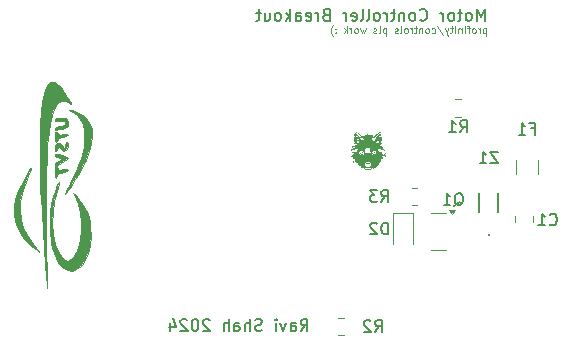
<source format=gbo>
%TF.GenerationSoftware,KiCad,Pcbnew,8.0.5*%
%TF.CreationDate,2024-11-19T02:46:13-06:00*%
%TF.ProjectId,Controls-MotorControllerBreakout,436f6e74-726f-46c7-932d-4d6f746f7243,rev?*%
%TF.SameCoordinates,Original*%
%TF.FileFunction,Legend,Bot*%
%TF.FilePolarity,Positive*%
%FSLAX46Y46*%
G04 Gerber Fmt 4.6, Leading zero omitted, Abs format (unit mm)*
G04 Created by KiCad (PCBNEW 8.0.5) date 2024-11-19 02:46:13*
%MOMM*%
%LPD*%
G01*
G04 APERTURE LIST*
%ADD10C,0.100000*%
%ADD11C,0.150000*%
%ADD12C,0.200000*%
%ADD13C,0.120000*%
%ADD14C,0.000000*%
%ADD15C,0.010000*%
G04 APERTURE END LIST*
D10*
X145041353Y-39521371D02*
X145041353Y-40121371D01*
X145041353Y-39549942D02*
X144984211Y-39521371D01*
X144984211Y-39521371D02*
X144869925Y-39521371D01*
X144869925Y-39521371D02*
X144812782Y-39549942D01*
X144812782Y-39549942D02*
X144784211Y-39578514D01*
X144784211Y-39578514D02*
X144755639Y-39635657D01*
X144755639Y-39635657D02*
X144755639Y-39807085D01*
X144755639Y-39807085D02*
X144784211Y-39864228D01*
X144784211Y-39864228D02*
X144812782Y-39892800D01*
X144812782Y-39892800D02*
X144869925Y-39921371D01*
X144869925Y-39921371D02*
X144984211Y-39921371D01*
X144984211Y-39921371D02*
X145041353Y-39892800D01*
X144498496Y-39921371D02*
X144498496Y-39521371D01*
X144498496Y-39635657D02*
X144469925Y-39578514D01*
X144469925Y-39578514D02*
X144441354Y-39549942D01*
X144441354Y-39549942D02*
X144384211Y-39521371D01*
X144384211Y-39521371D02*
X144327068Y-39521371D01*
X144041353Y-39921371D02*
X144098496Y-39892800D01*
X144098496Y-39892800D02*
X144127067Y-39864228D01*
X144127067Y-39864228D02*
X144155639Y-39807085D01*
X144155639Y-39807085D02*
X144155639Y-39635657D01*
X144155639Y-39635657D02*
X144127067Y-39578514D01*
X144127067Y-39578514D02*
X144098496Y-39549942D01*
X144098496Y-39549942D02*
X144041353Y-39521371D01*
X144041353Y-39521371D02*
X143955639Y-39521371D01*
X143955639Y-39521371D02*
X143898496Y-39549942D01*
X143898496Y-39549942D02*
X143869925Y-39578514D01*
X143869925Y-39578514D02*
X143841353Y-39635657D01*
X143841353Y-39635657D02*
X143841353Y-39807085D01*
X143841353Y-39807085D02*
X143869925Y-39864228D01*
X143869925Y-39864228D02*
X143898496Y-39892800D01*
X143898496Y-39892800D02*
X143955639Y-39921371D01*
X143955639Y-39921371D02*
X144041353Y-39921371D01*
X143669925Y-39521371D02*
X143441353Y-39521371D01*
X143584210Y-39921371D02*
X143584210Y-39407085D01*
X143584210Y-39407085D02*
X143555639Y-39349942D01*
X143555639Y-39349942D02*
X143498496Y-39321371D01*
X143498496Y-39321371D02*
X143441353Y-39321371D01*
X143241353Y-39921371D02*
X143241353Y-39521371D01*
X143241353Y-39321371D02*
X143269925Y-39349942D01*
X143269925Y-39349942D02*
X143241353Y-39378514D01*
X143241353Y-39378514D02*
X143212782Y-39349942D01*
X143212782Y-39349942D02*
X143241353Y-39321371D01*
X143241353Y-39321371D02*
X143241353Y-39378514D01*
X142955639Y-39521371D02*
X142955639Y-39921371D01*
X142955639Y-39578514D02*
X142927068Y-39549942D01*
X142927068Y-39549942D02*
X142869925Y-39521371D01*
X142869925Y-39521371D02*
X142784211Y-39521371D01*
X142784211Y-39521371D02*
X142727068Y-39549942D01*
X142727068Y-39549942D02*
X142698497Y-39607085D01*
X142698497Y-39607085D02*
X142698497Y-39921371D01*
X142412782Y-39921371D02*
X142412782Y-39521371D01*
X142412782Y-39321371D02*
X142441354Y-39349942D01*
X142441354Y-39349942D02*
X142412782Y-39378514D01*
X142412782Y-39378514D02*
X142384211Y-39349942D01*
X142384211Y-39349942D02*
X142412782Y-39321371D01*
X142412782Y-39321371D02*
X142412782Y-39378514D01*
X142212783Y-39521371D02*
X141984211Y-39521371D01*
X142127068Y-39321371D02*
X142127068Y-39835657D01*
X142127068Y-39835657D02*
X142098497Y-39892800D01*
X142098497Y-39892800D02*
X142041354Y-39921371D01*
X142041354Y-39921371D02*
X141984211Y-39921371D01*
X141841354Y-39521371D02*
X141698497Y-39921371D01*
X141555640Y-39521371D02*
X141698497Y-39921371D01*
X141698497Y-39921371D02*
X141755640Y-40064228D01*
X141755640Y-40064228D02*
X141784211Y-40092800D01*
X141784211Y-40092800D02*
X141841354Y-40121371D01*
X140898497Y-39292800D02*
X141412783Y-40064228D01*
X140441355Y-39892800D02*
X140498497Y-39921371D01*
X140498497Y-39921371D02*
X140612783Y-39921371D01*
X140612783Y-39921371D02*
X140669926Y-39892800D01*
X140669926Y-39892800D02*
X140698497Y-39864228D01*
X140698497Y-39864228D02*
X140727069Y-39807085D01*
X140727069Y-39807085D02*
X140727069Y-39635657D01*
X140727069Y-39635657D02*
X140698497Y-39578514D01*
X140698497Y-39578514D02*
X140669926Y-39549942D01*
X140669926Y-39549942D02*
X140612783Y-39521371D01*
X140612783Y-39521371D02*
X140498497Y-39521371D01*
X140498497Y-39521371D02*
X140441355Y-39549942D01*
X140098497Y-39921371D02*
X140155640Y-39892800D01*
X140155640Y-39892800D02*
X140184211Y-39864228D01*
X140184211Y-39864228D02*
X140212783Y-39807085D01*
X140212783Y-39807085D02*
X140212783Y-39635657D01*
X140212783Y-39635657D02*
X140184211Y-39578514D01*
X140184211Y-39578514D02*
X140155640Y-39549942D01*
X140155640Y-39549942D02*
X140098497Y-39521371D01*
X140098497Y-39521371D02*
X140012783Y-39521371D01*
X140012783Y-39521371D02*
X139955640Y-39549942D01*
X139955640Y-39549942D02*
X139927069Y-39578514D01*
X139927069Y-39578514D02*
X139898497Y-39635657D01*
X139898497Y-39635657D02*
X139898497Y-39807085D01*
X139898497Y-39807085D02*
X139927069Y-39864228D01*
X139927069Y-39864228D02*
X139955640Y-39892800D01*
X139955640Y-39892800D02*
X140012783Y-39921371D01*
X140012783Y-39921371D02*
X140098497Y-39921371D01*
X139641354Y-39521371D02*
X139641354Y-39921371D01*
X139641354Y-39578514D02*
X139612783Y-39549942D01*
X139612783Y-39549942D02*
X139555640Y-39521371D01*
X139555640Y-39521371D02*
X139469926Y-39521371D01*
X139469926Y-39521371D02*
X139412783Y-39549942D01*
X139412783Y-39549942D02*
X139384212Y-39607085D01*
X139384212Y-39607085D02*
X139384212Y-39921371D01*
X139184212Y-39521371D02*
X138955640Y-39521371D01*
X139098497Y-39321371D02*
X139098497Y-39835657D01*
X139098497Y-39835657D02*
X139069926Y-39892800D01*
X139069926Y-39892800D02*
X139012783Y-39921371D01*
X139012783Y-39921371D02*
X138955640Y-39921371D01*
X138755640Y-39921371D02*
X138755640Y-39521371D01*
X138755640Y-39635657D02*
X138727069Y-39578514D01*
X138727069Y-39578514D02*
X138698498Y-39549942D01*
X138698498Y-39549942D02*
X138641355Y-39521371D01*
X138641355Y-39521371D02*
X138584212Y-39521371D01*
X138298497Y-39921371D02*
X138355640Y-39892800D01*
X138355640Y-39892800D02*
X138384211Y-39864228D01*
X138384211Y-39864228D02*
X138412783Y-39807085D01*
X138412783Y-39807085D02*
X138412783Y-39635657D01*
X138412783Y-39635657D02*
X138384211Y-39578514D01*
X138384211Y-39578514D02*
X138355640Y-39549942D01*
X138355640Y-39549942D02*
X138298497Y-39521371D01*
X138298497Y-39521371D02*
X138212783Y-39521371D01*
X138212783Y-39521371D02*
X138155640Y-39549942D01*
X138155640Y-39549942D02*
X138127069Y-39578514D01*
X138127069Y-39578514D02*
X138098497Y-39635657D01*
X138098497Y-39635657D02*
X138098497Y-39807085D01*
X138098497Y-39807085D02*
X138127069Y-39864228D01*
X138127069Y-39864228D02*
X138155640Y-39892800D01*
X138155640Y-39892800D02*
X138212783Y-39921371D01*
X138212783Y-39921371D02*
X138298497Y-39921371D01*
X137755640Y-39921371D02*
X137812783Y-39892800D01*
X137812783Y-39892800D02*
X137841354Y-39835657D01*
X137841354Y-39835657D02*
X137841354Y-39321371D01*
X137555640Y-39892800D02*
X137498497Y-39921371D01*
X137498497Y-39921371D02*
X137384211Y-39921371D01*
X137384211Y-39921371D02*
X137327068Y-39892800D01*
X137327068Y-39892800D02*
X137298497Y-39835657D01*
X137298497Y-39835657D02*
X137298497Y-39807085D01*
X137298497Y-39807085D02*
X137327068Y-39749942D01*
X137327068Y-39749942D02*
X137384211Y-39721371D01*
X137384211Y-39721371D02*
X137469926Y-39721371D01*
X137469926Y-39721371D02*
X137527068Y-39692800D01*
X137527068Y-39692800D02*
X137555640Y-39635657D01*
X137555640Y-39635657D02*
X137555640Y-39607085D01*
X137555640Y-39607085D02*
X137527068Y-39549942D01*
X137527068Y-39549942D02*
X137469926Y-39521371D01*
X137469926Y-39521371D02*
X137384211Y-39521371D01*
X137384211Y-39521371D02*
X137327068Y-39549942D01*
X136584211Y-39521371D02*
X136584211Y-40121371D01*
X136584211Y-39549942D02*
X136527069Y-39521371D01*
X136527069Y-39521371D02*
X136412783Y-39521371D01*
X136412783Y-39521371D02*
X136355640Y-39549942D01*
X136355640Y-39549942D02*
X136327069Y-39578514D01*
X136327069Y-39578514D02*
X136298497Y-39635657D01*
X136298497Y-39635657D02*
X136298497Y-39807085D01*
X136298497Y-39807085D02*
X136327069Y-39864228D01*
X136327069Y-39864228D02*
X136355640Y-39892800D01*
X136355640Y-39892800D02*
X136412783Y-39921371D01*
X136412783Y-39921371D02*
X136527069Y-39921371D01*
X136527069Y-39921371D02*
X136584211Y-39892800D01*
X135955640Y-39921371D02*
X136012783Y-39892800D01*
X136012783Y-39892800D02*
X136041354Y-39835657D01*
X136041354Y-39835657D02*
X136041354Y-39321371D01*
X135755640Y-39892800D02*
X135698497Y-39921371D01*
X135698497Y-39921371D02*
X135584211Y-39921371D01*
X135584211Y-39921371D02*
X135527068Y-39892800D01*
X135527068Y-39892800D02*
X135498497Y-39835657D01*
X135498497Y-39835657D02*
X135498497Y-39807085D01*
X135498497Y-39807085D02*
X135527068Y-39749942D01*
X135527068Y-39749942D02*
X135584211Y-39721371D01*
X135584211Y-39721371D02*
X135669926Y-39721371D01*
X135669926Y-39721371D02*
X135727068Y-39692800D01*
X135727068Y-39692800D02*
X135755640Y-39635657D01*
X135755640Y-39635657D02*
X135755640Y-39607085D01*
X135755640Y-39607085D02*
X135727068Y-39549942D01*
X135727068Y-39549942D02*
X135669926Y-39521371D01*
X135669926Y-39521371D02*
X135584211Y-39521371D01*
X135584211Y-39521371D02*
X135527068Y-39549942D01*
X134841354Y-39521371D02*
X134727069Y-39921371D01*
X134727069Y-39921371D02*
X134612783Y-39635657D01*
X134612783Y-39635657D02*
X134498497Y-39921371D01*
X134498497Y-39921371D02*
X134384211Y-39521371D01*
X134069926Y-39921371D02*
X134127069Y-39892800D01*
X134127069Y-39892800D02*
X134155640Y-39864228D01*
X134155640Y-39864228D02*
X134184212Y-39807085D01*
X134184212Y-39807085D02*
X134184212Y-39635657D01*
X134184212Y-39635657D02*
X134155640Y-39578514D01*
X134155640Y-39578514D02*
X134127069Y-39549942D01*
X134127069Y-39549942D02*
X134069926Y-39521371D01*
X134069926Y-39521371D02*
X133984212Y-39521371D01*
X133984212Y-39521371D02*
X133927069Y-39549942D01*
X133927069Y-39549942D02*
X133898498Y-39578514D01*
X133898498Y-39578514D02*
X133869926Y-39635657D01*
X133869926Y-39635657D02*
X133869926Y-39807085D01*
X133869926Y-39807085D02*
X133898498Y-39864228D01*
X133898498Y-39864228D02*
X133927069Y-39892800D01*
X133927069Y-39892800D02*
X133984212Y-39921371D01*
X133984212Y-39921371D02*
X134069926Y-39921371D01*
X133612783Y-39921371D02*
X133612783Y-39521371D01*
X133612783Y-39635657D02*
X133584212Y-39578514D01*
X133584212Y-39578514D02*
X133555641Y-39549942D01*
X133555641Y-39549942D02*
X133498498Y-39521371D01*
X133498498Y-39521371D02*
X133441355Y-39521371D01*
X133241354Y-39921371D02*
X133241354Y-39321371D01*
X133184212Y-39692800D02*
X133012783Y-39921371D01*
X133012783Y-39521371D02*
X133241354Y-39749942D01*
X132298497Y-39864228D02*
X132269926Y-39892800D01*
X132269926Y-39892800D02*
X132298497Y-39921371D01*
X132298497Y-39921371D02*
X132327069Y-39892800D01*
X132327069Y-39892800D02*
X132298497Y-39864228D01*
X132298497Y-39864228D02*
X132298497Y-39921371D01*
X132298497Y-39549942D02*
X132269926Y-39578514D01*
X132269926Y-39578514D02*
X132298497Y-39607085D01*
X132298497Y-39607085D02*
X132327069Y-39578514D01*
X132327069Y-39578514D02*
X132298497Y-39549942D01*
X132298497Y-39549942D02*
X132298497Y-39607085D01*
X132069926Y-40149942D02*
X132041355Y-40121371D01*
X132041355Y-40121371D02*
X131984212Y-40035657D01*
X131984212Y-40035657D02*
X131955641Y-39978514D01*
X131955641Y-39978514D02*
X131927069Y-39892800D01*
X131927069Y-39892800D02*
X131898498Y-39749942D01*
X131898498Y-39749942D02*
X131898498Y-39635657D01*
X131898498Y-39635657D02*
X131927069Y-39492800D01*
X131927069Y-39492800D02*
X131955641Y-39407085D01*
X131955641Y-39407085D02*
X131984212Y-39349942D01*
X131984212Y-39349942D02*
X132041355Y-39264228D01*
X132041355Y-39264228D02*
X132069926Y-39235657D01*
D11*
X144913220Y-38869819D02*
X144913220Y-37869819D01*
X144913220Y-37869819D02*
X144579887Y-38584104D01*
X144579887Y-38584104D02*
X144246554Y-37869819D01*
X144246554Y-37869819D02*
X144246554Y-38869819D01*
X143627506Y-38869819D02*
X143722744Y-38822200D01*
X143722744Y-38822200D02*
X143770363Y-38774580D01*
X143770363Y-38774580D02*
X143817982Y-38679342D01*
X143817982Y-38679342D02*
X143817982Y-38393628D01*
X143817982Y-38393628D02*
X143770363Y-38298390D01*
X143770363Y-38298390D02*
X143722744Y-38250771D01*
X143722744Y-38250771D02*
X143627506Y-38203152D01*
X143627506Y-38203152D02*
X143484649Y-38203152D01*
X143484649Y-38203152D02*
X143389411Y-38250771D01*
X143389411Y-38250771D02*
X143341792Y-38298390D01*
X143341792Y-38298390D02*
X143294173Y-38393628D01*
X143294173Y-38393628D02*
X143294173Y-38679342D01*
X143294173Y-38679342D02*
X143341792Y-38774580D01*
X143341792Y-38774580D02*
X143389411Y-38822200D01*
X143389411Y-38822200D02*
X143484649Y-38869819D01*
X143484649Y-38869819D02*
X143627506Y-38869819D01*
X143008458Y-38203152D02*
X142627506Y-38203152D01*
X142865601Y-37869819D02*
X142865601Y-38726961D01*
X142865601Y-38726961D02*
X142817982Y-38822200D01*
X142817982Y-38822200D02*
X142722744Y-38869819D01*
X142722744Y-38869819D02*
X142627506Y-38869819D01*
X142151315Y-38869819D02*
X142246553Y-38822200D01*
X142246553Y-38822200D02*
X142294172Y-38774580D01*
X142294172Y-38774580D02*
X142341791Y-38679342D01*
X142341791Y-38679342D02*
X142341791Y-38393628D01*
X142341791Y-38393628D02*
X142294172Y-38298390D01*
X142294172Y-38298390D02*
X142246553Y-38250771D01*
X142246553Y-38250771D02*
X142151315Y-38203152D01*
X142151315Y-38203152D02*
X142008458Y-38203152D01*
X142008458Y-38203152D02*
X141913220Y-38250771D01*
X141913220Y-38250771D02*
X141865601Y-38298390D01*
X141865601Y-38298390D02*
X141817982Y-38393628D01*
X141817982Y-38393628D02*
X141817982Y-38679342D01*
X141817982Y-38679342D02*
X141865601Y-38774580D01*
X141865601Y-38774580D02*
X141913220Y-38822200D01*
X141913220Y-38822200D02*
X142008458Y-38869819D01*
X142008458Y-38869819D02*
X142151315Y-38869819D01*
X141389410Y-38869819D02*
X141389410Y-38203152D01*
X141389410Y-38393628D02*
X141341791Y-38298390D01*
X141341791Y-38298390D02*
X141294172Y-38250771D01*
X141294172Y-38250771D02*
X141198934Y-38203152D01*
X141198934Y-38203152D02*
X141103696Y-38203152D01*
X139437029Y-38774580D02*
X139484648Y-38822200D01*
X139484648Y-38822200D02*
X139627505Y-38869819D01*
X139627505Y-38869819D02*
X139722743Y-38869819D01*
X139722743Y-38869819D02*
X139865600Y-38822200D01*
X139865600Y-38822200D02*
X139960838Y-38726961D01*
X139960838Y-38726961D02*
X140008457Y-38631723D01*
X140008457Y-38631723D02*
X140056076Y-38441247D01*
X140056076Y-38441247D02*
X140056076Y-38298390D01*
X140056076Y-38298390D02*
X140008457Y-38107914D01*
X140008457Y-38107914D02*
X139960838Y-38012676D01*
X139960838Y-38012676D02*
X139865600Y-37917438D01*
X139865600Y-37917438D02*
X139722743Y-37869819D01*
X139722743Y-37869819D02*
X139627505Y-37869819D01*
X139627505Y-37869819D02*
X139484648Y-37917438D01*
X139484648Y-37917438D02*
X139437029Y-37965057D01*
X138865600Y-38869819D02*
X138960838Y-38822200D01*
X138960838Y-38822200D02*
X139008457Y-38774580D01*
X139008457Y-38774580D02*
X139056076Y-38679342D01*
X139056076Y-38679342D02*
X139056076Y-38393628D01*
X139056076Y-38393628D02*
X139008457Y-38298390D01*
X139008457Y-38298390D02*
X138960838Y-38250771D01*
X138960838Y-38250771D02*
X138865600Y-38203152D01*
X138865600Y-38203152D02*
X138722743Y-38203152D01*
X138722743Y-38203152D02*
X138627505Y-38250771D01*
X138627505Y-38250771D02*
X138579886Y-38298390D01*
X138579886Y-38298390D02*
X138532267Y-38393628D01*
X138532267Y-38393628D02*
X138532267Y-38679342D01*
X138532267Y-38679342D02*
X138579886Y-38774580D01*
X138579886Y-38774580D02*
X138627505Y-38822200D01*
X138627505Y-38822200D02*
X138722743Y-38869819D01*
X138722743Y-38869819D02*
X138865600Y-38869819D01*
X138103695Y-38203152D02*
X138103695Y-38869819D01*
X138103695Y-38298390D02*
X138056076Y-38250771D01*
X138056076Y-38250771D02*
X137960838Y-38203152D01*
X137960838Y-38203152D02*
X137817981Y-38203152D01*
X137817981Y-38203152D02*
X137722743Y-38250771D01*
X137722743Y-38250771D02*
X137675124Y-38346009D01*
X137675124Y-38346009D02*
X137675124Y-38869819D01*
X137341790Y-38203152D02*
X136960838Y-38203152D01*
X137198933Y-37869819D02*
X137198933Y-38726961D01*
X137198933Y-38726961D02*
X137151314Y-38822200D01*
X137151314Y-38822200D02*
X137056076Y-38869819D01*
X137056076Y-38869819D02*
X136960838Y-38869819D01*
X136627504Y-38869819D02*
X136627504Y-38203152D01*
X136627504Y-38393628D02*
X136579885Y-38298390D01*
X136579885Y-38298390D02*
X136532266Y-38250771D01*
X136532266Y-38250771D02*
X136437028Y-38203152D01*
X136437028Y-38203152D02*
X136341790Y-38203152D01*
X135865599Y-38869819D02*
X135960837Y-38822200D01*
X135960837Y-38822200D02*
X136008456Y-38774580D01*
X136008456Y-38774580D02*
X136056075Y-38679342D01*
X136056075Y-38679342D02*
X136056075Y-38393628D01*
X136056075Y-38393628D02*
X136008456Y-38298390D01*
X136008456Y-38298390D02*
X135960837Y-38250771D01*
X135960837Y-38250771D02*
X135865599Y-38203152D01*
X135865599Y-38203152D02*
X135722742Y-38203152D01*
X135722742Y-38203152D02*
X135627504Y-38250771D01*
X135627504Y-38250771D02*
X135579885Y-38298390D01*
X135579885Y-38298390D02*
X135532266Y-38393628D01*
X135532266Y-38393628D02*
X135532266Y-38679342D01*
X135532266Y-38679342D02*
X135579885Y-38774580D01*
X135579885Y-38774580D02*
X135627504Y-38822200D01*
X135627504Y-38822200D02*
X135722742Y-38869819D01*
X135722742Y-38869819D02*
X135865599Y-38869819D01*
X134960837Y-38869819D02*
X135056075Y-38822200D01*
X135056075Y-38822200D02*
X135103694Y-38726961D01*
X135103694Y-38726961D02*
X135103694Y-37869819D01*
X134437027Y-38869819D02*
X134532265Y-38822200D01*
X134532265Y-38822200D02*
X134579884Y-38726961D01*
X134579884Y-38726961D02*
X134579884Y-37869819D01*
X133675122Y-38822200D02*
X133770360Y-38869819D01*
X133770360Y-38869819D02*
X133960836Y-38869819D01*
X133960836Y-38869819D02*
X134056074Y-38822200D01*
X134056074Y-38822200D02*
X134103693Y-38726961D01*
X134103693Y-38726961D02*
X134103693Y-38346009D01*
X134103693Y-38346009D02*
X134056074Y-38250771D01*
X134056074Y-38250771D02*
X133960836Y-38203152D01*
X133960836Y-38203152D02*
X133770360Y-38203152D01*
X133770360Y-38203152D02*
X133675122Y-38250771D01*
X133675122Y-38250771D02*
X133627503Y-38346009D01*
X133627503Y-38346009D02*
X133627503Y-38441247D01*
X133627503Y-38441247D02*
X134103693Y-38536485D01*
X133198931Y-38869819D02*
X133198931Y-38203152D01*
X133198931Y-38393628D02*
X133151312Y-38298390D01*
X133151312Y-38298390D02*
X133103693Y-38250771D01*
X133103693Y-38250771D02*
X133008455Y-38203152D01*
X133008455Y-38203152D02*
X132913217Y-38203152D01*
X131484645Y-38346009D02*
X131341788Y-38393628D01*
X131341788Y-38393628D02*
X131294169Y-38441247D01*
X131294169Y-38441247D02*
X131246550Y-38536485D01*
X131246550Y-38536485D02*
X131246550Y-38679342D01*
X131246550Y-38679342D02*
X131294169Y-38774580D01*
X131294169Y-38774580D02*
X131341788Y-38822200D01*
X131341788Y-38822200D02*
X131437026Y-38869819D01*
X131437026Y-38869819D02*
X131817978Y-38869819D01*
X131817978Y-38869819D02*
X131817978Y-37869819D01*
X131817978Y-37869819D02*
X131484645Y-37869819D01*
X131484645Y-37869819D02*
X131389407Y-37917438D01*
X131389407Y-37917438D02*
X131341788Y-37965057D01*
X131341788Y-37965057D02*
X131294169Y-38060295D01*
X131294169Y-38060295D02*
X131294169Y-38155533D01*
X131294169Y-38155533D02*
X131341788Y-38250771D01*
X131341788Y-38250771D02*
X131389407Y-38298390D01*
X131389407Y-38298390D02*
X131484645Y-38346009D01*
X131484645Y-38346009D02*
X131817978Y-38346009D01*
X130817978Y-38869819D02*
X130817978Y-38203152D01*
X130817978Y-38393628D02*
X130770359Y-38298390D01*
X130770359Y-38298390D02*
X130722740Y-38250771D01*
X130722740Y-38250771D02*
X130627502Y-38203152D01*
X130627502Y-38203152D02*
X130532264Y-38203152D01*
X129817978Y-38822200D02*
X129913216Y-38869819D01*
X129913216Y-38869819D02*
X130103692Y-38869819D01*
X130103692Y-38869819D02*
X130198930Y-38822200D01*
X130198930Y-38822200D02*
X130246549Y-38726961D01*
X130246549Y-38726961D02*
X130246549Y-38346009D01*
X130246549Y-38346009D02*
X130198930Y-38250771D01*
X130198930Y-38250771D02*
X130103692Y-38203152D01*
X130103692Y-38203152D02*
X129913216Y-38203152D01*
X129913216Y-38203152D02*
X129817978Y-38250771D01*
X129817978Y-38250771D02*
X129770359Y-38346009D01*
X129770359Y-38346009D02*
X129770359Y-38441247D01*
X129770359Y-38441247D02*
X130246549Y-38536485D01*
X128913216Y-38869819D02*
X128913216Y-38346009D01*
X128913216Y-38346009D02*
X128960835Y-38250771D01*
X128960835Y-38250771D02*
X129056073Y-38203152D01*
X129056073Y-38203152D02*
X129246549Y-38203152D01*
X129246549Y-38203152D02*
X129341787Y-38250771D01*
X128913216Y-38822200D02*
X129008454Y-38869819D01*
X129008454Y-38869819D02*
X129246549Y-38869819D01*
X129246549Y-38869819D02*
X129341787Y-38822200D01*
X129341787Y-38822200D02*
X129389406Y-38726961D01*
X129389406Y-38726961D02*
X129389406Y-38631723D01*
X129389406Y-38631723D02*
X129341787Y-38536485D01*
X129341787Y-38536485D02*
X129246549Y-38488866D01*
X129246549Y-38488866D02*
X129008454Y-38488866D01*
X129008454Y-38488866D02*
X128913216Y-38441247D01*
X128437025Y-38869819D02*
X128437025Y-37869819D01*
X128341787Y-38488866D02*
X128056073Y-38869819D01*
X128056073Y-38203152D02*
X128437025Y-38584104D01*
X127484644Y-38869819D02*
X127579882Y-38822200D01*
X127579882Y-38822200D02*
X127627501Y-38774580D01*
X127627501Y-38774580D02*
X127675120Y-38679342D01*
X127675120Y-38679342D02*
X127675120Y-38393628D01*
X127675120Y-38393628D02*
X127627501Y-38298390D01*
X127627501Y-38298390D02*
X127579882Y-38250771D01*
X127579882Y-38250771D02*
X127484644Y-38203152D01*
X127484644Y-38203152D02*
X127341787Y-38203152D01*
X127341787Y-38203152D02*
X127246549Y-38250771D01*
X127246549Y-38250771D02*
X127198930Y-38298390D01*
X127198930Y-38298390D02*
X127151311Y-38393628D01*
X127151311Y-38393628D02*
X127151311Y-38679342D01*
X127151311Y-38679342D02*
X127198930Y-38774580D01*
X127198930Y-38774580D02*
X127246549Y-38822200D01*
X127246549Y-38822200D02*
X127341787Y-38869819D01*
X127341787Y-38869819D02*
X127484644Y-38869819D01*
X126294168Y-38203152D02*
X126294168Y-38869819D01*
X126722739Y-38203152D02*
X126722739Y-38726961D01*
X126722739Y-38726961D02*
X126675120Y-38822200D01*
X126675120Y-38822200D02*
X126579882Y-38869819D01*
X126579882Y-38869819D02*
X126437025Y-38869819D01*
X126437025Y-38869819D02*
X126341787Y-38822200D01*
X126341787Y-38822200D02*
X126294168Y-38774580D01*
X125960834Y-38203152D02*
X125579882Y-38203152D01*
X125817977Y-37869819D02*
X125817977Y-38726961D01*
X125817977Y-38726961D02*
X125770358Y-38822200D01*
X125770358Y-38822200D02*
X125675120Y-38869819D01*
X125675120Y-38869819D02*
X125579882Y-38869819D01*
X129341792Y-65119819D02*
X129675125Y-64643628D01*
X129913220Y-65119819D02*
X129913220Y-64119819D01*
X129913220Y-64119819D02*
X129532268Y-64119819D01*
X129532268Y-64119819D02*
X129437030Y-64167438D01*
X129437030Y-64167438D02*
X129389411Y-64215057D01*
X129389411Y-64215057D02*
X129341792Y-64310295D01*
X129341792Y-64310295D02*
X129341792Y-64453152D01*
X129341792Y-64453152D02*
X129389411Y-64548390D01*
X129389411Y-64548390D02*
X129437030Y-64596009D01*
X129437030Y-64596009D02*
X129532268Y-64643628D01*
X129532268Y-64643628D02*
X129913220Y-64643628D01*
X128484649Y-65119819D02*
X128484649Y-64596009D01*
X128484649Y-64596009D02*
X128532268Y-64500771D01*
X128532268Y-64500771D02*
X128627506Y-64453152D01*
X128627506Y-64453152D02*
X128817982Y-64453152D01*
X128817982Y-64453152D02*
X128913220Y-64500771D01*
X128484649Y-65072200D02*
X128579887Y-65119819D01*
X128579887Y-65119819D02*
X128817982Y-65119819D01*
X128817982Y-65119819D02*
X128913220Y-65072200D01*
X128913220Y-65072200D02*
X128960839Y-64976961D01*
X128960839Y-64976961D02*
X128960839Y-64881723D01*
X128960839Y-64881723D02*
X128913220Y-64786485D01*
X128913220Y-64786485D02*
X128817982Y-64738866D01*
X128817982Y-64738866D02*
X128579887Y-64738866D01*
X128579887Y-64738866D02*
X128484649Y-64691247D01*
X128103696Y-64453152D02*
X127865601Y-65119819D01*
X127865601Y-65119819D02*
X127627506Y-64453152D01*
X127246553Y-65119819D02*
X127246553Y-64453152D01*
X127246553Y-64119819D02*
X127294172Y-64167438D01*
X127294172Y-64167438D02*
X127246553Y-64215057D01*
X127246553Y-64215057D02*
X127198934Y-64167438D01*
X127198934Y-64167438D02*
X127246553Y-64119819D01*
X127246553Y-64119819D02*
X127246553Y-64215057D01*
X126056077Y-65072200D02*
X125913220Y-65119819D01*
X125913220Y-65119819D02*
X125675125Y-65119819D01*
X125675125Y-65119819D02*
X125579887Y-65072200D01*
X125579887Y-65072200D02*
X125532268Y-65024580D01*
X125532268Y-65024580D02*
X125484649Y-64929342D01*
X125484649Y-64929342D02*
X125484649Y-64834104D01*
X125484649Y-64834104D02*
X125532268Y-64738866D01*
X125532268Y-64738866D02*
X125579887Y-64691247D01*
X125579887Y-64691247D02*
X125675125Y-64643628D01*
X125675125Y-64643628D02*
X125865601Y-64596009D01*
X125865601Y-64596009D02*
X125960839Y-64548390D01*
X125960839Y-64548390D02*
X126008458Y-64500771D01*
X126008458Y-64500771D02*
X126056077Y-64405533D01*
X126056077Y-64405533D02*
X126056077Y-64310295D01*
X126056077Y-64310295D02*
X126008458Y-64215057D01*
X126008458Y-64215057D02*
X125960839Y-64167438D01*
X125960839Y-64167438D02*
X125865601Y-64119819D01*
X125865601Y-64119819D02*
X125627506Y-64119819D01*
X125627506Y-64119819D02*
X125484649Y-64167438D01*
X125056077Y-65119819D02*
X125056077Y-64119819D01*
X124627506Y-65119819D02*
X124627506Y-64596009D01*
X124627506Y-64596009D02*
X124675125Y-64500771D01*
X124675125Y-64500771D02*
X124770363Y-64453152D01*
X124770363Y-64453152D02*
X124913220Y-64453152D01*
X124913220Y-64453152D02*
X125008458Y-64500771D01*
X125008458Y-64500771D02*
X125056077Y-64548390D01*
X123722744Y-65119819D02*
X123722744Y-64596009D01*
X123722744Y-64596009D02*
X123770363Y-64500771D01*
X123770363Y-64500771D02*
X123865601Y-64453152D01*
X123865601Y-64453152D02*
X124056077Y-64453152D01*
X124056077Y-64453152D02*
X124151315Y-64500771D01*
X123722744Y-65072200D02*
X123817982Y-65119819D01*
X123817982Y-65119819D02*
X124056077Y-65119819D01*
X124056077Y-65119819D02*
X124151315Y-65072200D01*
X124151315Y-65072200D02*
X124198934Y-64976961D01*
X124198934Y-64976961D02*
X124198934Y-64881723D01*
X124198934Y-64881723D02*
X124151315Y-64786485D01*
X124151315Y-64786485D02*
X124056077Y-64738866D01*
X124056077Y-64738866D02*
X123817982Y-64738866D01*
X123817982Y-64738866D02*
X123722744Y-64691247D01*
X123246553Y-65119819D02*
X123246553Y-64119819D01*
X122817982Y-65119819D02*
X122817982Y-64596009D01*
X122817982Y-64596009D02*
X122865601Y-64500771D01*
X122865601Y-64500771D02*
X122960839Y-64453152D01*
X122960839Y-64453152D02*
X123103696Y-64453152D01*
X123103696Y-64453152D02*
X123198934Y-64500771D01*
X123198934Y-64500771D02*
X123246553Y-64548390D01*
X121627505Y-64215057D02*
X121579886Y-64167438D01*
X121579886Y-64167438D02*
X121484648Y-64119819D01*
X121484648Y-64119819D02*
X121246553Y-64119819D01*
X121246553Y-64119819D02*
X121151315Y-64167438D01*
X121151315Y-64167438D02*
X121103696Y-64215057D01*
X121103696Y-64215057D02*
X121056077Y-64310295D01*
X121056077Y-64310295D02*
X121056077Y-64405533D01*
X121056077Y-64405533D02*
X121103696Y-64548390D01*
X121103696Y-64548390D02*
X121675124Y-65119819D01*
X121675124Y-65119819D02*
X121056077Y-65119819D01*
X120437029Y-64119819D02*
X120341791Y-64119819D01*
X120341791Y-64119819D02*
X120246553Y-64167438D01*
X120246553Y-64167438D02*
X120198934Y-64215057D01*
X120198934Y-64215057D02*
X120151315Y-64310295D01*
X120151315Y-64310295D02*
X120103696Y-64500771D01*
X120103696Y-64500771D02*
X120103696Y-64738866D01*
X120103696Y-64738866D02*
X120151315Y-64929342D01*
X120151315Y-64929342D02*
X120198934Y-65024580D01*
X120198934Y-65024580D02*
X120246553Y-65072200D01*
X120246553Y-65072200D02*
X120341791Y-65119819D01*
X120341791Y-65119819D02*
X120437029Y-65119819D01*
X120437029Y-65119819D02*
X120532267Y-65072200D01*
X120532267Y-65072200D02*
X120579886Y-65024580D01*
X120579886Y-65024580D02*
X120627505Y-64929342D01*
X120627505Y-64929342D02*
X120675124Y-64738866D01*
X120675124Y-64738866D02*
X120675124Y-64500771D01*
X120675124Y-64500771D02*
X120627505Y-64310295D01*
X120627505Y-64310295D02*
X120579886Y-64215057D01*
X120579886Y-64215057D02*
X120532267Y-64167438D01*
X120532267Y-64167438D02*
X120437029Y-64119819D01*
X119722743Y-64215057D02*
X119675124Y-64167438D01*
X119675124Y-64167438D02*
X119579886Y-64119819D01*
X119579886Y-64119819D02*
X119341791Y-64119819D01*
X119341791Y-64119819D02*
X119246553Y-64167438D01*
X119246553Y-64167438D02*
X119198934Y-64215057D01*
X119198934Y-64215057D02*
X119151315Y-64310295D01*
X119151315Y-64310295D02*
X119151315Y-64405533D01*
X119151315Y-64405533D02*
X119198934Y-64548390D01*
X119198934Y-64548390D02*
X119770362Y-65119819D01*
X119770362Y-65119819D02*
X119151315Y-65119819D01*
X118294172Y-64453152D02*
X118294172Y-65119819D01*
X118532267Y-64072200D02*
X118770362Y-64786485D01*
X118770362Y-64786485D02*
X118151315Y-64786485D01*
X146059523Y-49954819D02*
X145392857Y-49954819D01*
X145392857Y-49954819D02*
X146059523Y-50954819D01*
X146059523Y-50954819D02*
X145392857Y-50954819D01*
X144488095Y-50954819D02*
X145059523Y-50954819D01*
X144773809Y-50954819D02*
X144773809Y-49954819D01*
X144773809Y-49954819D02*
X144869047Y-50097676D01*
X144869047Y-50097676D02*
X144964285Y-50192914D01*
X144964285Y-50192914D02*
X145059523Y-50240533D01*
X136166666Y-54204819D02*
X136499999Y-53728628D01*
X136738094Y-54204819D02*
X136738094Y-53204819D01*
X136738094Y-53204819D02*
X136357142Y-53204819D01*
X136357142Y-53204819D02*
X136261904Y-53252438D01*
X136261904Y-53252438D02*
X136214285Y-53300057D01*
X136214285Y-53300057D02*
X136166666Y-53395295D01*
X136166666Y-53395295D02*
X136166666Y-53538152D01*
X136166666Y-53538152D02*
X136214285Y-53633390D01*
X136214285Y-53633390D02*
X136261904Y-53681009D01*
X136261904Y-53681009D02*
X136357142Y-53728628D01*
X136357142Y-53728628D02*
X136738094Y-53728628D01*
X135833332Y-53204819D02*
X135214285Y-53204819D01*
X135214285Y-53204819D02*
X135547618Y-53585771D01*
X135547618Y-53585771D02*
X135404761Y-53585771D01*
X135404761Y-53585771D02*
X135309523Y-53633390D01*
X135309523Y-53633390D02*
X135261904Y-53681009D01*
X135261904Y-53681009D02*
X135214285Y-53776247D01*
X135214285Y-53776247D02*
X135214285Y-54014342D01*
X135214285Y-54014342D02*
X135261904Y-54109580D01*
X135261904Y-54109580D02*
X135309523Y-54157200D01*
X135309523Y-54157200D02*
X135404761Y-54204819D01*
X135404761Y-54204819D02*
X135690475Y-54204819D01*
X135690475Y-54204819D02*
X135785713Y-54157200D01*
X135785713Y-54157200D02*
X135833332Y-54109580D01*
X142345238Y-54550057D02*
X142440476Y-54502438D01*
X142440476Y-54502438D02*
X142535714Y-54407200D01*
X142535714Y-54407200D02*
X142678571Y-54264342D01*
X142678571Y-54264342D02*
X142773809Y-54216723D01*
X142773809Y-54216723D02*
X142869047Y-54216723D01*
X142821428Y-54454819D02*
X142916666Y-54407200D01*
X142916666Y-54407200D02*
X143011904Y-54311961D01*
X143011904Y-54311961D02*
X143059523Y-54121485D01*
X143059523Y-54121485D02*
X143059523Y-53788152D01*
X143059523Y-53788152D02*
X143011904Y-53597676D01*
X143011904Y-53597676D02*
X142916666Y-53502438D01*
X142916666Y-53502438D02*
X142821428Y-53454819D01*
X142821428Y-53454819D02*
X142630952Y-53454819D01*
X142630952Y-53454819D02*
X142535714Y-53502438D01*
X142535714Y-53502438D02*
X142440476Y-53597676D01*
X142440476Y-53597676D02*
X142392857Y-53788152D01*
X142392857Y-53788152D02*
X142392857Y-54121485D01*
X142392857Y-54121485D02*
X142440476Y-54311961D01*
X142440476Y-54311961D02*
X142535714Y-54407200D01*
X142535714Y-54407200D02*
X142630952Y-54454819D01*
X142630952Y-54454819D02*
X142821428Y-54454819D01*
X141440476Y-54454819D02*
X142011904Y-54454819D01*
X141726190Y-54454819D02*
X141726190Y-53454819D01*
X141726190Y-53454819D02*
X141821428Y-53597676D01*
X141821428Y-53597676D02*
X141916666Y-53692914D01*
X141916666Y-53692914D02*
X142011904Y-53740533D01*
X136738094Y-56954819D02*
X136738094Y-55954819D01*
X136738094Y-55954819D02*
X136499999Y-55954819D01*
X136499999Y-55954819D02*
X136357142Y-56002438D01*
X136357142Y-56002438D02*
X136261904Y-56097676D01*
X136261904Y-56097676D02*
X136214285Y-56192914D01*
X136214285Y-56192914D02*
X136166666Y-56383390D01*
X136166666Y-56383390D02*
X136166666Y-56526247D01*
X136166666Y-56526247D02*
X136214285Y-56716723D01*
X136214285Y-56716723D02*
X136261904Y-56811961D01*
X136261904Y-56811961D02*
X136357142Y-56907200D01*
X136357142Y-56907200D02*
X136499999Y-56954819D01*
X136499999Y-56954819D02*
X136738094Y-56954819D01*
X135785713Y-56050057D02*
X135738094Y-56002438D01*
X135738094Y-56002438D02*
X135642856Y-55954819D01*
X135642856Y-55954819D02*
X135404761Y-55954819D01*
X135404761Y-55954819D02*
X135309523Y-56002438D01*
X135309523Y-56002438D02*
X135261904Y-56050057D01*
X135261904Y-56050057D02*
X135214285Y-56145295D01*
X135214285Y-56145295D02*
X135214285Y-56240533D01*
X135214285Y-56240533D02*
X135261904Y-56383390D01*
X135261904Y-56383390D02*
X135833332Y-56954819D01*
X135833332Y-56954819D02*
X135214285Y-56954819D01*
X150416666Y-56109580D02*
X150464285Y-56157200D01*
X150464285Y-56157200D02*
X150607142Y-56204819D01*
X150607142Y-56204819D02*
X150702380Y-56204819D01*
X150702380Y-56204819D02*
X150845237Y-56157200D01*
X150845237Y-56157200D02*
X150940475Y-56061961D01*
X150940475Y-56061961D02*
X150988094Y-55966723D01*
X150988094Y-55966723D02*
X151035713Y-55776247D01*
X151035713Y-55776247D02*
X151035713Y-55633390D01*
X151035713Y-55633390D02*
X150988094Y-55442914D01*
X150988094Y-55442914D02*
X150940475Y-55347676D01*
X150940475Y-55347676D02*
X150845237Y-55252438D01*
X150845237Y-55252438D02*
X150702380Y-55204819D01*
X150702380Y-55204819D02*
X150607142Y-55204819D01*
X150607142Y-55204819D02*
X150464285Y-55252438D01*
X150464285Y-55252438D02*
X150416666Y-55300057D01*
X149464285Y-56204819D02*
X150035713Y-56204819D01*
X149749999Y-56204819D02*
X149749999Y-55204819D01*
X149749999Y-55204819D02*
X149845237Y-55347676D01*
X149845237Y-55347676D02*
X149940475Y-55442914D01*
X149940475Y-55442914D02*
X150035713Y-55490533D01*
X142829166Y-48304819D02*
X143162499Y-47828628D01*
X143400594Y-48304819D02*
X143400594Y-47304819D01*
X143400594Y-47304819D02*
X143019642Y-47304819D01*
X143019642Y-47304819D02*
X142924404Y-47352438D01*
X142924404Y-47352438D02*
X142876785Y-47400057D01*
X142876785Y-47400057D02*
X142829166Y-47495295D01*
X142829166Y-47495295D02*
X142829166Y-47638152D01*
X142829166Y-47638152D02*
X142876785Y-47733390D01*
X142876785Y-47733390D02*
X142924404Y-47781009D01*
X142924404Y-47781009D02*
X143019642Y-47828628D01*
X143019642Y-47828628D02*
X143400594Y-47828628D01*
X141876785Y-48304819D02*
X142448213Y-48304819D01*
X142162499Y-48304819D02*
X142162499Y-47304819D01*
X142162499Y-47304819D02*
X142257737Y-47447676D01*
X142257737Y-47447676D02*
X142352975Y-47542914D01*
X142352975Y-47542914D02*
X142448213Y-47590533D01*
X148833333Y-47981009D02*
X149166666Y-47981009D01*
X149166666Y-48504819D02*
X149166666Y-47504819D01*
X149166666Y-47504819D02*
X148690476Y-47504819D01*
X147785714Y-48504819D02*
X148357142Y-48504819D01*
X148071428Y-48504819D02*
X148071428Y-47504819D01*
X148071428Y-47504819D02*
X148166666Y-47647676D01*
X148166666Y-47647676D02*
X148261904Y-47742914D01*
X148261904Y-47742914D02*
X148357142Y-47790533D01*
X135629166Y-65204819D02*
X135962499Y-64728628D01*
X136200594Y-65204819D02*
X136200594Y-64204819D01*
X136200594Y-64204819D02*
X135819642Y-64204819D01*
X135819642Y-64204819D02*
X135724404Y-64252438D01*
X135724404Y-64252438D02*
X135676785Y-64300057D01*
X135676785Y-64300057D02*
X135629166Y-64395295D01*
X135629166Y-64395295D02*
X135629166Y-64538152D01*
X135629166Y-64538152D02*
X135676785Y-64633390D01*
X135676785Y-64633390D02*
X135724404Y-64681009D01*
X135724404Y-64681009D02*
X135819642Y-64728628D01*
X135819642Y-64728628D02*
X136200594Y-64728628D01*
X135248213Y-64300057D02*
X135200594Y-64252438D01*
X135200594Y-64252438D02*
X135105356Y-64204819D01*
X135105356Y-64204819D02*
X134867261Y-64204819D01*
X134867261Y-64204819D02*
X134772023Y-64252438D01*
X134772023Y-64252438D02*
X134724404Y-64300057D01*
X134724404Y-64300057D02*
X134676785Y-64395295D01*
X134676785Y-64395295D02*
X134676785Y-64490533D01*
X134676785Y-64490533D02*
X134724404Y-64633390D01*
X134724404Y-64633390D02*
X135295832Y-65204819D01*
X135295832Y-65204819D02*
X134676785Y-65204819D01*
D10*
%TO.C,Z1*%
X145250000Y-57050000D02*
X145250000Y-57050000D01*
X145250000Y-56950000D02*
X145250000Y-56950000D01*
D12*
X146050000Y-53450000D02*
X146050000Y-55050000D01*
X144450000Y-53450000D02*
X144450000Y-55050000D01*
D10*
X145250000Y-57050000D02*
G75*
G02*
X145250000Y-56950000I0J50000D01*
G01*
X145250000Y-56950000D02*
G75*
G02*
X145250000Y-57050000I0J-50000D01*
G01*
D13*
%TO.C,R3*%
X139227064Y-54485000D02*
X138772936Y-54485000D01*
X139227064Y-53015000D02*
X138772936Y-53015000D01*
%TO.C,Q1*%
X141650000Y-55190000D02*
X141000000Y-55190000D01*
X140350000Y-55190000D02*
X141000000Y-55190000D01*
X141650000Y-58310000D02*
X141000000Y-58310000D01*
X140350000Y-58310000D02*
X141000000Y-58310000D01*
X142162500Y-55240000D02*
X141922500Y-54910000D01*
X142402500Y-54910000D01*
X142162500Y-55240000D01*
G36*
X142162500Y-55240000D02*
G01*
X141922500Y-54910000D01*
X142402500Y-54910000D01*
X142162500Y-55240000D01*
G37*
%TO.C,D2*%
X138850000Y-57800000D02*
X138850000Y-55140000D01*
X137150000Y-57800000D02*
X137150000Y-55140000D01*
X138850000Y-55140000D02*
X137150000Y-55140000D01*
%TO.C,C1*%
X148985000Y-55403748D02*
X148985000Y-55926252D01*
X147515000Y-55403748D02*
X147515000Y-55926252D01*
D14*
%TO.C,G\u002A\u002A\u002A*%
G36*
X133514193Y-50166356D02*
G01*
X133511915Y-50168635D01*
X133509636Y-50166356D01*
X133511915Y-50164077D01*
X133514193Y-50166356D01*
G37*
G36*
X133578001Y-50271183D02*
G01*
X133575722Y-50273461D01*
X133573443Y-50271183D01*
X133575722Y-50268904D01*
X133578001Y-50271183D01*
G37*
G36*
X133737520Y-50435259D02*
G01*
X133735241Y-50437538D01*
X133732962Y-50435259D01*
X133735241Y-50432980D01*
X133737520Y-50435259D01*
G37*
G36*
X133769424Y-49263933D02*
G01*
X133767145Y-49266212D01*
X133764866Y-49263933D01*
X133767145Y-49261654D01*
X133769424Y-49263933D01*
G37*
G36*
X133824116Y-50950278D02*
G01*
X133821837Y-50952557D01*
X133819559Y-50950278D01*
X133821837Y-50947999D01*
X133824116Y-50950278D01*
G37*
G36*
X133833232Y-49254818D02*
G01*
X133830953Y-49257097D01*
X133828674Y-49254818D01*
X133830953Y-49252539D01*
X133833232Y-49254818D01*
G37*
G36*
X133951732Y-49573856D02*
G01*
X133949453Y-49576135D01*
X133947174Y-49573856D01*
X133949453Y-49571577D01*
X133951732Y-49573856D01*
G37*
G36*
X134006424Y-48703338D02*
G01*
X134004145Y-48705616D01*
X134001866Y-48703338D01*
X134004145Y-48701059D01*
X134006424Y-48703338D01*
G37*
G36*
X134348250Y-51241970D02*
G01*
X134345972Y-51244249D01*
X134343693Y-51241970D01*
X134345972Y-51239691D01*
X134348250Y-51241970D01*
G37*
G36*
X134430289Y-50193702D02*
G01*
X134428010Y-50195981D01*
X134425731Y-50193702D01*
X134428010Y-50191423D01*
X134430289Y-50193702D01*
G37*
G36*
X134676404Y-51538220D02*
G01*
X134674125Y-51540499D01*
X134671846Y-51538220D01*
X134674125Y-51535941D01*
X134676404Y-51538220D01*
G37*
G36*
X134685519Y-51551893D02*
G01*
X134683241Y-51554172D01*
X134680962Y-51551893D01*
X134683241Y-51549614D01*
X134685519Y-51551893D01*
G37*
G36*
X134690077Y-51561008D02*
G01*
X134687798Y-51563287D01*
X134685519Y-51561008D01*
X134687798Y-51558730D01*
X134690077Y-51561008D01*
G37*
G36*
X134799462Y-48566607D02*
G01*
X134797183Y-48568886D01*
X134794904Y-48566607D01*
X134797183Y-48564328D01*
X134799462Y-48566607D01*
G37*
G36*
X134972654Y-49678683D02*
G01*
X134970375Y-49680962D01*
X134968096Y-49678683D01*
X134970375Y-49676404D01*
X134972654Y-49678683D01*
G37*
G36*
X135082038Y-51711412D02*
G01*
X135079760Y-51713691D01*
X135077481Y-51711412D01*
X135079760Y-51709133D01*
X135082038Y-51711412D01*
G37*
G36*
X135145846Y-51670393D02*
G01*
X135143567Y-51672672D01*
X135141288Y-51670393D01*
X135143567Y-51668114D01*
X135145846Y-51670393D01*
G37*
G36*
X135159519Y-51670393D02*
G01*
X135157240Y-51672672D01*
X135154961Y-51670393D01*
X135157240Y-51668114D01*
X135159519Y-51670393D01*
G37*
G36*
X135186865Y-51674951D02*
G01*
X135184586Y-51677230D01*
X135182308Y-51674951D01*
X135184586Y-51672672D01*
X135186865Y-51674951D01*
G37*
G36*
X135478557Y-51533662D02*
G01*
X135476278Y-51535941D01*
X135474000Y-51533662D01*
X135476278Y-51531383D01*
X135478557Y-51533662D01*
G37*
G36*
X135870519Y-51264759D02*
G01*
X135868240Y-51267038D01*
X135865961Y-51264759D01*
X135868240Y-51262480D01*
X135870519Y-51264759D01*
G37*
G36*
X136093845Y-51137143D02*
G01*
X136091566Y-51139422D01*
X136089288Y-51137143D01*
X136091566Y-51134865D01*
X136093845Y-51137143D01*
G37*
G36*
X136116634Y-51077893D02*
G01*
X136114355Y-51080172D01*
X136112076Y-51077893D01*
X136114355Y-51075615D01*
X136116634Y-51077893D01*
G37*
G36*
X136244249Y-49382433D02*
G01*
X136241970Y-49384712D01*
X136239691Y-49382433D01*
X136241970Y-49380154D01*
X136244249Y-49382433D01*
G37*
G36*
X136257922Y-50968509D02*
G01*
X136255643Y-50970788D01*
X136253364Y-50968509D01*
X136255643Y-50966230D01*
X136257922Y-50968509D01*
G37*
G36*
X136271595Y-48853741D02*
G01*
X136269316Y-48856020D01*
X136267037Y-48853741D01*
X136269316Y-48851462D01*
X136271595Y-48853741D01*
G37*
G36*
X136280711Y-48748914D02*
G01*
X136278432Y-48751193D01*
X136276153Y-48748914D01*
X136278432Y-48746636D01*
X136280711Y-48748914D01*
G37*
G36*
X136376422Y-49596645D02*
G01*
X136374143Y-49598923D01*
X136371864Y-49596645D01*
X136374143Y-49594366D01*
X136376422Y-49596645D01*
G37*
G36*
X136376422Y-50808990D02*
G01*
X136374143Y-50811269D01*
X136371864Y-50808990D01*
X136374143Y-50806711D01*
X136376422Y-50808990D01*
G37*
G36*
X136412884Y-50093433D02*
G01*
X136410605Y-50095711D01*
X136408326Y-50093433D01*
X136410605Y-50091154D01*
X136412884Y-50093433D01*
G37*
G36*
X136421999Y-49947587D02*
G01*
X136419720Y-49949865D01*
X136417441Y-49947587D01*
X136419720Y-49945308D01*
X136421999Y-49947587D01*
G37*
G36*
X136449345Y-50293971D02*
G01*
X136447066Y-50296250D01*
X136444787Y-50293971D01*
X136447066Y-50291692D01*
X136449345Y-50293971D01*
G37*
G36*
X136472133Y-50052413D02*
G01*
X136469855Y-50054692D01*
X136467576Y-50052413D01*
X136469855Y-50050135D01*
X136472133Y-50052413D01*
G37*
G36*
X136531383Y-50499067D02*
G01*
X136529105Y-50501346D01*
X136526826Y-50499067D01*
X136529105Y-50496788D01*
X136531383Y-50499067D01*
G37*
G36*
X136549614Y-50426144D02*
G01*
X136547335Y-50428423D01*
X136545057Y-50426144D01*
X136547335Y-50423865D01*
X136549614Y-50426144D01*
G37*
G36*
X136558730Y-50385125D02*
G01*
X136556451Y-50387404D01*
X136554172Y-50385125D01*
X136556451Y-50382846D01*
X136558730Y-50385125D01*
G37*
G36*
X133518391Y-50316380D02*
G01*
X133518069Y-50321002D01*
X133515997Y-50322362D01*
X133515094Y-50320749D01*
X133515638Y-50313626D01*
X133517278Y-50311516D01*
X133518391Y-50316380D01*
G37*
G36*
X133551509Y-50434425D02*
G01*
X133553619Y-50436065D01*
X133548756Y-50437178D01*
X133544133Y-50436856D01*
X133542774Y-50434785D01*
X133544386Y-50433881D01*
X133551509Y-50434425D01*
G37*
G36*
X133550655Y-50113942D02*
G01*
X133550326Y-50116355D01*
X133547616Y-50116981D01*
X133547071Y-50116313D01*
X133547616Y-50110904D01*
X133548987Y-50110191D01*
X133550655Y-50113942D01*
G37*
G36*
X133705616Y-50460327D02*
G01*
X133705287Y-50462739D01*
X133702578Y-50463365D01*
X133702032Y-50462697D01*
X133702578Y-50457288D01*
X133703949Y-50456575D01*
X133705616Y-50460327D01*
G37*
G36*
X133732962Y-50752019D02*
G01*
X133732634Y-50754432D01*
X133729924Y-50755057D01*
X133729379Y-50754389D01*
X133729924Y-50748980D01*
X133731295Y-50748267D01*
X133732962Y-50752019D01*
G37*
G36*
X133869693Y-48527867D02*
G01*
X133869364Y-48530279D01*
X133866655Y-48530905D01*
X133866109Y-48530237D01*
X133866655Y-48524828D01*
X133868026Y-48524115D01*
X133869693Y-48527867D01*
G37*
G36*
X133914910Y-50945341D02*
G01*
X133914588Y-50949963D01*
X133912516Y-50951323D01*
X133911613Y-50949710D01*
X133912157Y-50942587D01*
X133913797Y-50940477D01*
X133914910Y-50945341D01*
G37*
G36*
X133983635Y-51016365D02*
G01*
X133983306Y-51018777D01*
X133980597Y-51019403D01*
X133980051Y-51018735D01*
X133980597Y-51013326D01*
X133981968Y-51012613D01*
X133983635Y-51016365D01*
G37*
G36*
X134639943Y-51526826D02*
G01*
X134639614Y-51529239D01*
X134636904Y-51529864D01*
X134636359Y-51529196D01*
X134636904Y-51523787D01*
X134638275Y-51523074D01*
X134639943Y-51526826D01*
G37*
G36*
X135136731Y-51681787D02*
G01*
X135136402Y-51684200D01*
X135133692Y-51684826D01*
X135133147Y-51684158D01*
X135133692Y-51678749D01*
X135135063Y-51678036D01*
X135136731Y-51681787D01*
G37*
G36*
X135162558Y-49718943D02*
G01*
X135163271Y-49720313D01*
X135159519Y-49721981D01*
X135157106Y-49721652D01*
X135156481Y-49718943D01*
X135157149Y-49718397D01*
X135162558Y-49718943D01*
G37*
G36*
X136057384Y-51089288D02*
G01*
X136057055Y-51091700D01*
X136054345Y-51092326D01*
X136053800Y-51091658D01*
X136054345Y-51086249D01*
X136055716Y-51085536D01*
X136057384Y-51089288D01*
G37*
G36*
X136102961Y-51112076D02*
G01*
X136102632Y-51114489D01*
X136099922Y-51115115D01*
X136099377Y-51114447D01*
X136099922Y-51109038D01*
X136101293Y-51108325D01*
X136102961Y-51112076D01*
G37*
G36*
X136248807Y-48919828D02*
G01*
X136248478Y-48922241D01*
X136245768Y-48922866D01*
X136245223Y-48922198D01*
X136245768Y-48916789D01*
X136247139Y-48916076D01*
X136248807Y-48919828D01*
G37*
G36*
X136256403Y-49445481D02*
G01*
X136257116Y-49446852D01*
X136253364Y-49448520D01*
X136250952Y-49448191D01*
X136250326Y-49445481D01*
X136250994Y-49444936D01*
X136256403Y-49445481D01*
G37*
G36*
X136257922Y-48609905D02*
G01*
X136257593Y-48612318D01*
X136254884Y-48612943D01*
X136254338Y-48612275D01*
X136254884Y-48606866D01*
X136256255Y-48606153D01*
X136257922Y-48609905D01*
G37*
G36*
X136280351Y-48693842D02*
G01*
X136280028Y-48698465D01*
X136277957Y-48699824D01*
X136277054Y-48698212D01*
X136277597Y-48691089D01*
X136279238Y-48688979D01*
X136280351Y-48693842D01*
G37*
G36*
X136280351Y-50835956D02*
G01*
X136280028Y-50840579D01*
X136277957Y-50841938D01*
X136277054Y-50840326D01*
X136277597Y-50833203D01*
X136279238Y-50831093D01*
X136280351Y-50835956D01*
G37*
G36*
X136280711Y-48764866D02*
G01*
X136280382Y-48767279D01*
X136277672Y-48767905D01*
X136277127Y-48767237D01*
X136277672Y-48761828D01*
X136279043Y-48761115D01*
X136280711Y-48764866D01*
G37*
G36*
X136289106Y-48742078D02*
G01*
X136288471Y-48748348D01*
X136286807Y-48747775D01*
X136286205Y-48745712D01*
X136286807Y-48736381D01*
X136288390Y-48735608D01*
X136289106Y-48742078D01*
G37*
G36*
X136313469Y-49399829D02*
G01*
X136315579Y-49401470D01*
X136310715Y-49402583D01*
X136306093Y-49402261D01*
X136304733Y-49400189D01*
X136306346Y-49399286D01*
X136313469Y-49399829D01*
G37*
G36*
X136311095Y-49418135D02*
G01*
X136311808Y-49419506D01*
X136308057Y-49421174D01*
X136305644Y-49420845D01*
X136305018Y-49418135D01*
X136305686Y-49417590D01*
X136311095Y-49418135D01*
G37*
G36*
X136466057Y-49769077D02*
G01*
X136466770Y-49770448D01*
X136463018Y-49772116D01*
X136460605Y-49771787D01*
X136459980Y-49769077D01*
X136460648Y-49768532D01*
X136466057Y-49769077D01*
G37*
G36*
X136463018Y-50729230D02*
G01*
X136462689Y-50731643D01*
X136459980Y-50732269D01*
X136459434Y-50731601D01*
X136459980Y-50726192D01*
X136461351Y-50725479D01*
X136463018Y-50729230D01*
G37*
G36*
X136511633Y-50174711D02*
G01*
X136512346Y-50176082D01*
X136508595Y-50177750D01*
X136506182Y-50177421D01*
X136505557Y-50174711D01*
X136506225Y-50174166D01*
X136511633Y-50174711D01*
G37*
G36*
X136023636Y-51229872D02*
G01*
X136022229Y-51231896D01*
X136018374Y-51235134D01*
X136017737Y-51235089D01*
X136016734Y-51232451D01*
X136021626Y-51227862D01*
X136024174Y-51226753D01*
X136023636Y-51229872D01*
G37*
G36*
X133525379Y-50255582D02*
G01*
X133525588Y-50259788D01*
X133524656Y-50261020D01*
X133518213Y-50264346D01*
X133516681Y-50263995D01*
X133516472Y-50259788D01*
X133517404Y-50258557D01*
X133523847Y-50255231D01*
X133525379Y-50255582D01*
G37*
G36*
X133523309Y-50150135D02*
G01*
X133523134Y-50151458D01*
X133518751Y-50154961D01*
X133517720Y-50154909D01*
X133514193Y-50152952D01*
X133514403Y-50152220D01*
X133518751Y-50148125D01*
X133520517Y-50147413D01*
X133523309Y-50150135D01*
G37*
G36*
X133532424Y-50131904D02*
G01*
X133532249Y-50133227D01*
X133527866Y-50136731D01*
X133526835Y-50136678D01*
X133523309Y-50134721D01*
X133523519Y-50133990D01*
X133527866Y-50129894D01*
X133529632Y-50129182D01*
X133532424Y-50131904D01*
G37*
G36*
X133584629Y-50073274D02*
G01*
X133584838Y-50077481D01*
X133583906Y-50078712D01*
X133577463Y-50082038D01*
X133575931Y-50081687D01*
X133575722Y-50077481D01*
X133576654Y-50076249D01*
X133583097Y-50072923D01*
X133584629Y-50073274D01*
G37*
G36*
X133813184Y-49243633D02*
G01*
X133817280Y-49247981D01*
X133817992Y-49249747D01*
X133815270Y-49252539D01*
X133813947Y-49252364D01*
X133810443Y-49247981D01*
X133810495Y-49246950D01*
X133812453Y-49243424D01*
X133813184Y-49243633D01*
G37*
G36*
X133838879Y-50875209D02*
G01*
X133842347Y-50879634D01*
X133842215Y-50880723D01*
X133837789Y-50884192D01*
X133836700Y-50884059D01*
X133833232Y-50879634D01*
X133833364Y-50878545D01*
X133837789Y-50875076D01*
X133838879Y-50875209D01*
G37*
G36*
X133838843Y-48696676D02*
G01*
X133842347Y-48701059D01*
X133842295Y-48702090D01*
X133840337Y-48705616D01*
X133839606Y-48705407D01*
X133835510Y-48701059D01*
X133834798Y-48699293D01*
X133837520Y-48696501D01*
X133838843Y-48696676D01*
G37*
G36*
X133967322Y-49745127D02*
G01*
X133967683Y-49749327D01*
X133966748Y-49750691D01*
X133962857Y-49753885D01*
X133962402Y-49753766D01*
X133960847Y-49749327D01*
X133961032Y-49748078D01*
X133965674Y-49744769D01*
X133967322Y-49745127D01*
G37*
G36*
X133984725Y-49717556D02*
G01*
X133988193Y-49721981D01*
X133988061Y-49723070D01*
X133983635Y-49726539D01*
X133982546Y-49726406D01*
X133979078Y-49721981D01*
X133979210Y-49720892D01*
X133983635Y-49717423D01*
X133984725Y-49717556D01*
G37*
G36*
X134016629Y-51016497D02*
G01*
X134020097Y-51020922D01*
X134019964Y-51022012D01*
X134015539Y-51025480D01*
X134014450Y-51025348D01*
X134010981Y-51020922D01*
X134011114Y-51019833D01*
X134015539Y-51016365D01*
X134016629Y-51016497D01*
G37*
G36*
X134039417Y-49671979D02*
G01*
X134042885Y-49676404D01*
X134042753Y-49677494D01*
X134038328Y-49680962D01*
X134037238Y-49680829D01*
X134033770Y-49676404D01*
X134033902Y-49675315D01*
X134038328Y-49671846D01*
X134039417Y-49671979D01*
G37*
G36*
X134066763Y-49671979D02*
G01*
X134070231Y-49676404D01*
X134070099Y-49677494D01*
X134065674Y-49680962D01*
X134064584Y-49680829D01*
X134061116Y-49676404D01*
X134061249Y-49675315D01*
X134065674Y-49671846D01*
X134066763Y-49671979D01*
G37*
G36*
X134149492Y-51134210D02*
G01*
X134152270Y-51141970D01*
X134151800Y-51144866D01*
X134147712Y-51148538D01*
X134145014Y-51146704D01*
X134143154Y-51139153D01*
X134144125Y-51133981D01*
X134147712Y-51132586D01*
X134149492Y-51134210D01*
G37*
G36*
X134413198Y-50181726D02*
G01*
X134418059Y-50185898D01*
X134421173Y-50189702D01*
X134421099Y-50190502D01*
X134418129Y-50190533D01*
X134411477Y-50183447D01*
X134408931Y-50180145D01*
X134407799Y-50177785D01*
X134413198Y-50181726D01*
G37*
G36*
X134499520Y-51449859D02*
G01*
X134503212Y-51453903D01*
X134502441Y-51455999D01*
X134496375Y-51458460D01*
X134493230Y-51457946D01*
X134489539Y-51453903D01*
X134490310Y-51451806D01*
X134496375Y-51449345D01*
X134499520Y-51449859D01*
G37*
G36*
X134654464Y-51513711D02*
G01*
X134658173Y-51517710D01*
X134658051Y-51518792D01*
X134653885Y-51522268D01*
X134652606Y-51522094D01*
X134646779Y-51517710D01*
X134646350Y-51515362D01*
X134651068Y-51513153D01*
X134654464Y-51513711D01*
G37*
G36*
X134859801Y-49708440D02*
G01*
X134863269Y-49712866D01*
X134863137Y-49713955D01*
X134858712Y-49717423D01*
X134857622Y-49717291D01*
X134854154Y-49712866D01*
X134854286Y-49711776D01*
X134858712Y-49708308D01*
X134859801Y-49708440D01*
G37*
G36*
X134923609Y-49690210D02*
G01*
X134927077Y-49694635D01*
X134926945Y-49695724D01*
X134922519Y-49699193D01*
X134921430Y-49699060D01*
X134917962Y-49694635D01*
X134918094Y-49693545D01*
X134922519Y-49690077D01*
X134923609Y-49690210D01*
G37*
G36*
X134996532Y-49653748D02*
G01*
X135000000Y-49658173D01*
X134999868Y-49659263D01*
X134995442Y-49662731D01*
X134994353Y-49662599D01*
X134990885Y-49658173D01*
X134991017Y-49657084D01*
X134995442Y-49653616D01*
X134996532Y-49653748D01*
G37*
G36*
X135060339Y-49635517D02*
G01*
X135063808Y-49639943D01*
X135063675Y-49641032D01*
X135059250Y-49644500D01*
X135058161Y-49644368D01*
X135054692Y-49639943D01*
X135054825Y-49638853D01*
X135059250Y-49635385D01*
X135060339Y-49635517D01*
G37*
G36*
X135087685Y-49644633D02*
G01*
X135091154Y-49649058D01*
X135091021Y-49650147D01*
X135086596Y-49653616D01*
X135085507Y-49653483D01*
X135082038Y-49649058D01*
X135082171Y-49647969D01*
X135086596Y-49644500D01*
X135087685Y-49644633D01*
G37*
G36*
X135107106Y-51702065D02*
G01*
X135102778Y-51704099D01*
X135092126Y-51708195D01*
X135087163Y-51708525D01*
X135089103Y-51704898D01*
X135095922Y-51701234D01*
X135107106Y-51698036D01*
X135120779Y-51695409D01*
X135107106Y-51702065D01*
G37*
G36*
X135115032Y-49653748D02*
G01*
X135118500Y-49658173D01*
X135118367Y-49659263D01*
X135113942Y-49662731D01*
X135112853Y-49662599D01*
X135109385Y-49658173D01*
X135109517Y-49657084D01*
X135113942Y-49653616D01*
X135115032Y-49653748D01*
G37*
G36*
X135115032Y-49671979D02*
G01*
X135118500Y-49676404D01*
X135118367Y-49677494D01*
X135113942Y-49680962D01*
X135112853Y-49680829D01*
X135109385Y-49676404D01*
X135109517Y-49675315D01*
X135113942Y-49671846D01*
X135115032Y-49671979D01*
G37*
G36*
X135285615Y-51578480D02*
G01*
X135286274Y-51579635D01*
X135285043Y-51585773D01*
X135282095Y-51588931D01*
X135276329Y-51590357D01*
X135273461Y-51586345D01*
X135274836Y-51582481D01*
X135280284Y-51578136D01*
X135285615Y-51578480D01*
G37*
G36*
X135428423Y-51558461D02*
G01*
X135428248Y-51559784D01*
X135423865Y-51563287D01*
X135422834Y-51563235D01*
X135419307Y-51561277D01*
X135419517Y-51560546D01*
X135423865Y-51556451D01*
X135425631Y-51555739D01*
X135428423Y-51558461D01*
G37*
G36*
X135461416Y-48778672D02*
G01*
X135464884Y-48783097D01*
X135464752Y-48784186D01*
X135460327Y-48787655D01*
X135459237Y-48787522D01*
X135455769Y-48783097D01*
X135455901Y-48782008D01*
X135460327Y-48778539D01*
X135461416Y-48778672D01*
G37*
G36*
X135497877Y-48833364D02*
G01*
X135501346Y-48837789D01*
X135501213Y-48838879D01*
X135496788Y-48842347D01*
X135495699Y-48842215D01*
X135492230Y-48837789D01*
X135492363Y-48836700D01*
X135496788Y-48833232D01*
X135497877Y-48833364D01*
G37*
G36*
X135599176Y-51427069D02*
G01*
X135601615Y-51432634D01*
X135600979Y-51435266D01*
X135595213Y-51438710D01*
X135592450Y-51437974D01*
X135591143Y-51432634D01*
X135592455Y-51430148D01*
X135597545Y-51426557D01*
X135599176Y-51427069D01*
G37*
G36*
X135619846Y-51453634D02*
G01*
X135619671Y-51454957D01*
X135615288Y-51458460D01*
X135614257Y-51458408D01*
X135610730Y-51456451D01*
X135610940Y-51455719D01*
X135615288Y-51451624D01*
X135617053Y-51450912D01*
X135619846Y-51453634D01*
G37*
G36*
X136000474Y-51158897D02*
G01*
X136002692Y-51166768D01*
X136001423Y-51172084D01*
X135995855Y-51175884D01*
X135991688Y-51175647D01*
X135989325Y-51172953D01*
X135991785Y-51164862D01*
X135995658Y-51158884D01*
X136000474Y-51158897D01*
G37*
G36*
X136053916Y-51103093D02*
G01*
X136057384Y-51107518D01*
X136057251Y-51108608D01*
X136052826Y-51112076D01*
X136051737Y-51111944D01*
X136048268Y-51107518D01*
X136048401Y-51106429D01*
X136052826Y-51102961D01*
X136053916Y-51103093D01*
G37*
G36*
X136134865Y-51018374D02*
G01*
X136134307Y-51021770D01*
X136130307Y-51025480D01*
X136129225Y-51025357D01*
X136125749Y-51021191D01*
X136125923Y-51019913D01*
X136130307Y-51014086D01*
X136132655Y-51013657D01*
X136134865Y-51018374D01*
G37*
G36*
X136245338Y-48723980D02*
G01*
X136248807Y-48728405D01*
X136248674Y-48729494D01*
X136244249Y-48732963D01*
X136243160Y-48732830D01*
X136239691Y-48728405D01*
X136239824Y-48727315D01*
X136244249Y-48723847D01*
X136245338Y-48723980D01*
G37*
G36*
X136245338Y-48778672D02*
G01*
X136248807Y-48783097D01*
X136248674Y-48784186D01*
X136244249Y-48787655D01*
X136243160Y-48787522D01*
X136239691Y-48783097D01*
X136239824Y-48782008D01*
X136244249Y-48778539D01*
X136245338Y-48778672D01*
G37*
G36*
X136254454Y-48960979D02*
G01*
X136257922Y-48965405D01*
X136257790Y-48966494D01*
X136253364Y-48969962D01*
X136252275Y-48969830D01*
X136248807Y-48965405D01*
X136248939Y-48964315D01*
X136253364Y-48960847D01*
X136254454Y-48960979D01*
G37*
G36*
X136272685Y-48888056D02*
G01*
X136276153Y-48892482D01*
X136276020Y-48893571D01*
X136271595Y-48897039D01*
X136270506Y-48896907D01*
X136267037Y-48892482D01*
X136267170Y-48891392D01*
X136271595Y-48887924D01*
X136272685Y-48888056D01*
G37*
G36*
X136396385Y-50743709D02*
G01*
X136400859Y-50749740D01*
X136401387Y-50753557D01*
X136396789Y-50756576D01*
X136393670Y-50755784D01*
X136390095Y-50749740D01*
X136390552Y-50746602D01*
X136394165Y-50742903D01*
X136396385Y-50743709D01*
G37*
G36*
X136401128Y-49640300D02*
G01*
X136401489Y-49644500D01*
X136400554Y-49645864D01*
X136396663Y-49649058D01*
X136396208Y-49648939D01*
X136394653Y-49644500D01*
X136394838Y-49643251D01*
X136399479Y-49639943D01*
X136401128Y-49640300D01*
G37*
G36*
X136397195Y-49676609D02*
G01*
X136401489Y-49680962D01*
X136402338Y-49682575D01*
X136402027Y-49685519D01*
X136401226Y-49685314D01*
X136396932Y-49680962D01*
X136396083Y-49679348D01*
X136396394Y-49676404D01*
X136397195Y-49676609D01*
G37*
G36*
X136446576Y-49780701D02*
G01*
X136446872Y-49786104D01*
X136446173Y-49787065D01*
X136440230Y-49790346D01*
X136436602Y-49789350D01*
X136433172Y-49784247D01*
X136435598Y-49778998D01*
X136441096Y-49777814D01*
X136446576Y-49780701D01*
G37*
G36*
X136477781Y-50483247D02*
G01*
X136481249Y-50487673D01*
X136481116Y-50488762D01*
X136476691Y-50492230D01*
X136475602Y-50492098D01*
X136472133Y-50487673D01*
X136472266Y-50486583D01*
X136476691Y-50483115D01*
X136477781Y-50483247D01*
G37*
G36*
X136518800Y-50401209D02*
G01*
X136522268Y-50405634D01*
X136522136Y-50406724D01*
X136517710Y-50410192D01*
X136516621Y-50410060D01*
X136513153Y-50405634D01*
X136513285Y-50404545D01*
X136517710Y-50401077D01*
X136518800Y-50401209D01*
G37*
G36*
X135568278Y-48629741D02*
G01*
X135568796Y-48632573D01*
X135565245Y-48639420D01*
X135559873Y-48644497D01*
X135553855Y-48645652D01*
X135551480Y-48639387D01*
X135551481Y-48639269D01*
X135554862Y-48632521D01*
X135561889Y-48628525D01*
X135568278Y-48629741D01*
G37*
G36*
X136390095Y-49594366D02*
G01*
X136392306Y-49598230D01*
X136394583Y-49604621D01*
X136394472Y-49605422D01*
X136390095Y-49608039D01*
X136387268Y-49605786D01*
X136385607Y-49597784D01*
X136385658Y-49595313D01*
X136386770Y-49590786D01*
X136390095Y-49594366D01*
G37*
G36*
X135514367Y-51500861D02*
G01*
X135513377Y-51507223D01*
X135504764Y-51513011D01*
X135499580Y-51514998D01*
X135491197Y-51517066D01*
X135490324Y-51514301D01*
X135496656Y-51506457D01*
X135497702Y-51505374D01*
X135505731Y-51498939D01*
X135511124Y-51497610D01*
X135514367Y-51500861D01*
G37*
G36*
X133978238Y-51040170D02*
G01*
X133977463Y-51045612D01*
X133969185Y-51055933D01*
X133968623Y-51056524D01*
X133961352Y-51062902D01*
X133957173Y-51064345D01*
X133956881Y-51063866D01*
X133958292Y-51058145D01*
X133963287Y-51049857D01*
X133969515Y-51042395D01*
X133974625Y-51039153D01*
X133978238Y-51040170D01*
G37*
G36*
X134765239Y-51621390D02*
G01*
X134773441Y-51626519D01*
X134781606Y-51634387D01*
X134782538Y-51635518D01*
X134785315Y-51639526D01*
X134782653Y-51639186D01*
X134773255Y-51634519D01*
X134771146Y-51633381D01*
X134762110Y-51627178D01*
X134758442Y-51622260D01*
X134759566Y-51620343D01*
X134765239Y-51621390D01*
G37*
G36*
X134895835Y-51667563D02*
G01*
X134906567Y-51675092D01*
X134911895Y-51679711D01*
X134915757Y-51684793D01*
X134912519Y-51686322D01*
X134911480Y-51686241D01*
X134902465Y-51682562D01*
X134892009Y-51675095D01*
X134886193Y-51669232D01*
X134884205Y-51664633D01*
X134887900Y-51664077D01*
X134895835Y-51667563D01*
G37*
G36*
X135463461Y-51523553D02*
G01*
X135464344Y-51528604D01*
X135459226Y-51535817D01*
X135448932Y-51543383D01*
X135442908Y-51546310D01*
X135438313Y-51547196D01*
X135437897Y-51546227D01*
X135440203Y-51540294D01*
X135446060Y-51532301D01*
X135453005Y-51525282D01*
X135458572Y-51522268D01*
X135463461Y-51523553D01*
G37*
G36*
X135848016Y-51218396D02*
G01*
X135854183Y-51224384D01*
X135854687Y-51225737D01*
X135855067Y-51229424D01*
X135850171Y-51226153D01*
X135845329Y-51223509D01*
X135836157Y-51223177D01*
X135832547Y-51223992D01*
X135831810Y-51221408D01*
X135831880Y-51221297D01*
X135838978Y-51217153D01*
X135848016Y-51218396D01*
G37*
G36*
X136053207Y-51178203D02*
G01*
X136050675Y-51184212D01*
X136043915Y-51193946D01*
X136033456Y-51206232D01*
X136029223Y-51210759D01*
X136019933Y-51219678D01*
X136014738Y-51222315D01*
X136012528Y-51219366D01*
X136012428Y-51217848D01*
X136016559Y-51208357D01*
X136027652Y-51195721D01*
X136044850Y-51180956D01*
X136050982Y-51177091D01*
X136053207Y-51178203D01*
G37*
G36*
X134553743Y-49963618D02*
G01*
X134569654Y-49968790D01*
X134583466Y-49980407D01*
X134592319Y-49996174D01*
X134593043Y-50001154D01*
X134589306Y-50013305D01*
X134579594Y-50024240D01*
X134565856Y-50031369D01*
X134554865Y-50034432D01*
X134546958Y-50035351D01*
X134540944Y-50032805D01*
X134533086Y-50026207D01*
X134527434Y-50020290D01*
X134519881Y-50005415D01*
X134519139Y-49990219D01*
X134524591Y-49976785D01*
X134535622Y-49967197D01*
X134551616Y-49963539D01*
X134553743Y-49963618D01*
G37*
G36*
X135585701Y-49961356D02*
G01*
X135601965Y-49972303D01*
X135607548Y-49978509D01*
X135614287Y-49991986D01*
X135612156Y-50004978D01*
X135601133Y-50018681D01*
X135599999Y-50019723D01*
X135585786Y-50029159D01*
X135569935Y-50031904D01*
X135568273Y-50031880D01*
X135551777Y-50027958D01*
X135540768Y-50017016D01*
X135534792Y-49998621D01*
X135533991Y-49991736D01*
X135535856Y-49980948D01*
X135543895Y-49970710D01*
X135551582Y-49964522D01*
X135568306Y-49958746D01*
X135585701Y-49961356D01*
G37*
G36*
X136429885Y-49707268D02*
G01*
X136448486Y-49720081D01*
X136456273Y-49725884D01*
X136467060Y-49733423D01*
X136473553Y-49737300D01*
X136476142Y-49739665D01*
X136472133Y-49744375D01*
X136467727Y-49746443D01*
X136458460Y-49746414D01*
X136453087Y-49744515D01*
X136441798Y-49741455D01*
X136436706Y-49739868D01*
X136424629Y-49733133D01*
X136413827Y-49723864D01*
X136406596Y-49714256D01*
X136405234Y-49706505D01*
X136408217Y-49702375D01*
X136416601Y-49701410D01*
X136429885Y-49707268D01*
G37*
G36*
X134368906Y-49998861D02*
G01*
X134361438Y-50021139D01*
X134354879Y-50059195D01*
X134357104Y-50094870D01*
X134368120Y-50128231D01*
X134387934Y-50159343D01*
X134400664Y-50175120D01*
X134378713Y-50159494D01*
X134375338Y-50157037D01*
X134354791Y-50139982D01*
X134335399Y-50120708D01*
X134319357Y-50101560D01*
X134308861Y-50084882D01*
X134305485Y-50075923D01*
X134304723Y-50063569D01*
X134309425Y-50050554D01*
X134320243Y-50035333D01*
X134337830Y-50016363D01*
X134341428Y-50012771D01*
X134356189Y-49999054D01*
X134365822Y-49992088D01*
X134370128Y-49991986D01*
X134368906Y-49998861D01*
G37*
G36*
X135087775Y-50879808D02*
G01*
X135110258Y-50882399D01*
X135147310Y-50889973D01*
X135176387Y-50901074D01*
X135197836Y-50915852D01*
X135212001Y-50934459D01*
X135218416Y-50952235D01*
X135217173Y-50966953D01*
X135207788Y-50977588D01*
X135190286Y-50984083D01*
X135189430Y-50984226D01*
X135179649Y-50984919D01*
X135162298Y-50985436D01*
X135138682Y-50985765D01*
X135110111Y-50985894D01*
X135077890Y-50985809D01*
X135043329Y-50985499D01*
X135032748Y-50985366D01*
X134992457Y-50984721D01*
X134960088Y-50983835D01*
X134934670Y-50982550D01*
X134915235Y-50980705D01*
X134900815Y-50978139D01*
X134890438Y-50974693D01*
X134883137Y-50970205D01*
X134877943Y-50964515D01*
X134873885Y-50957464D01*
X134872571Y-50954533D01*
X134871325Y-50947301D01*
X134874228Y-50939008D01*
X134882080Y-50926647D01*
X134893893Y-50912998D01*
X134917590Y-50896793D01*
X134948741Y-50885390D01*
X134987433Y-50878772D01*
X135033749Y-50876917D01*
X135087775Y-50879808D01*
G37*
G36*
X135450407Y-50087703D02*
G01*
X135459016Y-50098277D01*
X135478415Y-50120162D01*
X135495253Y-50135494D01*
X135510955Y-50145241D01*
X135526944Y-50150374D01*
X135544644Y-50151862D01*
X135559162Y-50150773D01*
X135582560Y-50143567D01*
X135605234Y-50128970D01*
X135628562Y-50106235D01*
X135640667Y-50093154D01*
X135649043Y-50085772D01*
X135654906Y-50083424D01*
X135659843Y-50085038D01*
X135662749Y-50087572D01*
X135666336Y-50096301D01*
X135666933Y-50111507D01*
X135665883Y-50121305D01*
X135657193Y-50145064D01*
X135640383Y-50166637D01*
X135616113Y-50185309D01*
X135585040Y-50200367D01*
X135580065Y-50202156D01*
X135546161Y-50209088D01*
X135512239Y-50206923D01*
X135478557Y-50195673D01*
X135472124Y-50192530D01*
X135444174Y-50175476D01*
X135424449Y-50156943D01*
X135413171Y-50137290D01*
X135410562Y-50116878D01*
X135416846Y-50096064D01*
X135419609Y-50091425D01*
X135429571Y-50082190D01*
X135440424Y-50080803D01*
X135450407Y-50087703D01*
G37*
G36*
X133718978Y-50475916D02*
G01*
X133719657Y-50477063D01*
X133720791Y-50486234D01*
X133719438Y-50499779D01*
X133716112Y-50514305D01*
X133711327Y-50526413D01*
X133710353Y-50528239D01*
X133705047Y-50538881D01*
X133698286Y-50553121D01*
X133691148Y-50568595D01*
X133684713Y-50582940D01*
X133680061Y-50593792D01*
X133678270Y-50598788D01*
X133677994Y-50599802D01*
X133674604Y-50606805D01*
X133668590Y-50617501D01*
X133666001Y-50621663D01*
X133660008Y-50629502D01*
X133656473Y-50631471D01*
X133655620Y-50628979D01*
X133654760Y-50618919D01*
X133654556Y-50603578D01*
X133654919Y-50585344D01*
X133655757Y-50566604D01*
X133656983Y-50549747D01*
X133658505Y-50537159D01*
X133660236Y-50531230D01*
X133663150Y-50525029D01*
X133664597Y-50514107D01*
X133665797Y-50505286D01*
X133668897Y-50501346D01*
X133669269Y-50501303D01*
X133674563Y-50497087D01*
X133681033Y-50488081D01*
X133687790Y-50480270D01*
X133699086Y-50473779D01*
X133710533Y-50471991D01*
X133718978Y-50475916D01*
G37*
G36*
X134419435Y-50034809D02*
G01*
X134426026Y-50051348D01*
X134428619Y-50060783D01*
X134435981Y-50084075D01*
X134443428Y-50101114D01*
X134452002Y-50113978D01*
X134462742Y-50124749D01*
X134465248Y-50126840D01*
X134490615Y-50142416D01*
X134517108Y-50149050D01*
X134544295Y-50146772D01*
X134571742Y-50135610D01*
X134599017Y-50115595D01*
X134605209Y-50110272D01*
X134618027Y-50102041D01*
X134626667Y-50101768D01*
X134631518Y-50109568D01*
X134632968Y-50125554D01*
X134631078Y-50143915D01*
X134623852Y-50160279D01*
X134616097Y-50168676D01*
X134598847Y-50182095D01*
X134577954Y-50194318D01*
X134556580Y-50203321D01*
X134554965Y-50203830D01*
X134526912Y-50208115D01*
X134496056Y-50205616D01*
X134464706Y-50196957D01*
X134435171Y-50182762D01*
X134409759Y-50163655D01*
X134404051Y-50157975D01*
X134385311Y-50133301D01*
X134374683Y-50107617D01*
X134372296Y-50081910D01*
X134378279Y-50057166D01*
X134392763Y-50034371D01*
X134401348Y-50027307D01*
X134411057Y-50026718D01*
X134419435Y-50034809D01*
G37*
G36*
X136267027Y-49473124D02*
G01*
X136281518Y-49478772D01*
X136297640Y-49486841D01*
X136313713Y-49496530D01*
X136328055Y-49507040D01*
X136338985Y-49517571D01*
X136341687Y-49520803D01*
X136357379Y-49540814D01*
X136369825Y-49558832D01*
X136378024Y-49573306D01*
X136380980Y-49582689D01*
X136380859Y-49587682D01*
X136379298Y-49588844D01*
X136374288Y-49582703D01*
X136370445Y-49577885D01*
X136367821Y-49577369D01*
X136366912Y-49585250D01*
X136366647Y-49593527D01*
X136366966Y-49602342D01*
X136366881Y-49604539D01*
X136362949Y-49608039D01*
X136360888Y-49607398D01*
X136358191Y-49601582D01*
X136357711Y-49598825D01*
X136352494Y-49593133D01*
X136352047Y-49592960D01*
X136350169Y-49589128D01*
X136355479Y-49581359D01*
X136359814Y-49576214D01*
X136361227Y-49572391D01*
X136356580Y-49571577D01*
X136350231Y-49568741D01*
X136338895Y-49560773D01*
X136324178Y-49549020D01*
X136307580Y-49534834D01*
X136290604Y-49519568D01*
X136274752Y-49504572D01*
X136261526Y-49491199D01*
X136252427Y-49480800D01*
X136248958Y-49474726D01*
X136249661Y-49472289D01*
X136255848Y-49470696D01*
X136267027Y-49473124D01*
G37*
G36*
X136421209Y-50048856D02*
G01*
X136422201Y-50050187D01*
X136429149Y-50055442D01*
X136438179Y-50059366D01*
X136446006Y-50060817D01*
X136449345Y-50058650D01*
X136450651Y-50056311D01*
X136457321Y-50057092D01*
X136462045Y-50058649D01*
X136473255Y-50060143D01*
X136476260Y-50060821D01*
X136485086Y-50066672D01*
X136494714Y-50076626D01*
X136502242Y-50086008D01*
X136520494Y-50108954D01*
X136533776Y-50126174D01*
X136542698Y-50138647D01*
X136547867Y-50147353D01*
X136549892Y-50153272D01*
X136549383Y-50157383D01*
X136546948Y-50160666D01*
X136546596Y-50160936D01*
X136539889Y-50161067D01*
X136528994Y-50158096D01*
X136517309Y-50153181D01*
X136508236Y-50147480D01*
X136503313Y-50144028D01*
X136495702Y-50141288D01*
X136493948Y-50141089D01*
X136490364Y-50137713D01*
X136490157Y-50136996D01*
X136485150Y-50131932D01*
X136475552Y-50125435D01*
X136463839Y-50118168D01*
X136454658Y-50110754D01*
X136452617Y-50105339D01*
X136457009Y-50100991D01*
X136459299Y-50099109D01*
X136455610Y-50098114D01*
X136443400Y-50099042D01*
X136438649Y-50099502D01*
X136426257Y-50099377D01*
X136421999Y-50096482D01*
X136419192Y-50090417D01*
X136412024Y-50082216D01*
X136411549Y-50081768D01*
X136406148Y-50075485D01*
X136406327Y-50072853D01*
X136407692Y-50072304D01*
X136404810Y-50069106D01*
X136403301Y-50067920D01*
X136402564Y-50062941D01*
X136408485Y-50054509D01*
X136408493Y-50054499D01*
X136416433Y-50047557D01*
X136421209Y-50048856D01*
G37*
G36*
X136416015Y-50128105D02*
G01*
X136430074Y-50138606D01*
X136448067Y-50152447D01*
X136463018Y-50164356D01*
X136471636Y-50171069D01*
X136485856Y-50180948D01*
X136497201Y-50187473D01*
X136497288Y-50187514D01*
X136510413Y-50198224D01*
X136522530Y-50217782D01*
X136528185Y-50228192D01*
X136534227Y-50236455D01*
X136538069Y-50238257D01*
X136539814Y-50237676D01*
X136539160Y-50242513D01*
X136538653Y-50245099D01*
X136539289Y-50256159D01*
X136542418Y-50269859D01*
X136544444Y-50276642D01*
X136550673Y-50301196D01*
X136555131Y-50324786D01*
X136557674Y-50345852D01*
X136558159Y-50362831D01*
X136556442Y-50374164D01*
X136552381Y-50378288D01*
X136552149Y-50378291D01*
X136545530Y-50381871D01*
X136541690Y-50392752D01*
X136540354Y-50411704D01*
X136540295Y-50416647D01*
X136539676Y-50425328D01*
X136537707Y-50426633D01*
X136533517Y-50421855D01*
X136529392Y-50415171D01*
X136526826Y-50407269D01*
X136526268Y-50404506D01*
X136520883Y-50397885D01*
X136520062Y-50397297D01*
X136513759Y-50389371D01*
X136507027Y-50376978D01*
X136501667Y-50363838D01*
X136499480Y-50353672D01*
X136498706Y-50350084D01*
X136493551Y-50346384D01*
X136491138Y-50345369D01*
X136484645Y-50338406D01*
X136477623Y-50327014D01*
X136473787Y-50319801D01*
X136454974Y-50288943D01*
X136434087Y-50260691D01*
X136413364Y-50238139D01*
X136412179Y-50237007D01*
X136406373Y-50230529D01*
X136405809Y-50227884D01*
X136405526Y-50225309D01*
X136401026Y-50217231D01*
X136393145Y-50205563D01*
X136392282Y-50204349D01*
X136379302Y-50182257D01*
X136370564Y-50159869D01*
X136367332Y-50140384D01*
X136367375Y-50139638D01*
X136370916Y-50130802D01*
X136378414Y-50120658D01*
X136389521Y-50108673D01*
X136416015Y-50128105D01*
G37*
G36*
X133839789Y-50818804D02*
G01*
X133832960Y-50828741D01*
X133830195Y-50831978D01*
X133826806Y-50838177D01*
X133825088Y-50846838D01*
X133824716Y-50860169D01*
X133825365Y-50880381D01*
X133826307Y-50897153D01*
X133828095Y-50912853D01*
X133830798Y-50922404D01*
X133834752Y-50927498D01*
X133839125Y-50931232D01*
X133842347Y-50935968D01*
X133842225Y-50936638D01*
X133837789Y-50938884D01*
X133836212Y-50938544D01*
X133833232Y-50933415D01*
X133832427Y-50930397D01*
X133828119Y-50933059D01*
X133821607Y-50936157D01*
X133813946Y-50934046D01*
X133810443Y-50927002D01*
X133809829Y-50924273D01*
X133804154Y-50920653D01*
X133801599Y-50919519D01*
X133797869Y-50911235D01*
X133795262Y-50894446D01*
X133792734Y-50869587D01*
X133790101Y-50845907D01*
X133787808Y-50828735D01*
X133785629Y-50816645D01*
X133784764Y-50813456D01*
X133834205Y-50813456D01*
X133834751Y-50818865D01*
X133836122Y-50819578D01*
X133837789Y-50815826D01*
X133837460Y-50813414D01*
X133834751Y-50812788D01*
X133834205Y-50813456D01*
X133784764Y-50813456D01*
X133783341Y-50808213D01*
X133780720Y-50802012D01*
X133777586Y-50793497D01*
X133779246Y-50782498D01*
X133781583Y-50775846D01*
X133782315Y-50763864D01*
X133782296Y-50763711D01*
X133784088Y-50755563D01*
X133785780Y-50756207D01*
X133790369Y-50751314D01*
X133791478Y-50748767D01*
X133788359Y-50749305D01*
X133786334Y-50750712D01*
X133784736Y-50752615D01*
X133784921Y-50751772D01*
X133794542Y-50737481D01*
X133800924Y-50730500D01*
X133812820Y-50720564D01*
X133821057Y-50718929D01*
X133825674Y-50725580D01*
X133828579Y-50731363D01*
X133835475Y-50732153D01*
X133839165Y-50731286D01*
X133840276Y-50733451D01*
X133839704Y-50735080D01*
X133842879Y-50739283D01*
X133843832Y-50740171D01*
X133846099Y-50747474D01*
X133847758Y-50759713D01*
X133848683Y-50774093D01*
X133848744Y-50787821D01*
X133847815Y-50798106D01*
X133845765Y-50802155D01*
X133843915Y-50803477D01*
X133842347Y-50810409D01*
X133840696Y-50815826D01*
X133839789Y-50818804D01*
G37*
G36*
X134672065Y-51324207D02*
G01*
X134678625Y-51329382D01*
X134689855Y-51334372D01*
X134706029Y-51337061D01*
X134707385Y-51337237D01*
X134718629Y-51339754D01*
X134732147Y-51343861D01*
X134735377Y-51344898D01*
X134746838Y-51347321D01*
X134753796Y-51346852D01*
X134755654Y-51346131D01*
X134758442Y-51349076D01*
X134758961Y-51350994D01*
X134763510Y-51351040D01*
X134765714Y-51350158D01*
X134771486Y-51352165D01*
X134772571Y-51353259D01*
X134780096Y-51358714D01*
X134792771Y-51366840D01*
X134808577Y-51376322D01*
X134822243Y-51384248D01*
X134853963Y-51402178D01*
X134880439Y-51415989D01*
X134903465Y-51426216D01*
X134924834Y-51433396D01*
X134946340Y-51438064D01*
X134969778Y-51440756D01*
X134996942Y-51442008D01*
X135029625Y-51442357D01*
X135053486Y-51442313D01*
X135076611Y-51441870D01*
X135094399Y-51440803D01*
X135108943Y-51438906D01*
X135122338Y-51435971D01*
X135136675Y-51431793D01*
X135150334Y-51427298D01*
X135177941Y-51416739D01*
X135199940Y-51406162D01*
X135214642Y-51396336D01*
X135220346Y-51392936D01*
X135233110Y-51387763D01*
X135248797Y-51382962D01*
X135259906Y-51379661D01*
X135279464Y-51372408D01*
X135295657Y-51364796D01*
X135310130Y-51357654D01*
X135325083Y-51353626D01*
X135334191Y-51356271D01*
X135337269Y-51365586D01*
X135337451Y-51371249D01*
X135339391Y-51374747D01*
X135344955Y-51371283D01*
X135347456Y-51369359D01*
X135351124Y-51367865D01*
X135349930Y-51371707D01*
X135344723Y-51379745D01*
X135336349Y-51390835D01*
X135325655Y-51403835D01*
X135313486Y-51417604D01*
X135300691Y-51430998D01*
X135290951Y-51440437D01*
X135253679Y-51470970D01*
X135213843Y-51494532D01*
X135169583Y-51512078D01*
X135119042Y-51524567D01*
X135109449Y-51526161D01*
X135083990Y-51528703D01*
X135052573Y-51529732D01*
X135013673Y-51529318D01*
X135012199Y-51529279D01*
X134968248Y-51527047D01*
X134931127Y-51522655D01*
X134898770Y-51515662D01*
X134869116Y-51505625D01*
X134840101Y-51492101D01*
X134838967Y-51491503D01*
X134803654Y-51469676D01*
X134767210Y-51441693D01*
X134732010Y-51409704D01*
X134700429Y-51375863D01*
X134674840Y-51342321D01*
X134674770Y-51342216D01*
X134666467Y-51328660D01*
X134663188Y-51320744D01*
X134665024Y-51319062D01*
X134672065Y-51324207D01*
G37*
G36*
X136060322Y-48296658D02*
G01*
X136077439Y-48301126D01*
X136093882Y-48310588D01*
X136112734Y-48326186D01*
X136132409Y-48347318D01*
X136154629Y-48379108D01*
X136176124Y-48418171D01*
X136196362Y-48463526D01*
X136214811Y-48514193D01*
X136220927Y-48532799D01*
X136229015Y-48557288D01*
X136236390Y-48579496D01*
X136241994Y-48596232D01*
X136248240Y-48614828D01*
X136254584Y-48634190D01*
X136258723Y-48647816D01*
X136261115Y-48657369D01*
X136262215Y-48664515D01*
X136262480Y-48670918D01*
X136263575Y-48680863D01*
X136267324Y-48692478D01*
X136269718Y-48699216D01*
X136270404Y-48711549D01*
X136269486Y-48716396D01*
X136267958Y-48718697D01*
X136265228Y-48712453D01*
X136262893Y-48706597D01*
X136258324Y-48696501D01*
X136255903Y-48690561D01*
X136251546Y-48677910D01*
X136246666Y-48662318D01*
X136245047Y-48656942D01*
X136235295Y-48626171D01*
X136225217Y-48596735D01*
X136215694Y-48571128D01*
X136207609Y-48551844D01*
X136204978Y-48545956D01*
X136200459Y-48534581D01*
X136198672Y-48528027D01*
X136197204Y-48523340D01*
X136192484Y-48511915D01*
X136185284Y-48495757D01*
X136176400Y-48476704D01*
X136165957Y-48455766D01*
X136148368Y-48424817D01*
X136131191Y-48399728D01*
X136115117Y-48381468D01*
X136100841Y-48371007D01*
X136093951Y-48368442D01*
X136079453Y-48365264D01*
X136063259Y-48363463D01*
X136048025Y-48363169D01*
X136036401Y-48364510D01*
X136031041Y-48367615D01*
X136029227Y-48370190D01*
X136021682Y-48372981D01*
X136019616Y-48373248D01*
X136008729Y-48377440D01*
X135993139Y-48385802D01*
X135974699Y-48397154D01*
X135955259Y-48410315D01*
X135936672Y-48424103D01*
X135920791Y-48437337D01*
X135919912Y-48438129D01*
X135904162Y-48452087D01*
X135888637Y-48465459D01*
X135876579Y-48475453D01*
X135872489Y-48478795D01*
X135857307Y-48492082D01*
X135843327Y-48505370D01*
X135833646Y-48514828D01*
X135818543Y-48529007D01*
X135803365Y-48542771D01*
X135789292Y-48555859D01*
X135765445Y-48579775D01*
X135736624Y-48610285D01*
X135703170Y-48647028D01*
X135665423Y-48689639D01*
X135655613Y-48700823D01*
X135630670Y-48729013D01*
X135610341Y-48751479D01*
X135593701Y-48769155D01*
X135579822Y-48782978D01*
X135567777Y-48793883D01*
X135556640Y-48802806D01*
X135545483Y-48810681D01*
X135544581Y-48811282D01*
X135530830Y-48820067D01*
X135520048Y-48826303D01*
X135514499Y-48828674D01*
X135509317Y-48826234D01*
X135501346Y-48819559D01*
X135493711Y-48813423D01*
X135486506Y-48810443D01*
X135480749Y-48807092D01*
X135475351Y-48797696D01*
X135472171Y-48785549D01*
X135472489Y-48773982D01*
X135475576Y-48765500D01*
X135482211Y-48754584D01*
X135485923Y-48748866D01*
X135486209Y-48743653D01*
X135486081Y-48740476D01*
X135489231Y-48731162D01*
X135495377Y-48718504D01*
X135501411Y-48708774D01*
X135518294Y-48687768D01*
X135539505Y-48666830D01*
X135562465Y-48648645D01*
X135569356Y-48643508D01*
X135582377Y-48633208D01*
X135598654Y-48619948D01*
X135616175Y-48605347D01*
X135628669Y-48594815D01*
X135649435Y-48577305D01*
X135669209Y-48560630D01*
X135685002Y-48547309D01*
X135686228Y-48546279D01*
X135701464Y-48533824D01*
X135721317Y-48518035D01*
X135743353Y-48500832D01*
X135765138Y-48484133D01*
X135777373Y-48474631D01*
X135801618Y-48454961D01*
X135828484Y-48432354D01*
X135855487Y-48408915D01*
X135880144Y-48386746D01*
X135906730Y-48362780D01*
X135933074Y-48340566D01*
X135955618Y-48323785D01*
X135975591Y-48311709D01*
X135994223Y-48303608D01*
X136012742Y-48298753D01*
X136032377Y-48296415D01*
X136039450Y-48296044D01*
X136060322Y-48296658D01*
G37*
G36*
X136192112Y-48790460D02*
G01*
X136198630Y-48853242D01*
X136199780Y-48927622D01*
X136193466Y-48998509D01*
X136179731Y-49064974D01*
X136175704Y-49078093D01*
X136167957Y-49099628D01*
X136158319Y-49123843D01*
X136147624Y-49148862D01*
X136136707Y-49172811D01*
X136126400Y-49193816D01*
X136117540Y-49210002D01*
X136110959Y-49219496D01*
X136110639Y-49219840D01*
X136105358Y-49227193D01*
X136107341Y-49229751D01*
X136108003Y-49229689D01*
X136115375Y-49225843D01*
X136124339Y-49217849D01*
X136125975Y-49216154D01*
X136133735Y-49209971D01*
X136138528Y-49209106D01*
X136138332Y-49212886D01*
X136132578Y-49219030D01*
X136127194Y-49223331D01*
X136128207Y-49224426D01*
X136137143Y-49222547D01*
X136148866Y-49219409D01*
X136161602Y-49215321D01*
X136165254Y-49214285D01*
X136177995Y-49211833D01*
X136195818Y-49209204D01*
X136216062Y-49206813D01*
X136225583Y-49205715D01*
X136244083Y-49202829D01*
X136257296Y-49199670D01*
X136263318Y-49196647D01*
X136265994Y-49193737D01*
X136267507Y-49197847D01*
X136267692Y-49200829D01*
X136267446Y-49208494D01*
X136268886Y-49211247D01*
X136276043Y-49214728D01*
X136278489Y-49215631D01*
X136278983Y-49218274D01*
X136272787Y-49222666D01*
X136259000Y-49229594D01*
X136257879Y-49230130D01*
X136243230Y-49237840D01*
X136225236Y-49248261D01*
X136205294Y-49260472D01*
X136184801Y-49273548D01*
X136165151Y-49286567D01*
X136147742Y-49298604D01*
X136133970Y-49308736D01*
X136125230Y-49316041D01*
X136122919Y-49319594D01*
X136123525Y-49319700D01*
X136130401Y-49317775D01*
X136143495Y-49312775D01*
X136161235Y-49305326D01*
X136182047Y-49296055D01*
X136200934Y-49287571D01*
X136219981Y-49279609D01*
X136233185Y-49275092D01*
X136241833Y-49273601D01*
X136247214Y-49274712D01*
X136259721Y-49281092D01*
X136281881Y-49289443D01*
X136303491Y-49292997D01*
X136309277Y-49293441D01*
X136322505Y-49295222D01*
X136329072Y-49298055D01*
X136330845Y-49302596D01*
X136330598Y-49303075D01*
X136324582Y-49305162D01*
X136312160Y-49307061D01*
X136295523Y-49308412D01*
X136274159Y-49309777D01*
X136257812Y-49311806D01*
X136244126Y-49315294D01*
X136229818Y-49321088D01*
X136211604Y-49330035D01*
X136190772Y-49339626D01*
X136165537Y-49347371D01*
X136142158Y-49349093D01*
X136118142Y-49345196D01*
X136114758Y-49344333D01*
X136098226Y-49340892D01*
X136088129Y-49340120D01*
X136085099Y-49341767D01*
X136089768Y-49345581D01*
X136102767Y-49351310D01*
X136113581Y-49355806D01*
X136124379Y-49361353D01*
X136129158Y-49365314D01*
X136127941Y-49367862D01*
X136119113Y-49372159D01*
X136102683Y-49376853D01*
X136079533Y-49381707D01*
X136050547Y-49386483D01*
X136014086Y-49391855D01*
X136038856Y-49405375D01*
X136050305Y-49412103D01*
X136060663Y-49419331D01*
X136065296Y-49424152D01*
X136065296Y-49425326D01*
X136060132Y-49429360D01*
X136048502Y-49432528D01*
X136044128Y-49433365D01*
X136034060Y-49436273D01*
X136030038Y-49439092D01*
X136029266Y-49439644D01*
X136021958Y-49439822D01*
X136008587Y-49438541D01*
X135991191Y-49435966D01*
X135980924Y-49434313D01*
X135960399Y-49431893D01*
X135947519Y-49432137D01*
X135941487Y-49435126D01*
X135941508Y-49440939D01*
X135941743Y-49441484D01*
X135949281Y-49448666D01*
X135963704Y-49455476D01*
X135982954Y-49461137D01*
X136004970Y-49464873D01*
X136017286Y-49466296D01*
X136031961Y-49468152D01*
X136041239Y-49469525D01*
X136042798Y-49469717D01*
X136054084Y-49469109D01*
X136067777Y-49466406D01*
X136076970Y-49464916D01*
X136098330Y-49465403D01*
X136123914Y-49469551D01*
X136151298Y-49476908D01*
X136178057Y-49487020D01*
X136190678Y-49492585D01*
X136200886Y-49496807D01*
X136205583Y-49497894D01*
X136206378Y-49496135D01*
X136204878Y-49491818D01*
X136204154Y-49487367D01*
X136208272Y-49485430D01*
X136218828Y-49488469D01*
X136236367Y-49496567D01*
X136239786Y-49498321D01*
X136265097Y-49514209D01*
X136288404Y-49534801D01*
X136312028Y-49562107D01*
X136312854Y-49563156D01*
X136323083Y-49575313D01*
X136331299Y-49583660D01*
X136335792Y-49586444D01*
X136337367Y-49586756D01*
X136337165Y-49591789D01*
X136338109Y-49598892D01*
X136344166Y-49607686D01*
X136350938Y-49615614D01*
X136353384Y-49621598D01*
X136349968Y-49622495D01*
X136341100Y-49617050D01*
X136333875Y-49611760D01*
X136329101Y-49610364D01*
X136327093Y-49614440D01*
X136326382Y-49616861D01*
X136323192Y-49620287D01*
X136316727Y-49620912D01*
X136305721Y-49618520D01*
X136288906Y-49612895D01*
X136265014Y-49603818D01*
X136248824Y-49597691D01*
X136220818Y-49587757D01*
X136191101Y-49577857D01*
X136161720Y-49568630D01*
X136134724Y-49560710D01*
X136112161Y-49554734D01*
X136096078Y-49551338D01*
X136094558Y-49551104D01*
X136084531Y-49549896D01*
X136082177Y-49550858D01*
X136086347Y-49554345D01*
X136090655Y-49557360D01*
X136101792Y-49565231D01*
X136116972Y-49576005D01*
X136134203Y-49588270D01*
X136145334Y-49595964D01*
X136164360Y-49608176D01*
X136181521Y-49618136D01*
X136194114Y-49624222D01*
X136198510Y-49626046D01*
X136217281Y-49635586D01*
X136241182Y-49649641D01*
X136268766Y-49667197D01*
X136298585Y-49687246D01*
X136329194Y-49708774D01*
X136359144Y-49730771D01*
X136386988Y-49752225D01*
X136411280Y-49772125D01*
X136430571Y-49789461D01*
X136440257Y-49798507D01*
X136455261Y-49812002D01*
X136470507Y-49825287D01*
X136474833Y-49829138D01*
X136489860Y-49844346D01*
X136505882Y-49862785D01*
X136521693Y-49882810D01*
X136536089Y-49902773D01*
X136547864Y-49921028D01*
X136555812Y-49935928D01*
X136558730Y-49945826D01*
X136558438Y-49948031D01*
X136556082Y-49949085D01*
X136550412Y-49946027D01*
X136540304Y-49938162D01*
X136524633Y-49924798D01*
X136521723Y-49922290D01*
X136509738Y-49912371D01*
X136501160Y-49905940D01*
X136497685Y-49904289D01*
X136497597Y-49904437D01*
X136493737Y-49902754D01*
X136486258Y-49896572D01*
X136474309Y-49887455D01*
X136454754Y-49875908D01*
X136432133Y-49864833D01*
X136409546Y-49855730D01*
X136390095Y-49850096D01*
X136378567Y-49847486D01*
X136354853Y-49841198D01*
X136326953Y-49833021D01*
X136297536Y-49823777D01*
X136269271Y-49814287D01*
X136244825Y-49805373D01*
X136229608Y-49799728D01*
X136215381Y-49794890D01*
X136206420Y-49792362D01*
X136200568Y-49790624D01*
X136192398Y-49785895D01*
X136190290Y-49784192D01*
X136181897Y-49781231D01*
X136178398Y-49780506D01*
X136167048Y-49775057D01*
X136151263Y-49765191D01*
X136132633Y-49752002D01*
X136112746Y-49736587D01*
X136093189Y-49720042D01*
X136068648Y-49700406D01*
X136046469Y-49687755D01*
X136026214Y-49682234D01*
X136006732Y-49683354D01*
X136000417Y-49684408D01*
X135984171Y-49685805D01*
X135966774Y-49686101D01*
X135943678Y-49687305D01*
X135923748Y-49693529D01*
X135908910Y-49705746D01*
X135897617Y-49724822D01*
X135892495Y-49735562D01*
X135886719Y-49745494D01*
X135882962Y-49749327D01*
X135881964Y-49749485D01*
X135881462Y-49753156D01*
X135881619Y-49755708D01*
X135878867Y-49764736D01*
X135873130Y-49776986D01*
X135862432Y-49796987D01*
X135881288Y-49818123D01*
X135886979Y-49825013D01*
X135899090Y-49841590D01*
X135912373Y-49861571D01*
X135924833Y-49882028D01*
X135932409Y-49895615D01*
X135943424Y-49918858D01*
X135949066Y-49938015D01*
X135949770Y-49954926D01*
X135945971Y-49971433D01*
X135944778Y-49975854D01*
X135946560Y-49981920D01*
X135955465Y-49986668D01*
X135958191Y-49987542D01*
X135974013Y-49989455D01*
X135996327Y-49988907D01*
X136023335Y-49986005D01*
X136053238Y-49980856D01*
X136070717Y-49979001D01*
X136093619Y-49980376D01*
X136121096Y-49985536D01*
X136153973Y-49994681D01*
X136193077Y-50008011D01*
X136239234Y-50025725D01*
X136245195Y-50028136D01*
X136260217Y-50034212D01*
X136295474Y-50049090D01*
X136322090Y-50061299D01*
X136340108Y-50070862D01*
X136349569Y-50077798D01*
X136350517Y-50082131D01*
X136348893Y-50083000D01*
X136339708Y-50086055D01*
X136324402Y-50090286D01*
X136304911Y-50095226D01*
X136283165Y-50100408D01*
X136261100Y-50105367D01*
X136240647Y-50109634D01*
X136223739Y-50112743D01*
X136200951Y-50116477D01*
X136244249Y-50143139D01*
X136258412Y-50151962D01*
X136295840Y-50176603D01*
X136327001Y-50199512D01*
X136353534Y-50221951D01*
X136377079Y-50245176D01*
X136391002Y-50260737D01*
X136405470Y-50279002D01*
X136415743Y-50294596D01*
X136421034Y-50306297D01*
X136420560Y-50312881D01*
X136420503Y-50312932D01*
X136414451Y-50313886D01*
X136401202Y-50313809D01*
X136382539Y-50312865D01*
X136360243Y-50311214D01*
X136336094Y-50309018D01*
X136311873Y-50306439D01*
X136289364Y-50303637D01*
X136270345Y-50300775D01*
X136256600Y-50298015D01*
X136247489Y-50296036D01*
X136228899Y-50293783D01*
X136214345Y-50294324D01*
X136198480Y-50297300D01*
X136215819Y-50316145D01*
X136225182Y-50326954D01*
X136231028Y-50334374D01*
X136240804Y-50346781D01*
X136244975Y-50352461D01*
X136257780Y-50369900D01*
X136274684Y-50394242D01*
X136290092Y-50417737D01*
X136302577Y-50438317D01*
X136310715Y-50453911D01*
X136326501Y-50496600D01*
X136336487Y-50539379D01*
X136339961Y-50579316D01*
X136339875Y-50589799D01*
X136338625Y-50607579D01*
X136334944Y-50617342D01*
X136327646Y-50619832D01*
X136315543Y-50615795D01*
X136297449Y-50605974D01*
X136283855Y-50598238D01*
X136249512Y-50580442D01*
X136219888Y-50568131D01*
X136193545Y-50560766D01*
X136169047Y-50557809D01*
X136153113Y-50556511D01*
X136128440Y-50552802D01*
X136106379Y-50547801D01*
X136105018Y-50547415D01*
X136090152Y-50543422D01*
X136079616Y-50540999D01*
X136075615Y-50540659D01*
X136077305Y-50543592D01*
X136083230Y-50552010D01*
X136091945Y-50563681D01*
X136097721Y-50571824D01*
X136110452Y-50592455D01*
X136124261Y-50617509D01*
X136137756Y-50644284D01*
X136149544Y-50670084D01*
X136158235Y-50692207D01*
X136160780Y-50700326D01*
X136165563Y-50717916D01*
X136170914Y-50739604D01*
X136176358Y-50763236D01*
X136181419Y-50786658D01*
X136185623Y-50807717D01*
X136188494Y-50824259D01*
X136189557Y-50834130D01*
X136189542Y-50835132D01*
X136188092Y-50840919D01*
X136183608Y-50842201D01*
X136175140Y-50838596D01*
X136161737Y-50829722D01*
X136142450Y-50815199D01*
X136139259Y-50812756D01*
X136123770Y-50801468D01*
X136105406Y-50788751D01*
X136085647Y-50775551D01*
X136065974Y-50762815D01*
X136047866Y-50751489D01*
X136032805Y-50742522D01*
X136022271Y-50736859D01*
X136017744Y-50735447D01*
X136017715Y-50735489D01*
X136018743Y-50740376D01*
X136022432Y-50751318D01*
X136028019Y-50766042D01*
X136029497Y-50769940D01*
X136035151Y-50786860D01*
X136041675Y-50808678D01*
X136048568Y-50833447D01*
X136055329Y-50859221D01*
X136061459Y-50884054D01*
X136066458Y-50906000D01*
X136069824Y-50923111D01*
X136071057Y-50933442D01*
X136070729Y-50938753D01*
X136067503Y-50942588D01*
X136058523Y-50941441D01*
X136057517Y-50941181D01*
X136046446Y-50937344D01*
X136030688Y-50930907D01*
X136013309Y-50923113D01*
X136009051Y-50921139D01*
X135994225Y-50914689D01*
X135983384Y-50910631D01*
X135978628Y-50909774D01*
X135978208Y-50911552D01*
X135977870Y-50920718D01*
X135978091Y-50935724D01*
X135978861Y-50954457D01*
X135979049Y-50959773D01*
X135979570Y-50974488D01*
X135979016Y-50991027D01*
X135978927Y-50993671D01*
X135976265Y-51010808D01*
X135974165Y-51018643D01*
X135971196Y-51029723D01*
X135970952Y-51030519D01*
X135964733Y-51048015D01*
X135956535Y-51067541D01*
X135947400Y-51086986D01*
X135938370Y-51104239D01*
X135930487Y-51117190D01*
X135924793Y-51123729D01*
X135924653Y-51123809D01*
X135920163Y-51121814D01*
X135915404Y-51112418D01*
X135910986Y-51097239D01*
X135907518Y-51077893D01*
X135904474Y-51055105D01*
X135889033Y-51083793D01*
X135883797Y-51092945D01*
X135872824Y-51109846D01*
X135860901Y-51126094D01*
X135849451Y-51139906D01*
X135839900Y-51149501D01*
X135833670Y-51153095D01*
X135832287Y-51151871D01*
X135830266Y-51144069D01*
X135829449Y-51131446D01*
X135829378Y-51126705D01*
X135828326Y-51108183D01*
X135826430Y-51091818D01*
X135823461Y-51073838D01*
X135815304Y-51103614D01*
X135811615Y-51115069D01*
X135800334Y-51141544D01*
X135784357Y-51172263D01*
X135764595Y-51205541D01*
X135741954Y-51239691D01*
X135741429Y-51240444D01*
X135729815Y-51257849D01*
X135719047Y-51275201D01*
X135711393Y-51288848D01*
X135710597Y-51290400D01*
X135703086Y-51302077D01*
X135697479Y-51304851D01*
X135693938Y-51298764D01*
X135692624Y-51283860D01*
X135692434Y-51279963D01*
X135690125Y-51267564D01*
X135686074Y-51256633D01*
X135681394Y-51249672D01*
X135677199Y-51249184D01*
X135677121Y-51249276D01*
X135674201Y-51254508D01*
X135668230Y-51266184D01*
X135660037Y-51282663D01*
X135650448Y-51302303D01*
X135640681Y-51322263D01*
X135630818Y-51341536D01*
X135623365Y-51354531D01*
X135617575Y-51362393D01*
X135612699Y-51366269D01*
X135607986Y-51367307D01*
X135605477Y-51366579D01*
X135598555Y-51359285D01*
X135591241Y-51345662D01*
X135584434Y-51327582D01*
X135579031Y-51306917D01*
X135576266Y-51295351D01*
X135572761Y-51284785D01*
X135569970Y-51280711D01*
X135569247Y-51281004D01*
X135566126Y-51286840D01*
X135563397Y-51297802D01*
X135563025Y-51299812D01*
X135556620Y-51321445D01*
X135546092Y-51345924D01*
X135533168Y-51369652D01*
X135519577Y-51389033D01*
X135512971Y-51396664D01*
X135504984Y-51404979D01*
X135500658Y-51408244D01*
X135500457Y-51408173D01*
X135499145Y-51403016D01*
X135498358Y-51391300D01*
X135498259Y-51375283D01*
X135498128Y-51357535D01*
X135497047Y-51334466D01*
X135495222Y-51314893D01*
X135494024Y-51305169D01*
X135493549Y-51293756D01*
X135495507Y-51284195D01*
X135500724Y-51273310D01*
X135510027Y-51257922D01*
X135512241Y-51254317D01*
X135522984Y-51235850D01*
X135533939Y-51215696D01*
X135544150Y-51195768D01*
X135552658Y-51177983D01*
X135558508Y-51164253D01*
X135560741Y-51156494D01*
X135562228Y-51151168D01*
X135567515Y-51142054D01*
X135569756Y-51138214D01*
X135575100Y-51126173D01*
X135581598Y-51109191D01*
X135588309Y-51089640D01*
X135592367Y-51077468D01*
X135598609Y-51059994D01*
X135603817Y-51046877D01*
X135607159Y-51040293D01*
X135609284Y-51036303D01*
X135605010Y-51034595D01*
X135601768Y-51034919D01*
X135595950Y-51038248D01*
X135590936Y-51046334D01*
X135585997Y-51060596D01*
X135580403Y-51082451D01*
X135579239Y-51087180D01*
X135565691Y-51127597D01*
X135546410Y-51167719D01*
X135522990Y-51204621D01*
X135497026Y-51235382D01*
X135490027Y-51242113D01*
X135470034Y-51259434D01*
X135447211Y-51277192D01*
X135423466Y-51294066D01*
X135400709Y-51308735D01*
X135380848Y-51319879D01*
X135365791Y-51326177D01*
X135359232Y-51327794D01*
X135343187Y-51331034D01*
X135322760Y-51334637D01*
X135300807Y-51338078D01*
X135294561Y-51338951D01*
X135263935Y-51341941D01*
X135232064Y-51342720D01*
X135197068Y-51341217D01*
X135157064Y-51337365D01*
X135110173Y-51331094D01*
X135056971Y-51323260D01*
X135058441Y-51305472D01*
X135058721Y-51302723D01*
X135061330Y-51289899D01*
X135065050Y-51281492D01*
X135067058Y-51279823D01*
X135076373Y-51273988D01*
X135091527Y-51265459D01*
X135110965Y-51255099D01*
X135133131Y-51243769D01*
X135150275Y-51235017D01*
X135179786Y-51218739D01*
X135202671Y-51203926D01*
X135220266Y-51189554D01*
X135233909Y-51174598D01*
X135244934Y-51158034D01*
X135248438Y-51152027D01*
X135259095Y-51134500D01*
X135269079Y-51118913D01*
X135278654Y-51102042D01*
X135290405Y-51072625D01*
X135299047Y-51039951D01*
X135302267Y-51018643D01*
X135606173Y-51018643D01*
X135608451Y-51020922D01*
X135610730Y-51018643D01*
X135608451Y-51016365D01*
X135606173Y-51018643D01*
X135302267Y-51018643D01*
X135304069Y-51006715D01*
X135304399Y-50995213D01*
X135615905Y-50995213D01*
X135616441Y-51000806D01*
X135618199Y-51000773D01*
X135621669Y-50995399D01*
X135622875Y-50991027D01*
X135622339Y-50985435D01*
X135620581Y-50985468D01*
X135617111Y-50990842D01*
X135615905Y-50995213D01*
X135304399Y-50995213D01*
X135304961Y-50975610D01*
X135304035Y-50969117D01*
X135621513Y-50969117D01*
X135621843Y-50974210D01*
X135625923Y-50972307D01*
X135627598Y-50968885D01*
X135628672Y-50959773D01*
X135628410Y-50955007D01*
X135627206Y-50953998D01*
X135624017Y-50961195D01*
X135621513Y-50969117D01*
X135304035Y-50969117D01*
X135301212Y-50949330D01*
X135290797Y-50925197D01*
X135272308Y-50900685D01*
X135247671Y-50878662D01*
X135218412Y-50860481D01*
X135186060Y-50847490D01*
X135178892Y-50845476D01*
X135139807Y-50837667D01*
X135095458Y-50833115D01*
X135048165Y-50831753D01*
X135000250Y-50833509D01*
X134954033Y-50838314D01*
X134911836Y-50846098D01*
X134875979Y-50856792D01*
X134863408Y-50862204D01*
X134833579Y-50880578D01*
X134808574Y-50904096D01*
X134790474Y-50930952D01*
X134786949Y-50938233D01*
X134780523Y-50954685D01*
X134777456Y-50970774D01*
X134776673Y-50991198D01*
X134777846Y-51014807D01*
X134783965Y-51047796D01*
X134795865Y-51080967D01*
X134802606Y-51093845D01*
X134814163Y-51115921D01*
X134839477Y-51154259D01*
X134848653Y-51166513D01*
X134877096Y-51197477D01*
X134908900Y-51221578D01*
X134946129Y-51240486D01*
X134949445Y-51241885D01*
X134975977Y-51255166D01*
X134994750Y-51268796D01*
X135005325Y-51282381D01*
X135007263Y-51295523D01*
X135006482Y-51300380D01*
X135007708Y-51306577D01*
X135014345Y-51308057D01*
X135016429Y-51308090D01*
X135021176Y-51309639D01*
X135018231Y-51314893D01*
X135014302Y-51318530D01*
X135006658Y-51321730D01*
X135004463Y-51322040D01*
X134999176Y-51326482D01*
X134996634Y-51328848D01*
X134985465Y-51332443D01*
X134966012Y-51335719D01*
X134938785Y-51338613D01*
X134904296Y-51341063D01*
X134863055Y-51343008D01*
X134824277Y-51343782D01*
X134786790Y-51342571D01*
X134754896Y-51338921D01*
X134726840Y-51332623D01*
X134700870Y-51323464D01*
X134698438Y-51322500D01*
X134687453Y-51319433D01*
X134680726Y-51319597D01*
X134676630Y-51319795D01*
X134669289Y-51315266D01*
X134662877Y-51309886D01*
X134650971Y-51301083D01*
X134636712Y-51291273D01*
X134602331Y-51263691D01*
X134570221Y-51228258D01*
X134542144Y-51186871D01*
X134519285Y-51141045D01*
X134516385Y-51134087D01*
X134510247Y-51119540D01*
X134506264Y-51111295D01*
X134503337Y-51107836D01*
X134500371Y-51107645D01*
X134496269Y-51109207D01*
X134494529Y-51110012D01*
X134492436Y-51113354D01*
X134494940Y-51119830D01*
X134502608Y-51131419D01*
X134503211Y-51132282D01*
X134519014Y-51162914D01*
X134526978Y-51197287D01*
X134526977Y-51234315D01*
X134518887Y-51272909D01*
X134518506Y-51274139D01*
X134512667Y-51295152D01*
X134507778Y-51316400D01*
X134504863Y-51333462D01*
X134503438Y-51342910D01*
X134500361Y-51353730D01*
X134496868Y-51356923D01*
X134495527Y-51356002D01*
X134489907Y-51348441D01*
X134482013Y-51334862D01*
X134472690Y-51317033D01*
X134462784Y-51296723D01*
X134453140Y-51275699D01*
X134444605Y-51255728D01*
X134438024Y-51238578D01*
X134434244Y-51226018D01*
X134431178Y-51212800D01*
X134425798Y-51196585D01*
X134418808Y-51187610D01*
X134408583Y-51185103D01*
X134393494Y-51188288D01*
X134371915Y-51196393D01*
X134357570Y-51201799D01*
X134343789Y-51206128D01*
X134335222Y-51207788D01*
X134335057Y-51207784D01*
X134327650Y-51204167D01*
X134316821Y-51194889D01*
X134304481Y-51181581D01*
X134291790Y-51166755D01*
X134277740Y-51150753D01*
X134266326Y-51138161D01*
X134266268Y-51138098D01*
X134252080Y-51120060D01*
X134237386Y-51096735D01*
X134234592Y-51091475D01*
X134495070Y-51091475D01*
X134495616Y-51096884D01*
X134496987Y-51097597D01*
X134498654Y-51093845D01*
X134498325Y-51091433D01*
X134495616Y-51090807D01*
X134495070Y-51091475D01*
X134234592Y-51091475D01*
X134223805Y-51071166D01*
X134212954Y-51046400D01*
X134206451Y-51025480D01*
X134201168Y-51000413D01*
X134194832Y-51018533D01*
X134190121Y-51030834D01*
X134184990Y-51039337D01*
X134179812Y-51040538D01*
X134173447Y-51035333D01*
X134170517Y-51030892D01*
X134165247Y-51016584D01*
X134160908Y-50996742D01*
X134157957Y-50973726D01*
X134156854Y-50949898D01*
X134156671Y-50941509D01*
X134155696Y-50929801D01*
X134154168Y-50924070D01*
X134153329Y-50923722D01*
X134146536Y-50925315D01*
X134136185Y-50930451D01*
X134120861Y-50939492D01*
X134111396Y-50920939D01*
X134101931Y-50902385D01*
X134086132Y-50908987D01*
X134079585Y-50912055D01*
X134064452Y-50920433D01*
X134049256Y-50930089D01*
X134045773Y-50932457D01*
X134034479Y-50939268D01*
X134027817Y-50941014D01*
X134023863Y-50938318D01*
X134023419Y-50937518D01*
X134021631Y-50928060D01*
X134021194Y-50912134D01*
X134021945Y-50891892D01*
X134023719Y-50869489D01*
X134026353Y-50847079D01*
X134029684Y-50826815D01*
X134033548Y-50810852D01*
X134037962Y-50796079D01*
X134039573Y-50788145D01*
X134038410Y-50785502D01*
X134034539Y-50786471D01*
X134025454Y-50790189D01*
X134013260Y-50794992D01*
X134003074Y-50799389D01*
X133987615Y-50806694D01*
X133970921Y-50815043D01*
X133969949Y-50815541D01*
X133955313Y-50822351D01*
X133943818Y-50826501D01*
X133937877Y-50827109D01*
X133935211Y-50822999D01*
X133933220Y-50810862D01*
X133933120Y-50792884D01*
X133934721Y-50770821D01*
X133937830Y-50746428D01*
X133942256Y-50721460D01*
X133947807Y-50697671D01*
X133954292Y-50676817D01*
X133955055Y-50674659D01*
X133955648Y-50670433D01*
X133951491Y-50673399D01*
X133947633Y-50676194D01*
X133938829Y-50679096D01*
X133935638Y-50677318D01*
X133934516Y-50669132D01*
X133937030Y-50655680D01*
X133942587Y-50638497D01*
X133950600Y-50619112D01*
X133960479Y-50599059D01*
X133971634Y-50579870D01*
X133983475Y-50563077D01*
X133985747Y-50560189D01*
X133994392Y-50547871D01*
X133996435Y-50540933D01*
X133991751Y-50538484D01*
X133980217Y-50539630D01*
X133970843Y-50541016D01*
X133950855Y-50543059D01*
X133927479Y-50544694D01*
X133903205Y-50545819D01*
X133880525Y-50546328D01*
X133861931Y-50546117D01*
X133849914Y-50545082D01*
X133847126Y-50544486D01*
X133837231Y-50540895D01*
X133833232Y-50536820D01*
X133835572Y-50532207D01*
X133843027Y-50523069D01*
X133853821Y-50511959D01*
X133863465Y-50502495D01*
X133870530Y-50495074D01*
X133872525Y-50492230D01*
X133871898Y-50492396D01*
X133865155Y-50495176D01*
X133852870Y-50500673D01*
X133837123Y-50507964D01*
X133819280Y-50516086D01*
X133796406Y-50525810D01*
X133775484Y-50533995D01*
X133758092Y-50540062D01*
X133745805Y-50543433D01*
X133740203Y-50543528D01*
X133739272Y-50542209D01*
X133737294Y-50532425D01*
X133737558Y-50516752D01*
X133739824Y-50497454D01*
X133743851Y-50476794D01*
X133749399Y-50457036D01*
X133757151Y-50435182D01*
X133767226Y-50410908D01*
X133768443Y-50408486D01*
X134658173Y-50408486D01*
X134659093Y-50415421D01*
X134662104Y-50419307D01*
X134667505Y-50417171D01*
X134678536Y-50409196D01*
X134693164Y-50396508D01*
X134710145Y-50380378D01*
X134728232Y-50362073D01*
X134735931Y-50353832D01*
X135356306Y-50353832D01*
X135360057Y-50355500D01*
X135362470Y-50355171D01*
X135363096Y-50352461D01*
X135362428Y-50351916D01*
X135357019Y-50352461D01*
X135356306Y-50353832D01*
X134735931Y-50353832D01*
X134746178Y-50342863D01*
X134762737Y-50324015D01*
X134776663Y-50306799D01*
X134786708Y-50292483D01*
X134796331Y-50276913D01*
X134785617Y-50233049D01*
X134782819Y-50221258D01*
X134778864Y-50203162D01*
X134776255Y-50189266D01*
X134775452Y-50181886D01*
X134776019Y-50179223D01*
X134781412Y-50167642D01*
X134792014Y-50150392D01*
X134807288Y-50128377D01*
X134810998Y-50124008D01*
X134826711Y-50112216D01*
X134847517Y-50102803D01*
X134870432Y-50097239D01*
X134876105Y-50096245D01*
X134889721Y-50092162D01*
X134898566Y-50087110D01*
X134904107Y-50082972D01*
X134907635Y-50085241D01*
X134908698Y-50087124D01*
X134914838Y-50088841D01*
X134918103Y-50088360D01*
X134929495Y-50087490D01*
X134947234Y-50086513D01*
X134969667Y-50085517D01*
X134995143Y-50084588D01*
X134999402Y-50084444D01*
X135030906Y-50083035D01*
X135053577Y-50081288D01*
X135067664Y-50079179D01*
X135073416Y-50076683D01*
X135076329Y-50073872D01*
X135082830Y-50076017D01*
X135087072Y-50078065D01*
X135098851Y-50081198D01*
X135113942Y-50083583D01*
X135123794Y-50084715D01*
X135146255Y-50087850D01*
X135163274Y-50091455D01*
X135177549Y-50096193D01*
X135191777Y-50102727D01*
X135203671Y-50109046D01*
X135222894Y-50121506D01*
X135237177Y-50135258D01*
X135247343Y-50151861D01*
X135254216Y-50172870D01*
X135258619Y-50199844D01*
X135261375Y-50234339D01*
X135261726Y-50239714D01*
X135263727Y-50254326D01*
X135267769Y-50263929D01*
X135275022Y-50271721D01*
X135276221Y-50272775D01*
X135283967Y-50280979D01*
X135287134Y-50286916D01*
X135287270Y-50288175D01*
X135290960Y-50291692D01*
X135292272Y-50292221D01*
X135299323Y-50297351D01*
X135310470Y-50306771D01*
X135323973Y-50319038D01*
X135329979Y-50324661D01*
X135341894Y-50335790D01*
X135350193Y-50343501D01*
X135353360Y-50346384D01*
X135353672Y-50344138D01*
X135354416Y-50336130D01*
X135354519Y-50334374D01*
X135353850Y-50325172D01*
X135350976Y-50313106D01*
X135345456Y-50296839D01*
X135336847Y-50275037D01*
X135324707Y-50246365D01*
X135316000Y-50224105D01*
X135305862Y-50193092D01*
X135302305Y-50180160D01*
X135347192Y-50180160D01*
X135348114Y-50197969D01*
X135352237Y-50211557D01*
X135359705Y-50222233D01*
X135370664Y-50231303D01*
X135374214Y-50233578D01*
X135389274Y-50239569D01*
X135408195Y-50240828D01*
X135411958Y-50240694D01*
X135451245Y-50238004D01*
X135491476Y-50233151D01*
X135530639Y-50226523D01*
X135566724Y-50218505D01*
X135597718Y-50209484D01*
X135621611Y-50199845D01*
X135629591Y-50195418D01*
X135650595Y-50180024D01*
X135670118Y-50160965D01*
X135685865Y-50140671D01*
X135695542Y-50121570D01*
X135700918Y-50095078D01*
X135701224Y-50063691D01*
X135696277Y-50032509D01*
X135686372Y-50005244D01*
X135680984Y-49993996D01*
X135676840Y-49983560D01*
X135676087Y-49978701D01*
X135677897Y-49978020D01*
X135686105Y-49980579D01*
X135698653Y-49988204D01*
X135714065Y-49999924D01*
X135730867Y-50014766D01*
X135741489Y-50025171D01*
X135750802Y-50036048D01*
X135755366Y-50045001D01*
X135756576Y-50054172D01*
X135756282Y-50060330D01*
X135752425Y-50076454D01*
X135743440Y-50093503D01*
X135728498Y-50112840D01*
X135706770Y-50135823D01*
X135694957Y-50147875D01*
X135686604Y-50157085D01*
X135683361Y-50161668D01*
X135685946Y-50160766D01*
X135695342Y-50153431D01*
X135712026Y-50137757D01*
X135729763Y-50118738D01*
X135746199Y-50098945D01*
X135758982Y-50080951D01*
X135764723Y-50072403D01*
X135773217Y-50063299D01*
X135779971Y-50061721D01*
X135783209Y-50061707D01*
X135791818Y-50056957D01*
X135800994Y-50048024D01*
X135808286Y-50037540D01*
X135811246Y-50028136D01*
X135807386Y-50017568D01*
X135796302Y-50004056D01*
X135779132Y-49988692D01*
X135757018Y-49972395D01*
X135731100Y-49956081D01*
X135702518Y-49940668D01*
X135684927Y-49932189D01*
X135657715Y-49920630D01*
X135633314Y-49912918D01*
X135608726Y-49908187D01*
X135580954Y-49905571D01*
X135576671Y-49905340D01*
X135533497Y-49906867D01*
X135494865Y-49915951D01*
X135459817Y-49932922D01*
X135427392Y-49958107D01*
X135425419Y-49959969D01*
X135408708Y-49977502D01*
X135395146Y-49995921D01*
X135383984Y-50016867D01*
X135374471Y-50041984D01*
X135365856Y-50072912D01*
X135357390Y-50111294D01*
X135354371Y-50126649D01*
X135349326Y-50156823D01*
X135347192Y-50180160D01*
X135302305Y-50180160D01*
X135296790Y-50160113D01*
X135289423Y-50127749D01*
X135284401Y-50098585D01*
X135282362Y-50075202D01*
X135281886Y-50066965D01*
X135280457Y-50056753D01*
X135277783Y-50043799D01*
X135273565Y-50026912D01*
X135267504Y-50004902D01*
X135259303Y-49976578D01*
X135248664Y-49940750D01*
X135243628Y-49923578D01*
X135238159Y-49902969D01*
X135234422Y-49884734D01*
X135231965Y-49866000D01*
X135230341Y-49843897D01*
X135229101Y-49815550D01*
X135227882Y-49788568D01*
X135225983Y-49764184D01*
X135223217Y-49745743D01*
X135219214Y-49731538D01*
X135213604Y-49719866D01*
X135206018Y-49709019D01*
X135196594Y-49701214D01*
X135180825Y-49697861D01*
X135179912Y-49697827D01*
X135169937Y-49696321D01*
X135164254Y-49693690D01*
X135164340Y-49691190D01*
X135171673Y-49690077D01*
X135175262Y-49689057D01*
X135175082Y-49685529D01*
X135169394Y-49682847D01*
X135163868Y-49681506D01*
X135154354Y-49675785D01*
X135150404Y-49668320D01*
X135149977Y-49665085D01*
X135147437Y-49664179D01*
X135145801Y-49664296D01*
X135139442Y-49660014D01*
X135130822Y-49651169D01*
X135125324Y-49645158D01*
X135116146Y-49638366D01*
X135108151Y-49638055D01*
X135102942Y-49638974D01*
X135101862Y-49636494D01*
X135101906Y-49636419D01*
X135099285Y-49633437D01*
X135089235Y-49630699D01*
X135073398Y-49628441D01*
X135053419Y-49626899D01*
X135030942Y-49626309D01*
X135015239Y-49626980D01*
X135004019Y-49629791D01*
X134996299Y-49635515D01*
X134985875Y-49642282D01*
X134972194Y-49645770D01*
X134971640Y-49645809D01*
X134959163Y-49648304D01*
X134950455Y-49652700D01*
X134942967Y-49657307D01*
X134931159Y-49661231D01*
X134931075Y-49661248D01*
X134922481Y-49663995D01*
X134920022Y-49666935D01*
X134919326Y-49668413D01*
X134912495Y-49672066D01*
X134900578Y-49676142D01*
X134894016Y-49678202D01*
X134880626Y-49683506D01*
X134872042Y-49688430D01*
X134864285Y-49692702D01*
X134852095Y-49695662D01*
X134848710Y-49696033D01*
X134840782Y-49698229D01*
X134834804Y-49702995D01*
X134830493Y-49711420D01*
X134827571Y-49724597D01*
X134825756Y-49743613D01*
X134824767Y-49769561D01*
X134824324Y-49803530D01*
X134824160Y-49822856D01*
X134823700Y-49849342D01*
X134822842Y-49869856D01*
X134821388Y-49886370D01*
X134819138Y-49900855D01*
X134815896Y-49915286D01*
X134811462Y-49931635D01*
X134809592Y-49938391D01*
X134803629Y-49961296D01*
X134796773Y-49989116D01*
X134789733Y-50018940D01*
X134783217Y-50047856D01*
X134780539Y-50060062D01*
X134770393Y-50105727D01*
X134761692Y-50143704D01*
X134754164Y-50175002D01*
X134751149Y-50186669D01*
X134747541Y-50200631D01*
X134741551Y-50221601D01*
X134735925Y-50238920D01*
X134730393Y-50253600D01*
X134724685Y-50266650D01*
X134721909Y-50272627D01*
X134714962Y-50288082D01*
X134710124Y-50299597D01*
X134708308Y-50305029D01*
X134708306Y-50305086D01*
X134705697Y-50310421D01*
X134699106Y-50320831D01*
X134689922Y-50334114D01*
X134684777Y-50341595D01*
X134670622Y-50366248D01*
X134661442Y-50389277D01*
X134658173Y-50408486D01*
X133768443Y-50408486D01*
X133779032Y-50387419D01*
X133793908Y-50362097D01*
X133813194Y-50332322D01*
X133823730Y-50316132D01*
X133833387Y-50300406D01*
X133839935Y-50288687D01*
X133842347Y-50282727D01*
X133841557Y-50280182D01*
X133834411Y-50278001D01*
X133820227Y-50280411D01*
X133799493Y-50287264D01*
X133772695Y-50298413D01*
X133740319Y-50313710D01*
X133712609Y-50327799D01*
X133690912Y-50339895D01*
X133673230Y-50351321D01*
X133657355Y-50363503D01*
X133641082Y-50377869D01*
X133630152Y-50387768D01*
X133616621Y-50399348D01*
X133606429Y-50407262D01*
X133601202Y-50410192D01*
X133597612Y-50407180D01*
X133595565Y-50396827D01*
X133596163Y-50380708D01*
X133598170Y-50373312D01*
X133604266Y-50358534D01*
X133613432Y-50339374D01*
X133624695Y-50317695D01*
X133637077Y-50295362D01*
X133649605Y-50274240D01*
X133661302Y-50256193D01*
X133677837Y-50234778D01*
X133700517Y-50209441D01*
X133726633Y-50183173D01*
X133754074Y-50158093D01*
X133780728Y-50136321D01*
X133791420Y-50128161D01*
X133804928Y-50117746D01*
X133814561Y-50110199D01*
X133825515Y-50101453D01*
X133775821Y-50098318D01*
X133756488Y-50096943D01*
X133723518Y-50093745D01*
X133696547Y-50089928D01*
X133676612Y-50085652D01*
X133664754Y-50081078D01*
X133664098Y-50080698D01*
X133656273Y-50078907D01*
X133643530Y-50080027D01*
X133624058Y-50084200D01*
X133621628Y-50084785D01*
X133605765Y-50088101D01*
X133593867Y-50089739D01*
X133588352Y-50089351D01*
X133587956Y-50088464D01*
X133590659Y-50082404D01*
X133598456Y-50073118D01*
X133609610Y-50062326D01*
X133622381Y-50051749D01*
X133635034Y-50043109D01*
X133644590Y-50038288D01*
X133651663Y-50035530D01*
X134257891Y-50035530D01*
X134258493Y-50045893D01*
X134260219Y-50049999D01*
X134267745Y-50061665D01*
X134279676Y-50077170D01*
X134294595Y-50094909D01*
X134311082Y-50113275D01*
X134327720Y-50130662D01*
X134343091Y-50145463D01*
X134355775Y-50156072D01*
X134384369Y-50175521D01*
X134420678Y-50195064D01*
X134459183Y-50209532D01*
X134503212Y-50220377D01*
X134525874Y-50224664D01*
X134551016Y-50228990D01*
X134573345Y-50232411D01*
X134589808Y-50234433D01*
X134603680Y-50235704D01*
X134624702Y-50237599D01*
X134642221Y-50239146D01*
X134658592Y-50239627D01*
X134682153Y-50235558D01*
X134699134Y-50225314D01*
X134709412Y-50208988D01*
X134712866Y-50186669D01*
X134712184Y-50174580D01*
X134709293Y-50152415D01*
X134704603Y-50125796D01*
X134698617Y-50096973D01*
X134691843Y-50068191D01*
X134684787Y-50041698D01*
X134677955Y-50019742D01*
X134671852Y-50004570D01*
X134661097Y-49986639D01*
X134636831Y-49959142D01*
X134606402Y-49936352D01*
X134571252Y-49919076D01*
X134532822Y-49908120D01*
X134492551Y-49904289D01*
X134483802Y-49904509D01*
X134443411Y-49910788D01*
X134400709Y-49925620D01*
X134356004Y-49948879D01*
X134309602Y-49980436D01*
X134287310Y-49998056D01*
X134271482Y-50012659D01*
X134261948Y-50024801D01*
X134257891Y-50035530D01*
X133651663Y-50035530D01*
X133662738Y-50031211D01*
X133681399Y-50025752D01*
X133694857Y-50022416D01*
X133707411Y-50018861D01*
X133713969Y-50016423D01*
X133715735Y-50015605D01*
X133723183Y-50015626D01*
X133729186Y-50019048D01*
X133729910Y-50024041D01*
X133729541Y-50026645D01*
X133735633Y-50025139D01*
X133744095Y-50021771D01*
X133761920Y-50015330D01*
X133784134Y-50007759D01*
X133808173Y-49999907D01*
X133831471Y-49992624D01*
X133851462Y-49986762D01*
X133858566Y-49984850D01*
X133893163Y-49977186D01*
X133928002Y-49971863D01*
X133960188Y-49969247D01*
X133986827Y-49969702D01*
X133999295Y-49970856D01*
X134021749Y-49972945D01*
X134042885Y-49974922D01*
X134045108Y-49975125D01*
X134063368Y-49975927D01*
X134076640Y-49974186D01*
X134088462Y-49969482D01*
X134089710Y-49968837D01*
X134098045Y-49963886D01*
X134102435Y-49958300D01*
X134104150Y-49949251D01*
X134104462Y-49933914D01*
X134104748Y-49925194D01*
X134109151Y-49902317D01*
X134119822Y-49881983D01*
X134137978Y-49861565D01*
X134139532Y-49859996D01*
X134148757Y-49847823D01*
X134157509Y-49832317D01*
X134164583Y-49816165D01*
X134168773Y-49802056D01*
X134168873Y-49792678D01*
X134168023Y-49789168D01*
X134169765Y-49785789D01*
X134170686Y-49785464D01*
X134172437Y-49779886D01*
X134172032Y-49770090D01*
X134169839Y-49759601D01*
X134166228Y-49751949D01*
X134163737Y-49748307D01*
X134161765Y-49741831D01*
X134162290Y-49733060D01*
X134160516Y-49725623D01*
X134156961Y-49724177D01*
X134153246Y-49723071D01*
X134149712Y-49715654D01*
X134143739Y-49705812D01*
X134130940Y-49696830D01*
X134129492Y-49696125D01*
X134116397Y-49688447D01*
X134106286Y-49680555D01*
X134100090Y-49674724D01*
X134096438Y-49672082D01*
X134092319Y-49672274D01*
X134081778Y-49670698D01*
X134070036Y-49667519D01*
X134060495Y-49663739D01*
X134056558Y-49660357D01*
X134055933Y-49657637D01*
X134050161Y-49652136D01*
X134047290Y-49651370D01*
X134037429Y-49651585D01*
X134028527Y-49654568D01*
X134024655Y-49659193D01*
X134023732Y-49661115D01*
X134017943Y-49661131D01*
X134012646Y-49661292D01*
X134005409Y-49666867D01*
X134003793Y-49669102D01*
X133997321Y-49675069D01*
X133988336Y-49676404D01*
X133986611Y-49677017D01*
X133986169Y-49682261D01*
X133985186Y-49689031D01*
X133979324Y-49697878D01*
X133979048Y-49698176D01*
X133973675Y-49705950D01*
X133975794Y-49709905D01*
X133978280Y-49711531D01*
X133976799Y-49715937D01*
X133974925Y-49717941D01*
X133970946Y-49726539D01*
X133968401Y-49732697D01*
X133957876Y-49744484D01*
X133940953Y-49757082D01*
X133919217Y-49769756D01*
X133894255Y-49781773D01*
X133867651Y-49792398D01*
X133840991Y-49800897D01*
X133815861Y-49806535D01*
X133793845Y-49808577D01*
X133789627Y-49809119D01*
X133776472Y-49812633D01*
X133757835Y-49818815D01*
X133735543Y-49826964D01*
X133711424Y-49836378D01*
X133687303Y-49846356D01*
X133665008Y-49856196D01*
X133646366Y-49865197D01*
X133646078Y-49865346D01*
X133629693Y-49873421D01*
X133615071Y-49880017D01*
X133605347Y-49883720D01*
X133601971Y-49884952D01*
X133589935Y-49891353D01*
X133577129Y-49900193D01*
X133571784Y-49904279D01*
X133562421Y-49910822D01*
X133557433Y-49913404D01*
X133554464Y-49914697D01*
X133547725Y-49920240D01*
X133546376Y-49921549D01*
X133538578Y-49926761D01*
X133535264Y-49924289D01*
X133537189Y-49914543D01*
X133538300Y-49911514D01*
X133548412Y-49886504D01*
X133559863Y-49861719D01*
X133571280Y-49839978D01*
X133581287Y-49824099D01*
X133582982Y-49821736D01*
X133589171Y-49811790D01*
X133591674Y-49805422D01*
X133591864Y-49804693D01*
X133596339Y-49798402D01*
X133605551Y-49788230D01*
X133617881Y-49775996D01*
X133618217Y-49775678D01*
X133638298Y-49759058D01*
X133662904Y-49743279D01*
X133694222Y-49726937D01*
X133709495Y-49719446D01*
X133737468Y-49705307D01*
X133765671Y-49690632D01*
X133789858Y-49677612D01*
X133805062Y-49669491D01*
X133825712Y-49659225D01*
X133843881Y-49651007D01*
X133856872Y-49646104D01*
X133863661Y-49643868D01*
X133876846Y-49638260D01*
X133885108Y-49632992D01*
X133889943Y-49629278D01*
X133898520Y-49626270D01*
X133899431Y-49626191D01*
X133908082Y-49623902D01*
X133922030Y-49619087D01*
X133938726Y-49612612D01*
X133942550Y-49611067D01*
X133958568Y-49604906D01*
X133971059Y-49600578D01*
X133977589Y-49598939D01*
X133978982Y-49598683D01*
X133986934Y-49594537D01*
X133997185Y-49586934D01*
X134011434Y-49574944D01*
X133997337Y-49566371D01*
X133996208Y-49565709D01*
X133983803Y-49560711D01*
X133973183Y-49559714D01*
X133963869Y-49561405D01*
X133948752Y-49564062D01*
X133931222Y-49567088D01*
X133901519Y-49572266D01*
X133859327Y-49580043D01*
X133824643Y-49587018D01*
X133797852Y-49593106D01*
X133779337Y-49598225D01*
X133769483Y-49602290D01*
X133769475Y-49602295D01*
X133756768Y-49607747D01*
X133742137Y-49610507D01*
X133741528Y-49610541D01*
X133725785Y-49612181D01*
X133706197Y-49615203D01*
X133685991Y-49619001D01*
X133668390Y-49622972D01*
X133656621Y-49626513D01*
X133650696Y-49627987D01*
X133646762Y-49625469D01*
X133647654Y-49618624D01*
X133652512Y-49608806D01*
X133660478Y-49597370D01*
X133670691Y-49585673D01*
X133682292Y-49575069D01*
X133694421Y-49566913D01*
X133701772Y-49560952D01*
X133703640Y-49554770D01*
X133703082Y-49552057D01*
X133705759Y-49548789D01*
X133706717Y-49548890D01*
X133710174Y-49553049D01*
X133713669Y-49553014D01*
X133723809Y-49549648D01*
X133738993Y-49543475D01*
X133757608Y-49535104D01*
X133774180Y-49527637D01*
X133794311Y-49519304D01*
X133811269Y-49513075D01*
X133822555Y-49509920D01*
X133827383Y-49509022D01*
X133842717Y-49505800D01*
X133862397Y-49501358D01*
X133883366Y-49496375D01*
X133897146Y-49493079D01*
X133915043Y-49489096D01*
X133933174Y-49485522D01*
X133953740Y-49481958D01*
X133978942Y-49478005D01*
X134010981Y-49473266D01*
X134016405Y-49472367D01*
X134029764Y-49469245D01*
X134038328Y-49465944D01*
X134038715Y-49465676D01*
X134037976Y-49463587D01*
X134029781Y-49462540D01*
X134015572Y-49462417D01*
X133996788Y-49463101D01*
X133974872Y-49464475D01*
X133951265Y-49466421D01*
X133927408Y-49468821D01*
X133904741Y-49471559D01*
X133884707Y-49474516D01*
X133868746Y-49477575D01*
X133858299Y-49480619D01*
X133850964Y-49483396D01*
X133838276Y-49487488D01*
X133833648Y-49489179D01*
X133821117Y-49495264D01*
X133807248Y-49503327D01*
X133801645Y-49506461D01*
X133784640Y-49513740D01*
X133763700Y-49520829D01*
X133741887Y-49526840D01*
X133722265Y-49530888D01*
X133707895Y-49532086D01*
X133701387Y-49531762D01*
X133688555Y-49531100D01*
X133678330Y-49530558D01*
X133688555Y-49518652D01*
X133697480Y-49509776D01*
X133710712Y-49499028D01*
X133725348Y-49488741D01*
X133739299Y-49480272D01*
X133750477Y-49474983D01*
X133756794Y-49474232D01*
X133762575Y-49476159D01*
X133777141Y-49476548D01*
X133796185Y-49473863D01*
X133817280Y-49468342D01*
X133830159Y-49464171D01*
X133859809Y-49454282D01*
X133882831Y-49446069D01*
X133900795Y-49438956D01*
X133915270Y-49432366D01*
X133927724Y-49427075D01*
X133950406Y-49419215D01*
X133979592Y-49410411D01*
X134013913Y-49401071D01*
X134052001Y-49391603D01*
X134073882Y-49385431D01*
X134096598Y-49376917D01*
X134116332Y-49367412D01*
X134131935Y-49357645D01*
X134142259Y-49348346D01*
X134146159Y-49340243D01*
X134142486Y-49334068D01*
X134136077Y-49332183D01*
X134123004Y-49330549D01*
X134106693Y-49329776D01*
X134092219Y-49329413D01*
X134075306Y-49328580D01*
X134063395Y-49327521D01*
X134060474Y-49327185D01*
X134045826Y-49326199D01*
X134025729Y-49325449D01*
X134002999Y-49324980D01*
X133980452Y-49324835D01*
X133960905Y-49325059D01*
X133947174Y-49325695D01*
X133947074Y-49325704D01*
X133931560Y-49324414D01*
X133916636Y-49319434D01*
X133915217Y-49318706D01*
X133903808Y-49313798D01*
X133895693Y-49311789D01*
X133889560Y-49309594D01*
X133881185Y-49302781D01*
X133874749Y-49297309D01*
X133869399Y-49296019D01*
X133867980Y-49296507D01*
X133862903Y-49293633D01*
X133862161Y-49291807D01*
X133864793Y-49289001D01*
X133865562Y-49288769D01*
X133865897Y-49283603D01*
X133862032Y-49273244D01*
X133860470Y-49270158D01*
X133854974Y-49261894D01*
X133851026Y-49259645D01*
X133849659Y-49260102D01*
X133844672Y-49257171D01*
X133844220Y-49254781D01*
X133848915Y-49252539D01*
X133850134Y-49252441D01*
X133854651Y-49248143D01*
X133856020Y-49236474D01*
X133856701Y-49227999D01*
X133860149Y-49220895D01*
X133867961Y-49216047D01*
X133881717Y-49212548D01*
X133902996Y-49209491D01*
X133914672Y-49207714D01*
X133924723Y-49205308D01*
X133928037Y-49203183D01*
X133926408Y-49199929D01*
X133921478Y-49190350D01*
X133914711Y-49177337D01*
X133905809Y-49158638D01*
X133891243Y-49120549D01*
X133878365Y-49077409D01*
X133867902Y-49031780D01*
X133860580Y-48986229D01*
X133859279Y-48974084D01*
X133857901Y-48948006D01*
X133858373Y-48918846D01*
X133860697Y-48883681D01*
X133863508Y-48853114D01*
X133867420Y-48821128D01*
X133872434Y-48792092D01*
X133879142Y-48763158D01*
X133888133Y-48731483D01*
X133899998Y-48694222D01*
X133918265Y-48642862D01*
X133939437Y-48592991D01*
X133961182Y-48551632D01*
X133983410Y-48518935D01*
X134006031Y-48495050D01*
X134028953Y-48480128D01*
X134040409Y-48476165D01*
X134054417Y-48475077D01*
X134070487Y-48478293D01*
X134090369Y-48486195D01*
X134115808Y-48499166D01*
X134117267Y-48499987D01*
X134131843Y-48510069D01*
X134150998Y-48525687D01*
X134173511Y-48545630D01*
X134198161Y-48568685D01*
X134223729Y-48593640D01*
X134248992Y-48619284D01*
X134272731Y-48644403D01*
X134293724Y-48667787D01*
X134310752Y-48688223D01*
X134322594Y-48704499D01*
X134327994Y-48713019D01*
X134364159Y-48776414D01*
X134391655Y-48837389D01*
X134410543Y-48896096D01*
X134420884Y-48952691D01*
X134422847Y-48972104D01*
X134425187Y-49005162D01*
X134425429Y-49030385D01*
X134423577Y-49047427D01*
X134419637Y-49055942D01*
X134417407Y-49057492D01*
X134407982Y-49062992D01*
X134393422Y-49070903D01*
X134375374Y-49080390D01*
X134355488Y-49090617D01*
X134335410Y-49100748D01*
X134316791Y-49109948D01*
X134301278Y-49117382D01*
X134290519Y-49122213D01*
X134286163Y-49123606D01*
X134285241Y-49122477D01*
X134280243Y-49114912D01*
X134272674Y-49102540D01*
X134263750Y-49087460D01*
X134254690Y-49071772D01*
X134246710Y-49057575D01*
X134241030Y-49046969D01*
X134238866Y-49042053D01*
X134238438Y-49040506D01*
X134234598Y-49032235D01*
X134227631Y-49019025D01*
X134218585Y-49002901D01*
X134216030Y-48998426D01*
X134203175Y-48974146D01*
X134195947Y-48956690D01*
X134194376Y-48946150D01*
X134198492Y-48942619D01*
X134202920Y-48943370D01*
X134214318Y-48946680D01*
X134228660Y-48951734D01*
X134232890Y-48953313D01*
X134251283Y-48959023D01*
X134262301Y-48959659D01*
X134266341Y-48954856D01*
X134263799Y-48944249D01*
X134255072Y-48927476D01*
X134254542Y-48926560D01*
X134247022Y-48912213D01*
X134238143Y-48893510D01*
X134229714Y-48874251D01*
X134223607Y-48859466D01*
X134213724Y-48834731D01*
X134207411Y-48817290D01*
X134204522Y-48806470D01*
X134204907Y-48801600D01*
X134208419Y-48802009D01*
X134214910Y-48807024D01*
X134216025Y-48807920D01*
X134226365Y-48813424D01*
X134241453Y-48819175D01*
X134258028Y-48824168D01*
X134272828Y-48827400D01*
X134282591Y-48827864D01*
X134283675Y-48826520D01*
X134282125Y-48820784D01*
X134276518Y-48810053D01*
X134266510Y-48793746D01*
X134251759Y-48771282D01*
X134231920Y-48742078D01*
X134206808Y-48705879D01*
X134180452Y-48669069D01*
X134157767Y-48639036D01*
X134138207Y-48615202D01*
X134121230Y-48596993D01*
X134106289Y-48583833D01*
X134092843Y-48575145D01*
X134080346Y-48570355D01*
X134068254Y-48568886D01*
X134049676Y-48571406D01*
X134032115Y-48580408D01*
X134016238Y-48596776D01*
X134000933Y-48621377D01*
X133995623Y-48631934D01*
X133981991Y-48667103D01*
X133973065Y-48706095D01*
X133968272Y-48751193D01*
X133967808Y-48759754D01*
X133967365Y-48772878D01*
X133967564Y-48779586D01*
X133968398Y-48778539D01*
X133970851Y-48770282D01*
X133975035Y-48762026D01*
X133976502Y-48759625D01*
X133977624Y-48750632D01*
X133977075Y-48747995D01*
X133977840Y-48747519D01*
X133978060Y-48747854D01*
X133983285Y-48749097D01*
X133989650Y-48745746D01*
X133992751Y-48740018D01*
X133995025Y-48734241D01*
X134001866Y-48726126D01*
X134007858Y-48719184D01*
X134010981Y-48711747D01*
X134011349Y-48709259D01*
X134015232Y-48705616D01*
X134018284Y-48703867D01*
X134022376Y-48696501D01*
X134025223Y-48691176D01*
X134031372Y-48687386D01*
X134034765Y-48685861D01*
X134035091Y-48678270D01*
X134034663Y-48672762D01*
X134037796Y-48669155D01*
X134040033Y-48669823D01*
X134042885Y-48675684D01*
X134044361Y-48679804D01*
X134051458Y-48684935D01*
X134054816Y-48686730D01*
X134060979Y-48695821D01*
X134065478Y-48712511D01*
X134068548Y-48737520D01*
X134069064Y-48742885D01*
X134070967Y-48756279D01*
X134073068Y-48764866D01*
X134073648Y-48767029D01*
X134075010Y-48777549D01*
X134076184Y-48793617D01*
X134076967Y-48812722D01*
X134077030Y-48814911D01*
X134078332Y-48840498D01*
X134080534Y-48868232D01*
X134083195Y-48892482D01*
X134083229Y-48892737D01*
X134086116Y-48917435D01*
X134088745Y-48944936D01*
X134090552Y-48969335D01*
X134090930Y-48975172D01*
X134092564Y-48992589D01*
X134094562Y-49005912D01*
X134096575Y-49012633D01*
X134096621Y-49012695D01*
X134102096Y-49023991D01*
X134106737Y-49040568D01*
X134110369Y-49060402D01*
X134112819Y-49081471D01*
X134113913Y-49101752D01*
X134113476Y-49119220D01*
X134111336Y-49131854D01*
X134107317Y-49137629D01*
X134105454Y-49138767D01*
X134105133Y-49144318D01*
X134105749Y-49146950D01*
X134100604Y-49146351D01*
X134096179Y-49145093D01*
X134093735Y-49146542D01*
X134095616Y-49152460D01*
X134102179Y-49163805D01*
X134113785Y-49181535D01*
X134120262Y-49191441D01*
X134129992Y-49208965D01*
X134133323Y-49222061D01*
X134129977Y-49232409D01*
X134119674Y-49241686D01*
X134102135Y-49251571D01*
X134085493Y-49260004D01*
X134054204Y-49275995D01*
X134030202Y-49288499D01*
X134012860Y-49297859D01*
X134001550Y-49304420D01*
X133995645Y-49308524D01*
X133994517Y-49310517D01*
X133996215Y-49310630D01*
X134004763Y-49308350D01*
X134018606Y-49303364D01*
X134035762Y-49296351D01*
X134074025Y-49282770D01*
X134112256Y-49274546D01*
X134121378Y-49273232D01*
X134141539Y-49269445D01*
X134153929Y-49265243D01*
X134159540Y-49260191D01*
X134159366Y-49253851D01*
X134158760Y-49250993D01*
X134161437Y-49250292D01*
X134163127Y-49251020D01*
X134165943Y-49248759D01*
X134166034Y-49248354D01*
X134170605Y-49243329D01*
X134180705Y-49235255D01*
X134194428Y-49225677D01*
X134200102Y-49221904D01*
X134228546Y-49202008D01*
X134256351Y-49181106D01*
X134281105Y-49161064D01*
X134300395Y-49143746D01*
X134309789Y-49135604D01*
X134327969Y-49122370D01*
X134349818Y-49108342D01*
X134373145Y-49094774D01*
X134395760Y-49082922D01*
X134415474Y-49074043D01*
X134430096Y-49069391D01*
X134433438Y-49068703D01*
X134445063Y-49065378D01*
X134459261Y-49059860D01*
X134477358Y-49051552D01*
X134500682Y-49039855D01*
X134530558Y-49024172D01*
X134537929Y-49020080D01*
X134547992Y-49013782D01*
X134552587Y-49009842D01*
X134553138Y-49008975D01*
X134559158Y-49006424D01*
X134559767Y-49006344D01*
X134567057Y-49003394D01*
X134579385Y-48997042D01*
X134594454Y-48988456D01*
X134612165Y-48977226D01*
X134642246Y-48954076D01*
X134665960Y-48929926D01*
X134682689Y-48905586D01*
X134691816Y-48881865D01*
X134692724Y-48859573D01*
X134687142Y-48837337D01*
X134674068Y-48806415D01*
X134655739Y-48775650D01*
X134633600Y-48747775D01*
X134629841Y-48743925D01*
X134620500Y-48736083D01*
X134613981Y-48732963D01*
X134611608Y-48732462D01*
X134608039Y-48726979D01*
X134607715Y-48725375D01*
X134602970Y-48717481D01*
X134594366Y-48707895D01*
X134591331Y-48705031D01*
X134583389Y-48698338D01*
X134581336Y-48698328D01*
X134585161Y-48704793D01*
X134594855Y-48717523D01*
X134602221Y-48727323D01*
X134613862Y-48747997D01*
X134619892Y-48769424D01*
X134621664Y-48780213D01*
X134623993Y-48794491D01*
X134624551Y-48797808D01*
X134627253Y-48812617D01*
X134630404Y-48828674D01*
X134630945Y-48831495D01*
X134632355Y-48843180D01*
X134632088Y-48850987D01*
X134630399Y-48853185D01*
X134627545Y-48848044D01*
X134624811Y-48844839D01*
X134616407Y-48842347D01*
X134610040Y-48840802D01*
X134597793Y-48835268D01*
X134583744Y-48827098D01*
X134573612Y-48820619D01*
X134556387Y-48809860D01*
X134541952Y-48801126D01*
X134517590Y-48785200D01*
X134490690Y-48761993D01*
X134465794Y-48732963D01*
X134464991Y-48731907D01*
X134451544Y-48714772D01*
X134437771Y-48698006D01*
X134426532Y-48685098D01*
X134420549Y-48678463D01*
X134406301Y-48662069D01*
X134393208Y-48646358D01*
X134386819Y-48638803D01*
X134373393Y-48623836D01*
X134357218Y-48606508D01*
X134340523Y-48589235D01*
X134329865Y-48578179D01*
X134312561Y-48559337D01*
X134296963Y-48541367D01*
X134285490Y-48527006D01*
X134274924Y-48513846D01*
X134262206Y-48500188D01*
X134251580Y-48490937D01*
X134249750Y-48489601D01*
X134239405Y-48481233D01*
X134224589Y-48468503D01*
X134207002Y-48452893D01*
X134188347Y-48435884D01*
X134164654Y-48414675D01*
X134142777Y-48397196D01*
X134123775Y-48385061D01*
X134106062Y-48377432D01*
X134088052Y-48373470D01*
X134068158Y-48372335D01*
X134067850Y-48372336D01*
X134039100Y-48374950D01*
X134013644Y-48383157D01*
X133990624Y-48397649D01*
X133969180Y-48419122D01*
X133948453Y-48448267D01*
X133927582Y-48485779D01*
X133926977Y-48486974D01*
X133916746Y-48507168D01*
X133907792Y-48524817D01*
X133901062Y-48538058D01*
X133897501Y-48545029D01*
X133891653Y-48557934D01*
X133884309Y-48576680D01*
X133877220Y-48596797D01*
X133871802Y-48614463D01*
X133871194Y-48616279D01*
X133868295Y-48623578D01*
X133864802Y-48632206D01*
X133860170Y-48644088D01*
X133859542Y-48645650D01*
X133855566Y-48652362D01*
X133852818Y-48652064D01*
X133850038Y-48647808D01*
X133844926Y-48647082D01*
X133842347Y-48653203D01*
X133841833Y-48656348D01*
X133837789Y-48660039D01*
X133834559Y-48659082D01*
X133833171Y-48653966D01*
X133836480Y-48647197D01*
X133843486Y-48641951D01*
X133849415Y-48639130D01*
X133850206Y-48637540D01*
X133849724Y-48637290D01*
X133850177Y-48632182D01*
X133854227Y-48622639D01*
X133854951Y-48621214D01*
X133858762Y-48610760D01*
X133856622Y-48606308D01*
X133855037Y-48605553D01*
X133851462Y-48599922D01*
X133852530Y-48597875D01*
X133858536Y-48597971D01*
X133862000Y-48598779D01*
X133863060Y-48596561D01*
X133862629Y-48595584D01*
X133862340Y-48586508D01*
X133864584Y-48572576D01*
X133868622Y-48556777D01*
X133873715Y-48542101D01*
X133879124Y-48531537D01*
X133881264Y-48528172D01*
X133887994Y-48514161D01*
X133893377Y-48498494D01*
X133895350Y-48491835D01*
X133899355Y-48481716D01*
X133902542Y-48477732D01*
X133904580Y-48476200D01*
X133906155Y-48468996D01*
X133906718Y-48463958D01*
X133909573Y-48458742D01*
X133909581Y-48458738D01*
X133912982Y-48454119D01*
X133919191Y-48443072D01*
X133927268Y-48427464D01*
X133936270Y-48409165D01*
X133945257Y-48390043D01*
X133953287Y-48371966D01*
X133958562Y-48361787D01*
X133972983Y-48341804D01*
X133991071Y-48322899D01*
X134009900Y-48308357D01*
X134014638Y-48305640D01*
X134026122Y-48301158D01*
X134040492Y-48298915D01*
X134060834Y-48298303D01*
X134061775Y-48298304D01*
X134080763Y-48298855D01*
X134095387Y-48301115D01*
X134109705Y-48306082D01*
X134127776Y-48314752D01*
X134143408Y-48323143D01*
X134164167Y-48335796D01*
X134185599Y-48350800D01*
X134208802Y-48369031D01*
X134234872Y-48391361D01*
X134264908Y-48418663D01*
X134300005Y-48451810D01*
X134323799Y-48474332D01*
X134350857Y-48499398D01*
X134377323Y-48523394D01*
X134402337Y-48545577D01*
X134425038Y-48565204D01*
X134444566Y-48581532D01*
X134460059Y-48593819D01*
X134470657Y-48601320D01*
X134475500Y-48603295D01*
X134479252Y-48603688D01*
X134487042Y-48608030D01*
X134491927Y-48612284D01*
X134492131Y-48614463D01*
X134491044Y-48615797D01*
X134494097Y-48621299D01*
X134494632Y-48621881D01*
X134504229Y-48626439D01*
X134519463Y-48628136D01*
X134527518Y-48628435D01*
X134538860Y-48631341D01*
X134546376Y-48638390D01*
X134550029Y-48643893D01*
X134551005Y-48648286D01*
X134546295Y-48650184D01*
X134539502Y-48649287D01*
X134530191Y-48643755D01*
X134523745Y-48638984D01*
X134519228Y-48637946D01*
X134519015Y-48638674D01*
X134522112Y-48644341D01*
X134529743Y-48653390D01*
X134540028Y-48663870D01*
X134551086Y-48673829D01*
X134561037Y-48681318D01*
X134562583Y-48682305D01*
X134570090Y-48686866D01*
X134571197Y-48686324D01*
X134567020Y-48680533D01*
X134561099Y-48673579D01*
X134551068Y-48663672D01*
X134546267Y-48658129D01*
X134547529Y-48655633D01*
X134552603Y-48658008D01*
X134562185Y-48665400D01*
X134573710Y-48676085D01*
X134577352Y-48679674D01*
X134588974Y-48689792D01*
X134597712Y-48694261D01*
X134605733Y-48694316D01*
X134614432Y-48692509D01*
X134628548Y-48689578D01*
X134630542Y-48689106D01*
X134638527Y-48684284D01*
X134638238Y-48676143D01*
X134629688Y-48664405D01*
X134629293Y-48663976D01*
X134622300Y-48654753D01*
X134619381Y-48647751D01*
X134617278Y-48642618D01*
X134610265Y-48635275D01*
X134609724Y-48634862D01*
X134604809Y-48629889D01*
X134607789Y-48628281D01*
X134609398Y-48628508D01*
X134617923Y-48632743D01*
X134628228Y-48640669D01*
X134631839Y-48643926D01*
X134637923Y-48649164D01*
X134638130Y-48648410D01*
X134633065Y-48641809D01*
X134628315Y-48635918D01*
X134617983Y-48623399D01*
X134606645Y-48609905D01*
X134599345Y-48601318D01*
X134589380Y-48589325D01*
X134584653Y-48582346D01*
X134584815Y-48579032D01*
X134589520Y-48578034D01*
X134598418Y-48578001D01*
X134601487Y-48578087D01*
X134614359Y-48580205D01*
X134622776Y-48584274D01*
X134625438Y-48586553D01*
X134630040Y-48588938D01*
X134637483Y-48591108D01*
X134649317Y-48593410D01*
X134667091Y-48596188D01*
X134692356Y-48599790D01*
X134719610Y-48605773D01*
X134751594Y-48616825D01*
X134782891Y-48631395D01*
X134787188Y-48633568D01*
X134795092Y-48635777D01*
X134799473Y-48632675D01*
X134801692Y-48630446D01*
X134808487Y-48630359D01*
X134808619Y-48630438D01*
X134812115Y-48629225D01*
X134813175Y-48621246D01*
X134812127Y-48608365D01*
X134809302Y-48592450D01*
X134805027Y-48575364D01*
X134799634Y-48558975D01*
X134793449Y-48545147D01*
X134786978Y-48532043D01*
X134782914Y-48521237D01*
X134782568Y-48515894D01*
X134782905Y-48515605D01*
X134789127Y-48515411D01*
X134800728Y-48520473D01*
X134818194Y-48531048D01*
X134842012Y-48547394D01*
X134853818Y-48555702D01*
X134864878Y-48562845D01*
X134871686Y-48565713D01*
X134876022Y-48564962D01*
X134879668Y-48561245D01*
X134881945Y-48557686D01*
X134884108Y-48548953D01*
X134883121Y-48536132D01*
X134878947Y-48517004D01*
X134878497Y-48515003D01*
X134878847Y-48506764D01*
X134883940Y-48505387D01*
X134892911Y-48510691D01*
X134904898Y-48522493D01*
X134913559Y-48532390D01*
X134926180Y-48547346D01*
X134934875Y-48558812D01*
X134941161Y-48568863D01*
X134946552Y-48579577D01*
X134954633Y-48596982D01*
X134963083Y-48586547D01*
X134963530Y-48585986D01*
X134969174Y-48574189D01*
X134969180Y-48558572D01*
X134968936Y-48556440D01*
X134969003Y-48542172D01*
X134971538Y-48531031D01*
X134973721Y-48526205D01*
X134979284Y-48513257D01*
X134985500Y-48498242D01*
X134989582Y-48489424D01*
X134996302Y-48478755D01*
X135001934Y-48473979D01*
X135003465Y-48473799D01*
X135006960Y-48475889D01*
X135008666Y-48483449D01*
X135009115Y-48498287D01*
X135009436Y-48509840D01*
X135011175Y-48519975D01*
X135014564Y-48522252D01*
X135018747Y-48518632D01*
X135023197Y-48507989D01*
X135025360Y-48493687D01*
X135024512Y-48478871D01*
X135024453Y-48478548D01*
X135023322Y-48468633D01*
X135026504Y-48464736D01*
X135036211Y-48464059D01*
X135041281Y-48464565D01*
X135056626Y-48472015D01*
X135071938Y-48488072D01*
X135086827Y-48512364D01*
X135092895Y-48522798D01*
X135101179Y-48531193D01*
X135111943Y-48535056D01*
X135125054Y-48536168D01*
X135136049Y-48534919D01*
X135142283Y-48534111D01*
X135152673Y-48536894D01*
X135160168Y-48543206D01*
X135161661Y-48551087D01*
X135161527Y-48556138D01*
X135166253Y-48564243D01*
X135169912Y-48568464D01*
X135173192Y-48577828D01*
X135174046Y-48581699D01*
X135181207Y-48588868D01*
X135193352Y-48592953D01*
X135207688Y-48592745D01*
X135213216Y-48591108D01*
X135226756Y-48585646D01*
X135244307Y-48577553D01*
X135263466Y-48567900D01*
X135283109Y-48558159D01*
X135308630Y-48548079D01*
X135327912Y-48544332D01*
X135341157Y-48546926D01*
X135348566Y-48555867D01*
X135350340Y-48571165D01*
X135350432Y-48585942D01*
X135353716Y-48597620D01*
X135360972Y-48601390D01*
X135372653Y-48597423D01*
X135389213Y-48585891D01*
X135397772Y-48579309D01*
X135415251Y-48567661D01*
X135428538Y-48561532D01*
X135436584Y-48561460D01*
X135438072Y-48563765D01*
X135437341Y-48573444D01*
X135432092Y-48589050D01*
X135422649Y-48609466D01*
X135418459Y-48617799D01*
X135415415Y-48625022D01*
X135416160Y-48627429D01*
X135420447Y-48626996D01*
X135423235Y-48627386D01*
X135425658Y-48632947D01*
X135425674Y-48634489D01*
X135429108Y-48638384D01*
X135439331Y-48638475D01*
X135441705Y-48638213D01*
X135463793Y-48635632D01*
X135478260Y-48633538D01*
X135486446Y-48631625D01*
X135489690Y-48629591D01*
X135489331Y-48627132D01*
X135488957Y-48626416D01*
X135491081Y-48624023D01*
X135501207Y-48625145D01*
X135514620Y-48627219D01*
X135526983Y-48628136D01*
X135535369Y-48629156D01*
X135536525Y-48632616D01*
X135529790Y-48638915D01*
X135514928Y-48648448D01*
X135505174Y-48654592D01*
X135495838Y-48661447D01*
X135492230Y-48665539D01*
X135491535Y-48667145D01*
X135485588Y-48669155D01*
X135481521Y-48670943D01*
X135473200Y-48677941D01*
X135464029Y-48687694D01*
X135456529Y-48697456D01*
X135453217Y-48704476D01*
X135452395Y-48706014D01*
X135446597Y-48713100D01*
X135436484Y-48724145D01*
X135423519Y-48737520D01*
X135401946Y-48761491D01*
X135382912Y-48790205D01*
X135372370Y-48818640D01*
X135370120Y-48847839D01*
X135375959Y-48878844D01*
X135389686Y-48912699D01*
X135397831Y-48927304D01*
X135419346Y-48956742D01*
X135445460Y-48983837D01*
X135473361Y-49005471D01*
X135483607Y-49012744D01*
X135494509Y-49021827D01*
X135498539Y-49025376D01*
X135513622Y-49036769D01*
X135534040Y-49050561D01*
X135557788Y-49065515D01*
X135582861Y-49080390D01*
X135607254Y-49093946D01*
X135628961Y-49104945D01*
X135637967Y-49109206D01*
X135660527Y-49120027D01*
X135677934Y-49128823D01*
X135692532Y-49136951D01*
X135706664Y-49145765D01*
X135722673Y-49156623D01*
X135742903Y-49170879D01*
X135748849Y-49174982D01*
X135771144Y-49189178D01*
X135797934Y-49204944D01*
X135826363Y-49220634D01*
X135853575Y-49234607D01*
X135869732Y-49242690D01*
X135889870Y-49253309D01*
X135905725Y-49262332D01*
X135915977Y-49268996D01*
X135919304Y-49272539D01*
X135918920Y-49273358D01*
X135912168Y-49277965D01*
X135897348Y-49282365D01*
X135873937Y-49286722D01*
X135870816Y-49287289D01*
X135860860Y-49290379D01*
X135856845Y-49293878D01*
X135857146Y-49295334D01*
X135862534Y-49299974D01*
X135875147Y-49304546D01*
X135895610Y-49309241D01*
X135924550Y-49314246D01*
X135932643Y-49315549D01*
X135956251Y-49319683D01*
X135978735Y-49324033D01*
X135996146Y-49327850D01*
X136008765Y-49330514D01*
X136027192Y-49333250D01*
X136041723Y-49334127D01*
X136059663Y-49333676D01*
X136039205Y-49327265D01*
X136033290Y-49325058D01*
X136022274Y-49319004D01*
X136009331Y-49309273D01*
X135993107Y-49294798D01*
X135972250Y-49274513D01*
X135925751Y-49228173D01*
X135937787Y-49207313D01*
X135942499Y-49199574D01*
X135950094Y-49188703D01*
X135955500Y-49182947D01*
X135956541Y-49182196D01*
X135963411Y-49175143D01*
X135971501Y-49164716D01*
X135975980Y-49158037D01*
X135977592Y-49154165D01*
X135973681Y-49156535D01*
X135966641Y-49160492D01*
X135962137Y-49157579D01*
X135960714Y-49150677D01*
X135960065Y-49137229D01*
X135960134Y-49119897D01*
X135960823Y-49101279D01*
X135962036Y-49083975D01*
X135963674Y-49070585D01*
X135965642Y-49063707D01*
X135968010Y-49056572D01*
X135968674Y-49045164D01*
X135968652Y-49041990D01*
X135970203Y-49027403D01*
X135973614Y-49011747D01*
X135974928Y-49006694D01*
X135977378Y-48992929D01*
X135977548Y-48983238D01*
X135977212Y-48977493D01*
X135977950Y-48964208D01*
X135979896Y-48948289D01*
X135980167Y-48946486D01*
X135982518Y-48928031D01*
X135984870Y-48905503D01*
X135986751Y-48883366D01*
X135987220Y-48877176D01*
X135988776Y-48859295D01*
X135990288Y-48845297D01*
X135991486Y-48837789D01*
X135992449Y-48833627D01*
X135994807Y-48820323D01*
X135997458Y-48802488D01*
X135999944Y-48783097D01*
X136001600Y-48770104D01*
X136004602Y-48752161D01*
X136105775Y-48752161D01*
X136105870Y-48758030D01*
X136107346Y-48761302D01*
X136110285Y-48764866D01*
X136111101Y-48764111D01*
X136112076Y-48758030D01*
X136111579Y-48754887D01*
X136107661Y-48751193D01*
X136105775Y-48752161D01*
X136004602Y-48752161D01*
X136005424Y-48747246D01*
X136009465Y-48731920D01*
X136013535Y-48724918D01*
X136018557Y-48718579D01*
X136023372Y-48707895D01*
X136023643Y-48707114D01*
X136027944Y-48698461D01*
X136031917Y-48695751D01*
X136033659Y-48695945D01*
X136039022Y-48692156D01*
X136042873Y-48689733D01*
X136051982Y-48691296D01*
X136063664Y-48697410D01*
X136076033Y-48706614D01*
X136087203Y-48717448D01*
X136095289Y-48728449D01*
X136098403Y-48738158D01*
X136099605Y-48742881D01*
X136105446Y-48746636D01*
X136107598Y-48746403D01*
X136109898Y-48744403D01*
X136110611Y-48739157D01*
X136109663Y-48729248D01*
X136106981Y-48713257D01*
X136102490Y-48689765D01*
X136097351Y-48666415D01*
X136087573Y-48634721D01*
X136075661Y-48610433D01*
X136061072Y-48592544D01*
X136043261Y-48580047D01*
X136028238Y-48574499D01*
X136012322Y-48575025D01*
X135994197Y-48582764D01*
X135984806Y-48589342D01*
X135974076Y-48599971D01*
X135962001Y-48615195D01*
X135947929Y-48635919D01*
X135931205Y-48663046D01*
X135911174Y-48697479D01*
X135906471Y-48705799D01*
X135890834Y-48734438D01*
X135874839Y-48765030D01*
X135859075Y-48796330D01*
X135844126Y-48827092D01*
X135830580Y-48856068D01*
X135819023Y-48882012D01*
X135810042Y-48903677D01*
X135804223Y-48919817D01*
X135802153Y-48929186D01*
X135802777Y-48930700D01*
X135808315Y-48930390D01*
X135818118Y-48925767D01*
X135830392Y-48918026D01*
X135843342Y-48908359D01*
X135855172Y-48897959D01*
X135864088Y-48888018D01*
X135864444Y-48887535D01*
X135877541Y-48869755D01*
X135885997Y-48858999D01*
X135890734Y-48855086D01*
X135892671Y-48857836D01*
X135892730Y-48867072D01*
X135891831Y-48882613D01*
X135891375Y-48889597D01*
X135890233Y-48900154D01*
X135888158Y-48910357D01*
X135884614Y-48921617D01*
X135879062Y-48935344D01*
X135870964Y-48952949D01*
X135859781Y-48975843D01*
X135844976Y-49005437D01*
X135840195Y-49014900D01*
X135826566Y-49041373D01*
X135813892Y-49065289D01*
X135802941Y-49085240D01*
X135794479Y-49099822D01*
X135789272Y-49107630D01*
X135786050Y-49111294D01*
X135778777Y-49117114D01*
X135769619Y-49119283D01*
X135755006Y-49118983D01*
X135746857Y-49118249D01*
X135732203Y-49115816D01*
X135722394Y-49112723D01*
X135716844Y-49110204D01*
X135703741Y-49105160D01*
X135688211Y-49099840D01*
X135675065Y-49095387D01*
X135646390Y-49083398D01*
X135626344Y-49070916D01*
X135614575Y-49057685D01*
X135610730Y-49043447D01*
X135611745Y-49036205D01*
X135615567Y-49020897D01*
X135621662Y-49000341D01*
X135629426Y-48976333D01*
X135638256Y-48950668D01*
X135647548Y-48925142D01*
X135656699Y-48901550D01*
X135665105Y-48881689D01*
X135676299Y-48858183D01*
X135698499Y-48816945D01*
X135724329Y-48774262D01*
X135753064Y-48730994D01*
X135783979Y-48688001D01*
X135816350Y-48646143D01*
X135849451Y-48606279D01*
X135882559Y-48569271D01*
X135914948Y-48535977D01*
X135945894Y-48507259D01*
X135974673Y-48483975D01*
X136000558Y-48466986D01*
X136022827Y-48457152D01*
X136030025Y-48455493D01*
X136052821Y-48455916D01*
X136073987Y-48464321D01*
X136091199Y-48479934D01*
X136099227Y-48491530D01*
X136115142Y-48520384D01*
X136130939Y-48556205D01*
X136146160Y-48597583D01*
X136160345Y-48643107D01*
X136173038Y-48691368D01*
X136183780Y-48740956D01*
X136186654Y-48758030D01*
X136192112Y-48790460D01*
G37*
D15*
%TO.C,LOGO1*%
X108689644Y-48284343D02*
X108754000Y-48401612D01*
X108755076Y-48423926D01*
X108795507Y-48489181D01*
X108923201Y-48504950D01*
X109177334Y-48478334D01*
X109202366Y-48474936D01*
X109448218Y-48452093D01*
X109568698Y-48473253D01*
X109600667Y-48544148D01*
X109591210Y-48581182D01*
X109463175Y-48664866D01*
X109177334Y-48724342D01*
X109151465Y-48727834D01*
X108904676Y-48774996D01*
X108785175Y-48841195D01*
X108754000Y-48946916D01*
X108730509Y-49043050D01*
X108627000Y-49113334D01*
X108560668Y-49086244D01*
X108513596Y-48956219D01*
X108500000Y-48690000D01*
X108508127Y-48468894D01*
X108547135Y-48311986D01*
X108627000Y-48266667D01*
X108689644Y-48284343D01*
G36*
X108689644Y-48284343D02*
G01*
X108754000Y-48401612D01*
X108755076Y-48423926D01*
X108795507Y-48489181D01*
X108923201Y-48504950D01*
X109177334Y-48478334D01*
X109202366Y-48474936D01*
X109448218Y-48452093D01*
X109568698Y-48473253D01*
X109600667Y-48544148D01*
X109591210Y-48581182D01*
X109463175Y-48664866D01*
X109177334Y-48724342D01*
X109151465Y-48727834D01*
X108904676Y-48774996D01*
X108785175Y-48841195D01*
X108754000Y-48946916D01*
X108730509Y-49043050D01*
X108627000Y-49113334D01*
X108560668Y-49086244D01*
X108513596Y-48956219D01*
X108500000Y-48690000D01*
X108508127Y-48468894D01*
X108547135Y-48311986D01*
X108627000Y-48266667D01*
X108689644Y-48284343D01*
G37*
X109608836Y-49208320D02*
X109659270Y-49304919D01*
X109667544Y-49476083D01*
X109553533Y-49687161D01*
X109517372Y-49733769D01*
X109328490Y-49860343D01*
X109139319Y-49835609D01*
X108991596Y-49661474D01*
X108964247Y-49607901D01*
X108848427Y-49489271D01*
X108751982Y-49523919D01*
X108711667Y-49706000D01*
X108688619Y-49835971D01*
X108605834Y-49938412D01*
X108543696Y-49917135D01*
X108503621Y-49788847D01*
X108504491Y-49601927D01*
X108544772Y-49414838D01*
X108622933Y-49286042D01*
X108784311Y-49212433D01*
X108984940Y-49255049D01*
X109133910Y-49431328D01*
X109199420Y-49542230D01*
X109315169Y-49621882D01*
X109400631Y-49575718D01*
X109410225Y-49407646D01*
X109401665Y-49340992D01*
X109427410Y-49182926D01*
X109507447Y-49127683D01*
X109608836Y-49208320D01*
G36*
X109608836Y-49208320D02*
G01*
X109659270Y-49304919D01*
X109667544Y-49476083D01*
X109553533Y-49687161D01*
X109517372Y-49733769D01*
X109328490Y-49860343D01*
X109139319Y-49835609D01*
X108991596Y-49661474D01*
X108964247Y-49607901D01*
X108848427Y-49489271D01*
X108751982Y-49523919D01*
X108711667Y-49706000D01*
X108688619Y-49835971D01*
X108605834Y-49938412D01*
X108543696Y-49917135D01*
X108503621Y-49788847D01*
X108504491Y-49601927D01*
X108544772Y-49414838D01*
X108622933Y-49286042D01*
X108784311Y-49212433D01*
X108984940Y-49255049D01*
X109133910Y-49431328D01*
X109199420Y-49542230D01*
X109315169Y-49621882D01*
X109400631Y-49575718D01*
X109410225Y-49407646D01*
X109401665Y-49340992D01*
X109427410Y-49182926D01*
X109507447Y-49127683D01*
X109608836Y-49208320D01*
G37*
X109236812Y-47080401D02*
X109460585Y-47130859D01*
X109595932Y-47229500D01*
X109643677Y-47432331D01*
X109615001Y-47681009D01*
X109520361Y-47871082D01*
X109508676Y-47880907D01*
X109360123Y-47947108D01*
X109122471Y-48016406D01*
X108862794Y-48071556D01*
X108648167Y-48095314D01*
X108569315Y-48078617D01*
X108500000Y-47982241D01*
X108513690Y-47945765D01*
X108658155Y-47861395D01*
X108944500Y-47791741D01*
X109039613Y-47774798D01*
X109263762Y-47717221D01*
X109375283Y-47638993D01*
X109417509Y-47514740D01*
X109424415Y-47402683D01*
X109378448Y-47346265D01*
X109240789Y-47334174D01*
X108973009Y-47352373D01*
X108746093Y-47364710D01*
X108558109Y-47347526D01*
X108500000Y-47287858D01*
X108556923Y-47190335D01*
X108732782Y-47112919D01*
X108976811Y-47075347D01*
X109236812Y-47080401D01*
G36*
X109236812Y-47080401D02*
G01*
X109460585Y-47130859D01*
X109595932Y-47229500D01*
X109643677Y-47432331D01*
X109615001Y-47681009D01*
X109520361Y-47871082D01*
X109508676Y-47880907D01*
X109360123Y-47947108D01*
X109122471Y-48016406D01*
X108862794Y-48071556D01*
X108648167Y-48095314D01*
X108569315Y-48078617D01*
X108500000Y-47982241D01*
X108513690Y-47945765D01*
X108658155Y-47861395D01*
X108944500Y-47791741D01*
X109039613Y-47774798D01*
X109263762Y-47717221D01*
X109375283Y-47638993D01*
X109417509Y-47514740D01*
X109424415Y-47402683D01*
X109378448Y-47346265D01*
X109240789Y-47334174D01*
X108973009Y-47352373D01*
X108746093Y-47364710D01*
X108558109Y-47347526D01*
X108500000Y-47287858D01*
X108556923Y-47190335D01*
X108732782Y-47112919D01*
X108976811Y-47075347D01*
X109236812Y-47080401D01*
G37*
X106482557Y-51396415D02*
X106401373Y-51621517D01*
X106246400Y-51990314D01*
X106133276Y-52256897D01*
X105792308Y-53214463D01*
X105593057Y-54095127D01*
X105536807Y-54913309D01*
X105624838Y-55683426D01*
X105858433Y-56419895D01*
X106238873Y-57137133D01*
X106767442Y-57849559D01*
X106839479Y-57935169D01*
X107034039Y-58168916D01*
X107170987Y-58337298D01*
X107224302Y-58408479D01*
X107223370Y-58417260D01*
X107147853Y-58392543D01*
X106979225Y-58284812D01*
X106747321Y-58114432D01*
X106481975Y-57901770D01*
X106435341Y-57862345D01*
X105893275Y-57313510D01*
X105473482Y-56709242D01*
X105199318Y-56082668D01*
X105117039Y-55775022D01*
X105038863Y-55207797D01*
X105062760Y-54627555D01*
X105193189Y-54007658D01*
X105434603Y-53321464D01*
X105791458Y-52542334D01*
X105959130Y-52210962D01*
X106170824Y-51809890D01*
X106334085Y-51521746D01*
X106443842Y-51352683D01*
X106495023Y-51308855D01*
X106482557Y-51396415D01*
G36*
X106482557Y-51396415D02*
G01*
X106401373Y-51621517D01*
X106246400Y-51990314D01*
X106133276Y-52256897D01*
X105792308Y-53214463D01*
X105593057Y-54095127D01*
X105536807Y-54913309D01*
X105624838Y-55683426D01*
X105858433Y-56419895D01*
X106238873Y-57137133D01*
X106767442Y-57849559D01*
X106839479Y-57935169D01*
X107034039Y-58168916D01*
X107170987Y-58337298D01*
X107224302Y-58408479D01*
X107223370Y-58417260D01*
X107147853Y-58392543D01*
X106979225Y-58284812D01*
X106747321Y-58114432D01*
X106481975Y-57901770D01*
X106435341Y-57862345D01*
X105893275Y-57313510D01*
X105473482Y-56709242D01*
X105199318Y-56082668D01*
X105117039Y-55775022D01*
X105038863Y-55207797D01*
X105062760Y-54627555D01*
X105193189Y-54007658D01*
X105434603Y-53321464D01*
X105791458Y-52542334D01*
X105959130Y-52210962D01*
X106170824Y-51809890D01*
X106334085Y-51521746D01*
X106443842Y-51352683D01*
X106495023Y-51308855D01*
X106482557Y-51396415D01*
G37*
X108820851Y-50173659D02*
X109143136Y-50262341D01*
X109319296Y-50321428D01*
X109523915Y-50421830D01*
X109600667Y-50511376D01*
X109600593Y-50513380D01*
X109526760Y-50610268D01*
X109340806Y-50750318D01*
X109081851Y-50903930D01*
X109053984Y-50918902D01*
X108820276Y-51056145D01*
X108678527Y-51161169D01*
X108658517Y-51212284D01*
X108708815Y-51252358D01*
X108754000Y-51398463D01*
X108777742Y-51491544D01*
X108902167Y-51523775D01*
X108959193Y-51512673D01*
X109284973Y-51455037D01*
X109480418Y-51436959D01*
X109575620Y-51458213D01*
X109600667Y-51518575D01*
X109600663Y-51519432D01*
X109521292Y-51631073D01*
X109307587Y-51707513D01*
X108992722Y-51736844D01*
X108810816Y-51778364D01*
X108738722Y-51921868D01*
X108701847Y-52037889D01*
X108605834Y-52140591D01*
X108584973Y-52142975D01*
X108535224Y-52078544D01*
X108508171Y-51888000D01*
X108500000Y-51550069D01*
X108500000Y-50924694D01*
X108859834Y-50747167D01*
X108890599Y-50731897D01*
X109073914Y-50628480D01*
X109114036Y-50557097D01*
X109002998Y-50497921D01*
X108732834Y-50431125D01*
X108572943Y-50361642D01*
X108500000Y-50254720D01*
X108501054Y-50226406D01*
X108531449Y-50156067D01*
X108627502Y-50138360D01*
X108820851Y-50173659D01*
G36*
X108820851Y-50173659D02*
G01*
X109143136Y-50262341D01*
X109319296Y-50321428D01*
X109523915Y-50421830D01*
X109600667Y-50511376D01*
X109600593Y-50513380D01*
X109526760Y-50610268D01*
X109340806Y-50750318D01*
X109081851Y-50903930D01*
X109053984Y-50918902D01*
X108820276Y-51056145D01*
X108678527Y-51161169D01*
X108658517Y-51212284D01*
X108708815Y-51252358D01*
X108754000Y-51398463D01*
X108777742Y-51491544D01*
X108902167Y-51523775D01*
X108959193Y-51512673D01*
X109284973Y-51455037D01*
X109480418Y-51436959D01*
X109575620Y-51458213D01*
X109600667Y-51518575D01*
X109600663Y-51519432D01*
X109521292Y-51631073D01*
X109307587Y-51707513D01*
X108992722Y-51736844D01*
X108810816Y-51778364D01*
X108738722Y-51921868D01*
X108701847Y-52037889D01*
X108605834Y-52140591D01*
X108584973Y-52142975D01*
X108535224Y-52078544D01*
X108508171Y-51888000D01*
X108500000Y-51550069D01*
X108500000Y-50924694D01*
X108859834Y-50747167D01*
X108890599Y-50731897D01*
X109073914Y-50628480D01*
X109114036Y-50557097D01*
X109002998Y-50497921D01*
X108732834Y-50431125D01*
X108572943Y-50361642D01*
X108500000Y-50254720D01*
X108501054Y-50226406D01*
X108531449Y-50156067D01*
X108627502Y-50138360D01*
X108820851Y-50173659D01*
G37*
X109818973Y-46405925D02*
X109997845Y-46451827D01*
X110233420Y-46534503D01*
X110500429Y-46649551D01*
X110972205Y-46935459D01*
X111364277Y-47336869D01*
X111610469Y-47820343D01*
X111668339Y-48065807D01*
X111689424Y-48600012D01*
X111605144Y-49222950D01*
X111421038Y-49910966D01*
X111142640Y-50640408D01*
X110775489Y-51387621D01*
X110640486Y-51624765D01*
X110443795Y-51952599D01*
X110221948Y-52309526D01*
X109993760Y-52666558D01*
X109778048Y-52994708D01*
X109593627Y-53264990D01*
X109459313Y-53448417D01*
X109393923Y-53516000D01*
X109394964Y-53504364D01*
X109446240Y-53380927D01*
X109557028Y-53144034D01*
X109714671Y-52820340D01*
X109906512Y-52436500D01*
X109915408Y-52418863D01*
X110146511Y-51938793D01*
X110374941Y-51427735D01*
X110574784Y-50945692D01*
X110720125Y-50552667D01*
X110822955Y-50231558D01*
X110909661Y-49903059D01*
X110960514Y-49592277D01*
X110985070Y-49236913D01*
X110992887Y-48774667D01*
X110991869Y-48387296D01*
X110979376Y-48057005D01*
X110949418Y-47820015D01*
X110896448Y-47635425D01*
X110814921Y-47462334D01*
X110734930Y-47326388D01*
X110360842Y-46877640D01*
X109897000Y-46544449D01*
X109875274Y-46532879D01*
X109732418Y-46442050D01*
X109722074Y-46401199D01*
X109818973Y-46405925D01*
G36*
X109818973Y-46405925D02*
G01*
X109997845Y-46451827D01*
X110233420Y-46534503D01*
X110500429Y-46649551D01*
X110972205Y-46935459D01*
X111364277Y-47336869D01*
X111610469Y-47820343D01*
X111668339Y-48065807D01*
X111689424Y-48600012D01*
X111605144Y-49222950D01*
X111421038Y-49910966D01*
X111142640Y-50640408D01*
X110775489Y-51387621D01*
X110640486Y-51624765D01*
X110443795Y-51952599D01*
X110221948Y-52309526D01*
X109993760Y-52666558D01*
X109778048Y-52994708D01*
X109593627Y-53264990D01*
X109459313Y-53448417D01*
X109393923Y-53516000D01*
X109394964Y-53504364D01*
X109446240Y-53380927D01*
X109557028Y-53144034D01*
X109714671Y-52820340D01*
X109906512Y-52436500D01*
X109915408Y-52418863D01*
X110146511Y-51938793D01*
X110374941Y-51427735D01*
X110574784Y-50945692D01*
X110720125Y-50552667D01*
X110822955Y-50231558D01*
X110909661Y-49903059D01*
X110960514Y-49592277D01*
X110985070Y-49236913D01*
X110992887Y-48774667D01*
X110991869Y-48387296D01*
X110979376Y-48057005D01*
X110949418Y-47820015D01*
X110896448Y-47635425D01*
X110814921Y-47462334D01*
X110734930Y-47326388D01*
X110360842Y-46877640D01*
X109897000Y-46544449D01*
X109875274Y-46532879D01*
X109732418Y-46442050D01*
X109722074Y-46401199D01*
X109818973Y-46405925D01*
G37*
X108498643Y-44083559D02*
X108729932Y-44238285D01*
X109005182Y-44510792D01*
X109299938Y-44874626D01*
X109589745Y-45303334D01*
X109786997Y-45630705D01*
X109895003Y-45835276D01*
X109913634Y-45925725D01*
X109845554Y-45915263D01*
X109693430Y-45817099D01*
X109686887Y-45812500D01*
X109442824Y-45691925D01*
X109200189Y-45642000D01*
X109091793Y-45652467D01*
X108855318Y-45762886D01*
X108644661Y-45999487D01*
X108457283Y-46369406D01*
X108290644Y-46879780D01*
X108142204Y-47537746D01*
X108009425Y-48350440D01*
X107889767Y-49325000D01*
X107865123Y-49639489D01*
X107842159Y-50118690D01*
X107822551Y-50728401D01*
X107806404Y-51448660D01*
X107793828Y-52259507D01*
X107784927Y-53140978D01*
X107779811Y-54073113D01*
X107778585Y-55035950D01*
X107781357Y-56009527D01*
X107788234Y-56973882D01*
X107799324Y-57909053D01*
X107814732Y-58795080D01*
X107834567Y-59612000D01*
X107888801Y-61517000D01*
X107775458Y-60247000D01*
X107772030Y-60208393D01*
X107729655Y-59707778D01*
X107680553Y-59093333D01*
X107628602Y-58415556D01*
X107577680Y-57724946D01*
X107531663Y-57072000D01*
X107513673Y-56806529D01*
X107395813Y-54886221D01*
X107309837Y-53118301D01*
X107255662Y-51503943D01*
X107233208Y-50044323D01*
X107242390Y-48740618D01*
X107283127Y-47594000D01*
X107355336Y-46605647D01*
X107458934Y-45776734D01*
X107593839Y-45108435D01*
X107759968Y-44601926D01*
X107957240Y-44258382D01*
X108185570Y-44078979D01*
X108444878Y-44064892D01*
X108498643Y-44083559D01*
G36*
X108498643Y-44083559D02*
G01*
X108729932Y-44238285D01*
X109005182Y-44510792D01*
X109299938Y-44874626D01*
X109589745Y-45303334D01*
X109786997Y-45630705D01*
X109895003Y-45835276D01*
X109913634Y-45925725D01*
X109845554Y-45915263D01*
X109693430Y-45817099D01*
X109686887Y-45812500D01*
X109442824Y-45691925D01*
X109200189Y-45642000D01*
X109091793Y-45652467D01*
X108855318Y-45762886D01*
X108644661Y-45999487D01*
X108457283Y-46369406D01*
X108290644Y-46879780D01*
X108142204Y-47537746D01*
X108009425Y-48350440D01*
X107889767Y-49325000D01*
X107865123Y-49639489D01*
X107842159Y-50118690D01*
X107822551Y-50728401D01*
X107806404Y-51448660D01*
X107793828Y-52259507D01*
X107784927Y-53140978D01*
X107779811Y-54073113D01*
X107778585Y-55035950D01*
X107781357Y-56009527D01*
X107788234Y-56973882D01*
X107799324Y-57909053D01*
X107814732Y-58795080D01*
X107834567Y-59612000D01*
X107888801Y-61517000D01*
X107775458Y-60247000D01*
X107772030Y-60208393D01*
X107729655Y-59707778D01*
X107680553Y-59093333D01*
X107628602Y-58415556D01*
X107577680Y-57724946D01*
X107531663Y-57072000D01*
X107513673Y-56806529D01*
X107395813Y-54886221D01*
X107309837Y-53118301D01*
X107255662Y-51503943D01*
X107233208Y-50044323D01*
X107242390Y-48740618D01*
X107283127Y-47594000D01*
X107355336Y-46605647D01*
X107458934Y-45776734D01*
X107593839Y-45108435D01*
X107759968Y-44601926D01*
X107957240Y-44258382D01*
X108185570Y-44078979D01*
X108444878Y-44064892D01*
X108498643Y-44083559D01*
G37*
X108888382Y-52554974D02*
X108849913Y-52717131D01*
X108773953Y-52982610D01*
X108670601Y-53314889D01*
X108457453Y-54155866D01*
X108330587Y-55088694D01*
X108302743Y-56030398D01*
X108375229Y-56933203D01*
X108549350Y-57749334D01*
X108635726Y-58015831D01*
X108859810Y-58535815D01*
X109107160Y-58905027D01*
X109369717Y-59120686D01*
X109639425Y-59180009D01*
X109908225Y-59080214D01*
X110168059Y-58818518D01*
X110410870Y-58392139D01*
X110512909Y-58135632D01*
X110682163Y-57462542D01*
X110761459Y-56708366D01*
X110752579Y-55915448D01*
X110657303Y-55126130D01*
X110477412Y-54382755D01*
X110214686Y-53727667D01*
X110085501Y-53473667D01*
X110279358Y-53643000D01*
X110432570Y-53804138D01*
X110668294Y-54119164D01*
X110911585Y-54502742D01*
X111130908Y-54904244D01*
X111294726Y-55273042D01*
X111380150Y-55545114D01*
X111475619Y-55951259D01*
X111539577Y-56343722D01*
X111577305Y-57098531D01*
X111516518Y-57838434D01*
X111361745Y-58514328D01*
X111119800Y-59096706D01*
X110797501Y-59556059D01*
X110721203Y-59634357D01*
X110347560Y-59911897D01*
X109971786Y-60025944D01*
X109602511Y-59980952D01*
X109248364Y-59781375D01*
X108917975Y-59431666D01*
X108619973Y-58936279D01*
X108362989Y-58299667D01*
X108321139Y-58164321D01*
X108176699Y-57493095D01*
X108094884Y-56726616D01*
X108077279Y-55915983D01*
X108125467Y-55112297D01*
X108241034Y-54366657D01*
X108303478Y-54101428D01*
X108406876Y-53724894D01*
X108523111Y-53350752D01*
X108640844Y-53011235D01*
X108748737Y-52738575D01*
X108835450Y-52565005D01*
X108889647Y-52522758D01*
X108888382Y-52554974D01*
G36*
X108888382Y-52554974D02*
G01*
X108849913Y-52717131D01*
X108773953Y-52982610D01*
X108670601Y-53314889D01*
X108457453Y-54155866D01*
X108330587Y-55088694D01*
X108302743Y-56030398D01*
X108375229Y-56933203D01*
X108549350Y-57749334D01*
X108635726Y-58015831D01*
X108859810Y-58535815D01*
X109107160Y-58905027D01*
X109369717Y-59120686D01*
X109639425Y-59180009D01*
X109908225Y-59080214D01*
X110168059Y-58818518D01*
X110410870Y-58392139D01*
X110512909Y-58135632D01*
X110682163Y-57462542D01*
X110761459Y-56708366D01*
X110752579Y-55915448D01*
X110657303Y-55126130D01*
X110477412Y-54382755D01*
X110214686Y-53727667D01*
X110085501Y-53473667D01*
X110279358Y-53643000D01*
X110432570Y-53804138D01*
X110668294Y-54119164D01*
X110911585Y-54502742D01*
X111130908Y-54904244D01*
X111294726Y-55273042D01*
X111380150Y-55545114D01*
X111475619Y-55951259D01*
X111539577Y-56343722D01*
X111577305Y-57098531D01*
X111516518Y-57838434D01*
X111361745Y-58514328D01*
X111119800Y-59096706D01*
X110797501Y-59556059D01*
X110721203Y-59634357D01*
X110347560Y-59911897D01*
X109971786Y-60025944D01*
X109602511Y-59980952D01*
X109248364Y-59781375D01*
X108917975Y-59431666D01*
X108619973Y-58936279D01*
X108362989Y-58299667D01*
X108321139Y-58164321D01*
X108176699Y-57493095D01*
X108094884Y-56726616D01*
X108077279Y-55915983D01*
X108125467Y-55112297D01*
X108241034Y-54366657D01*
X108303478Y-54101428D01*
X108406876Y-53724894D01*
X108523111Y-53350752D01*
X108640844Y-53011235D01*
X108748737Y-52738575D01*
X108835450Y-52565005D01*
X108889647Y-52522758D01*
X108888382Y-52554974D01*
G37*
D13*
%TO.C,R1*%
X142435436Y-46985000D02*
X142889564Y-46985000D01*
X142435436Y-45515000D02*
X142889564Y-45515000D01*
%TO.C,F1*%
X147590000Y-50647936D02*
X147590000Y-51852064D01*
X149410000Y-50647936D02*
X149410000Y-51852064D01*
%TO.C,R2*%
X132977064Y-64015000D02*
X132522936Y-64015000D01*
X132977064Y-65485000D02*
X132522936Y-65485000D01*
%TD*%
M02*

</source>
